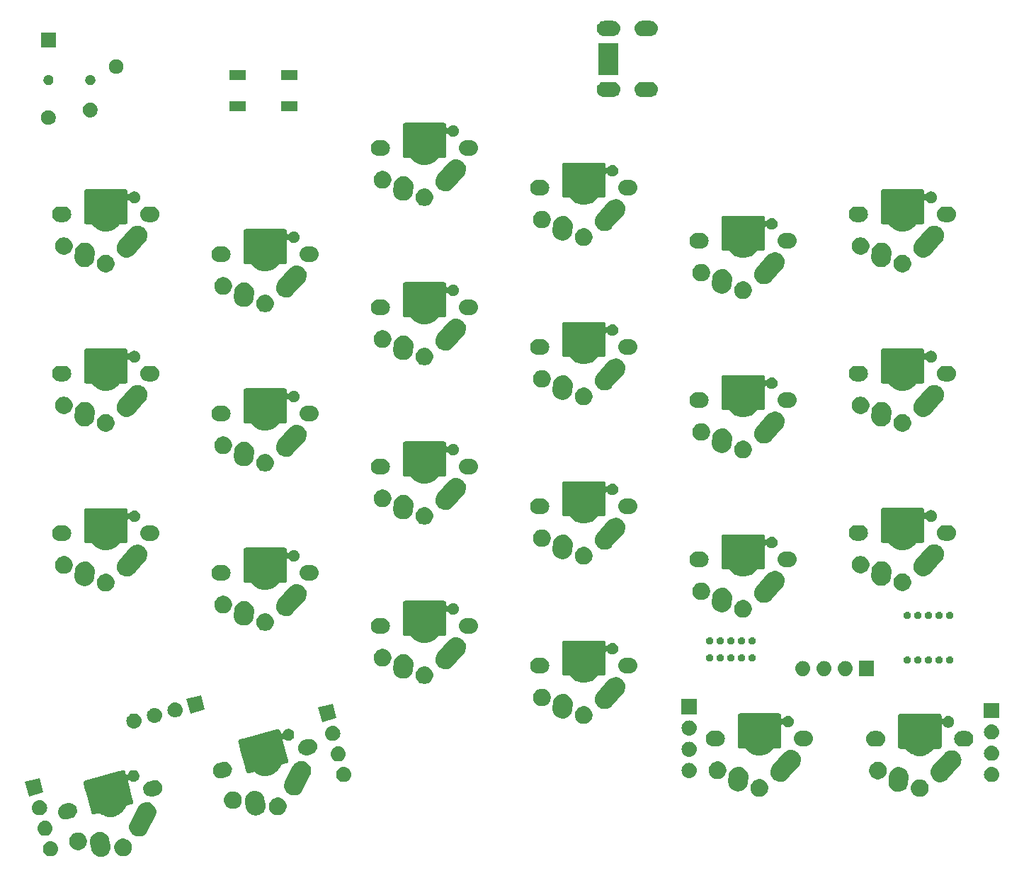
<source format=gts>
G04 #@! TF.GenerationSoftware,KiCad,Pcbnew,(5.1.4)-1*
G04 #@! TF.CreationDate,2021-11-10T20:36:41-05:00*
G04 #@! TF.ProjectId,a44key-pcb,6134346b-6579-42d7-9063-622e6b696361,rev?*
G04 #@! TF.SameCoordinates,Original*
G04 #@! TF.FileFunction,Soldermask,Top*
G04 #@! TF.FilePolarity,Negative*
%FSLAX46Y46*%
G04 Gerber Fmt 4.6, Leading zero omitted, Abs format (unit mm)*
G04 Created by KiCad (PCBNEW (5.1.4)-1) date 2021-11-10 20:36:41*
%MOMM*%
%LPD*%
G04 APERTURE LIST*
%ADD10C,0.100000*%
G04 APERTURE END LIST*
D10*
G36*
X94459123Y-144071673D02*
G01*
X94680624Y-144139498D01*
X94884635Y-144249232D01*
X95063319Y-144396659D01*
X95209808Y-144576113D01*
X95318473Y-144780696D01*
X95368432Y-144946953D01*
X95502604Y-145630835D01*
X95519167Y-145803644D01*
X95495858Y-146034120D01*
X95428033Y-146255621D01*
X95318299Y-146459632D01*
X95170872Y-146638316D01*
X94991418Y-146784805D01*
X94786835Y-146893470D01*
X94564983Y-146960134D01*
X94334388Y-146982236D01*
X94103913Y-146958927D01*
X93882412Y-146891102D01*
X93678401Y-146781368D01*
X93499717Y-146633941D01*
X93353228Y-146454487D01*
X93244563Y-146249904D01*
X93194604Y-146083646D01*
X93060432Y-145399764D01*
X93043869Y-145226956D01*
X93067178Y-144996480D01*
X93135003Y-144774979D01*
X93244737Y-144570968D01*
X93392164Y-144392284D01*
X93571618Y-144245795D01*
X93776201Y-144137130D01*
X93998053Y-144070466D01*
X94228647Y-144048364D01*
X94459123Y-144071673D01*
X94459123Y-144071673D01*
G37*
G36*
X88442643Y-145149873D02*
G01*
X88508828Y-145156392D01*
X88678667Y-145207912D01*
X88835192Y-145291577D01*
X88870930Y-145320907D01*
X88972387Y-145404169D01*
X89055649Y-145505626D01*
X89084979Y-145541364D01*
X89168644Y-145697889D01*
X89220164Y-145867728D01*
X89237560Y-146044355D01*
X89220164Y-146220982D01*
X89168644Y-146390821D01*
X89084979Y-146547346D01*
X89055649Y-146583084D01*
X88972387Y-146684541D01*
X88870930Y-146767803D01*
X88835192Y-146797133D01*
X88678667Y-146880798D01*
X88508828Y-146932318D01*
X88442643Y-146938837D01*
X88376461Y-146945355D01*
X88287941Y-146945355D01*
X88221759Y-146938837D01*
X88155574Y-146932318D01*
X87985735Y-146880798D01*
X87829210Y-146797133D01*
X87793472Y-146767803D01*
X87692015Y-146684541D01*
X87608753Y-146583084D01*
X87579423Y-146547346D01*
X87495758Y-146390821D01*
X87444238Y-146220982D01*
X87426842Y-146044355D01*
X87444238Y-145867728D01*
X87495758Y-145697889D01*
X87579423Y-145541364D01*
X87608753Y-145505626D01*
X87692015Y-145404169D01*
X87793472Y-145320907D01*
X87829210Y-145291577D01*
X87985735Y-145207912D01*
X88155574Y-145156392D01*
X88221759Y-145149873D01*
X88287941Y-145143355D01*
X88376461Y-145143355D01*
X88442643Y-145149873D01*
X88442643Y-145149873D01*
G37*
G36*
X97298804Y-144865393D02*
G01*
X97490073Y-144944619D01*
X97490075Y-144944620D01*
X97662213Y-145059639D01*
X97808605Y-145206031D01*
X97834756Y-145245168D01*
X97923625Y-145378171D01*
X98002851Y-145569440D01*
X98043240Y-145772488D01*
X98043240Y-145979520D01*
X98002851Y-146182568D01*
X97923625Y-146373837D01*
X97923624Y-146373839D01*
X97808605Y-146545977D01*
X97662213Y-146692369D01*
X97490075Y-146807388D01*
X97490074Y-146807389D01*
X97490073Y-146807389D01*
X97298804Y-146886615D01*
X97095756Y-146927004D01*
X96888724Y-146927004D01*
X96685676Y-146886615D01*
X96494407Y-146807389D01*
X96494406Y-146807389D01*
X96494405Y-146807388D01*
X96322267Y-146692369D01*
X96175875Y-146545977D01*
X96060856Y-146373839D01*
X96060855Y-146373837D01*
X95981629Y-146182568D01*
X95941240Y-145979520D01*
X95941240Y-145772488D01*
X95981629Y-145569440D01*
X96060855Y-145378171D01*
X96149725Y-145245168D01*
X96175875Y-145206031D01*
X96322267Y-145059639D01*
X96494405Y-144944620D01*
X96494407Y-144944619D01*
X96685676Y-144865393D01*
X96888724Y-144825004D01*
X97095756Y-144825004D01*
X97298804Y-144865393D01*
X97298804Y-144865393D01*
G37*
G36*
X91925655Y-144131043D02*
G01*
X92116924Y-144210269D01*
X92116926Y-144210270D01*
X92289064Y-144325289D01*
X92435456Y-144471681D01*
X92505235Y-144576112D01*
X92550476Y-144643821D01*
X92629702Y-144835090D01*
X92670091Y-145038138D01*
X92670091Y-145245170D01*
X92629702Y-145448218D01*
X92579490Y-145569440D01*
X92550475Y-145639489D01*
X92435456Y-145811627D01*
X92289064Y-145958019D01*
X92116926Y-146073038D01*
X92116925Y-146073039D01*
X92116924Y-146073039D01*
X91925655Y-146152265D01*
X91722607Y-146192654D01*
X91515575Y-146192654D01*
X91312527Y-146152265D01*
X91121258Y-146073039D01*
X91121257Y-146073039D01*
X91121256Y-146073038D01*
X90949118Y-145958019D01*
X90802726Y-145811627D01*
X90687707Y-145639489D01*
X90658692Y-145569440D01*
X90608480Y-145448218D01*
X90568091Y-145245170D01*
X90568091Y-145038138D01*
X90608480Y-144835090D01*
X90687706Y-144643821D01*
X90732948Y-144576112D01*
X90802726Y-144471681D01*
X90949118Y-144325289D01*
X91121256Y-144210270D01*
X91121258Y-144210269D01*
X91312527Y-144131043D01*
X91515575Y-144090654D01*
X91722607Y-144090654D01*
X91925655Y-144131043D01*
X91925655Y-144131043D01*
G37*
G36*
X100118018Y-140512633D02*
G01*
X100333882Y-140596687D01*
X100529201Y-140721238D01*
X100696468Y-140881502D01*
X100829255Y-141071318D01*
X100922459Y-141283392D01*
X100972499Y-141509574D01*
X100977451Y-141741173D01*
X100937166Y-141969060D01*
X100937125Y-141969292D01*
X100910335Y-142038092D01*
X100874136Y-142131058D01*
X99934385Y-143983407D01*
X99841045Y-144129780D01*
X99680782Y-144297047D01*
X99490965Y-144429834D01*
X99278892Y-144523038D01*
X99052709Y-144573078D01*
X98838670Y-144577655D01*
X98821115Y-144578030D01*
X98821111Y-144578030D01*
X98592996Y-144537705D01*
X98377132Y-144453652D01*
X98181813Y-144329100D01*
X98014546Y-144168837D01*
X97881759Y-143979020D01*
X97788555Y-143766947D01*
X97738515Y-143540764D01*
X97733563Y-143309166D01*
X97773888Y-143081051D01*
X97773889Y-143081050D01*
X97773889Y-143081047D01*
X97796437Y-143023142D01*
X97836878Y-142919281D01*
X98776629Y-141066931D01*
X98869969Y-140920559D01*
X99030231Y-140753292D01*
X99220048Y-140620504D01*
X99432121Y-140527300D01*
X99658304Y-140477260D01*
X99872344Y-140472683D01*
X99889899Y-140472308D01*
X99889903Y-140472308D01*
X100118018Y-140512633D01*
X100118018Y-140512633D01*
G37*
G36*
X87785244Y-142696422D02*
G01*
X87851428Y-142702940D01*
X88021267Y-142754460D01*
X88177792Y-142838125D01*
X88213530Y-142867455D01*
X88314987Y-142950717D01*
X88398249Y-143052174D01*
X88427579Y-143087912D01*
X88511244Y-143244437D01*
X88562764Y-143414276D01*
X88580160Y-143590903D01*
X88562764Y-143767530D01*
X88511244Y-143937369D01*
X88427579Y-144093894D01*
X88398249Y-144129632D01*
X88314987Y-144231089D01*
X88213530Y-144314351D01*
X88177792Y-144343681D01*
X88021267Y-144427346D01*
X87851428Y-144478866D01*
X87785244Y-144485384D01*
X87719061Y-144491903D01*
X87630541Y-144491903D01*
X87564358Y-144485384D01*
X87498174Y-144478866D01*
X87328335Y-144427346D01*
X87171810Y-144343681D01*
X87136072Y-144314351D01*
X87034615Y-144231089D01*
X86951353Y-144129632D01*
X86922023Y-144093894D01*
X86838358Y-143937369D01*
X86786838Y-143767530D01*
X86769442Y-143590903D01*
X86786838Y-143414276D01*
X86838358Y-143244437D01*
X86922023Y-143087912D01*
X86951353Y-143052174D01*
X87034615Y-142950717D01*
X87136072Y-142867455D01*
X87171810Y-142838125D01*
X87328335Y-142754460D01*
X87498174Y-142702940D01*
X87564358Y-142696422D01*
X87630541Y-142689903D01*
X87719061Y-142689903D01*
X87785244Y-142696422D01*
X87785244Y-142696422D01*
G37*
G36*
X90690489Y-140564592D02*
G01*
X90696660Y-140564794D01*
X90755874Y-140578601D01*
X90874303Y-140606214D01*
X91040448Y-140681494D01*
X91186093Y-140785861D01*
X91188716Y-140787741D01*
X91216280Y-140817171D01*
X91313409Y-140920875D01*
X91409731Y-141075772D01*
X91473984Y-141246488D01*
X91503696Y-141426455D01*
X91497728Y-141608763D01*
X91486208Y-141658167D01*
X91456308Y-141786405D01*
X91381028Y-141952553D01*
X91274780Y-142100821D01*
X91274779Y-142100822D01*
X91141649Y-142225512D01*
X90986749Y-142321835D01*
X90858818Y-142369985D01*
X90858812Y-142369987D01*
X90858811Y-142369987D01*
X90360420Y-142503530D01*
X90360419Y-142503530D01*
X90360412Y-142503532D01*
X90225547Y-142525799D01*
X90043239Y-142519830D01*
X89865599Y-142478411D01*
X89782524Y-142440770D01*
X89699450Y-142403130D01*
X89551182Y-142296883D01*
X89484335Y-142225511D01*
X89426491Y-142163752D01*
X89330169Y-142008855D01*
X89283684Y-141885346D01*
X89265916Y-141838137D01*
X89265915Y-141838133D01*
X89236202Y-141658169D01*
X89242171Y-141475860D01*
X89283590Y-141298220D01*
X89350296Y-141150997D01*
X89358871Y-141132071D01*
X89465118Y-140983803D01*
X89489649Y-140960827D01*
X89598249Y-140859112D01*
X89753149Y-140762789D01*
X89881080Y-140714639D01*
X90332772Y-140593608D01*
X90379478Y-140581093D01*
X90379479Y-140581093D01*
X90379486Y-140581091D01*
X90514350Y-140558825D01*
X90690489Y-140564592D01*
X90690489Y-140564592D01*
G37*
G36*
X98455920Y-136652728D02*
G01*
X98583496Y-136705572D01*
X98698306Y-136782285D01*
X98795952Y-136879931D01*
X98872665Y-136994741D01*
X98925509Y-137122317D01*
X98952447Y-137257746D01*
X98952447Y-137395834D01*
X98925509Y-137531263D01*
X98872665Y-137658839D01*
X98795952Y-137773649D01*
X98698306Y-137871295D01*
X98583496Y-137948008D01*
X98455920Y-138000852D01*
X98320491Y-138027790D01*
X98182403Y-138027790D01*
X98046974Y-138000852D01*
X97919398Y-137948008D01*
X97804588Y-137871295D01*
X97794423Y-137861130D01*
X97775481Y-137845585D01*
X97753870Y-137834034D01*
X97730421Y-137826921D01*
X97706035Y-137824519D01*
X97681649Y-137826921D01*
X97658200Y-137834034D01*
X97636589Y-137845585D01*
X97617647Y-137861130D01*
X97602102Y-137880072D01*
X97590551Y-137901683D01*
X97583438Y-137925132D01*
X97581036Y-137949518D01*
X97585295Y-137981869D01*
X98157160Y-140116098D01*
X98218298Y-140344268D01*
X98222050Y-140355945D01*
X98225117Y-140364094D01*
X98226536Y-140372690D01*
X98226542Y-140372712D01*
X98234777Y-140422595D01*
X98234777Y-140422597D01*
X98232987Y-140477260D01*
X98232837Y-140481858D01*
X98219373Y-140539601D01*
X98194903Y-140593608D01*
X98160367Y-140641803D01*
X98117092Y-140682334D01*
X98066741Y-140713644D01*
X98066737Y-140713646D01*
X98019414Y-140731457D01*
X98019400Y-140731462D01*
X98011250Y-140734529D01*
X98002658Y-140735948D01*
X97990668Y-140738537D01*
X97644714Y-140831235D01*
X97633035Y-140834988D01*
X97624880Y-140838057D01*
X97616282Y-140839477D01*
X97604293Y-140842066D01*
X97437558Y-140886742D01*
X97414625Y-140895374D01*
X97393816Y-140908313D01*
X97375931Y-140925064D01*
X97361658Y-140944982D01*
X97354426Y-140959647D01*
X97277375Y-141145665D01*
X97053585Y-141480590D01*
X96768756Y-141765419D01*
X96433831Y-141989209D01*
X96318733Y-142036884D01*
X96061682Y-142143358D01*
X95666614Y-142221942D01*
X95263802Y-142221942D01*
X94868734Y-142143358D01*
X94611683Y-142036884D01*
X94496585Y-141989209D01*
X94207782Y-141796237D01*
X94186177Y-141784689D01*
X94162728Y-141777576D01*
X94138342Y-141775174D01*
X94105991Y-141779433D01*
X93977597Y-141813836D01*
X93965936Y-141817583D01*
X93949749Y-141823675D01*
X93932685Y-141826492D01*
X93920714Y-141829078D01*
X93587825Y-141918275D01*
X93576149Y-141922027D01*
X93567991Y-141925097D01*
X93537176Y-141930185D01*
X93509494Y-141934755D01*
X93509491Y-141934755D01*
X93450231Y-141932815D01*
X93392488Y-141919351D01*
X93338481Y-141894882D01*
X93290286Y-141860345D01*
X93255941Y-141823675D01*
X93249754Y-141817069D01*
X93218444Y-141766718D01*
X93200638Y-141719410D01*
X93200627Y-141719375D01*
X93197561Y-141711228D01*
X93196143Y-141702641D01*
X93193555Y-141690656D01*
X92853779Y-140422595D01*
X92511924Y-139146771D01*
X92508171Y-139135093D01*
X92496414Y-139103854D01*
X92490976Y-139070921D01*
X92488387Y-139058932D01*
X92377659Y-138645688D01*
X92272632Y-138253723D01*
X92268885Y-138242060D01*
X92265812Y-138233895D01*
X92258621Y-138190335D01*
X92256154Y-138175393D01*
X92258094Y-138116139D01*
X92258094Y-138116137D01*
X92267925Y-138073974D01*
X92271558Y-138058393D01*
X92296028Y-138004386D01*
X92299869Y-137999026D01*
X92330563Y-137956192D01*
X92373840Y-137915659D01*
X92424191Y-137884349D01*
X92471517Y-137866537D01*
X92471531Y-137866532D01*
X92479681Y-137863465D01*
X92488273Y-137862046D01*
X92500263Y-137859457D01*
X92849632Y-137765844D01*
X92861313Y-137762090D01*
X92861438Y-137762043D01*
X92861577Y-137762020D01*
X92873563Y-137759431D01*
X96516751Y-136783241D01*
X96528429Y-136779489D01*
X96531543Y-136778317D01*
X96536570Y-136776425D01*
X96545157Y-136775007D01*
X96557141Y-136772419D01*
X96571341Y-136768614D01*
X96903120Y-136679714D01*
X96914797Y-136675962D01*
X96922942Y-136672896D01*
X96931526Y-136671479D01*
X96931554Y-136671473D01*
X96981435Y-136663238D01*
X97035062Y-136664994D01*
X97040698Y-136665178D01*
X97098441Y-136678642D01*
X97125987Y-136691123D01*
X97152448Y-136703112D01*
X97176546Y-136720381D01*
X97200643Y-136737648D01*
X97200645Y-136737650D01*
X97241173Y-136780921D01*
X97241174Y-136780923D01*
X97241175Y-136780924D01*
X97270835Y-136828621D01*
X97272487Y-136831279D01*
X97290292Y-136878585D01*
X97290303Y-136878619D01*
X97293369Y-136886765D01*
X97294733Y-136895027D01*
X97294786Y-136895351D01*
X97297376Y-136907340D01*
X97316537Y-136978851D01*
X97347032Y-137092660D01*
X97355664Y-137115594D01*
X97368604Y-137136403D01*
X97385355Y-137154287D01*
X97405273Y-137168560D01*
X97427593Y-137178673D01*
X97451456Y-137184238D01*
X97475947Y-137185039D01*
X97500124Y-137181048D01*
X97523058Y-137172416D01*
X97543867Y-137159476D01*
X97561751Y-137142725D01*
X97576024Y-137122807D01*
X97583256Y-137108143D01*
X97630229Y-136994741D01*
X97706942Y-136879931D01*
X97804588Y-136782285D01*
X97919398Y-136705572D01*
X98046974Y-136652728D01*
X98182403Y-136625790D01*
X98320491Y-136625790D01*
X98455920Y-136652728D01*
X98455920Y-136652728D01*
G37*
G36*
X112976415Y-139149631D02*
G01*
X113197916Y-139217456D01*
X113401927Y-139327190D01*
X113580611Y-139474617D01*
X113727100Y-139654071D01*
X113835765Y-139858654D01*
X113885724Y-140024911D01*
X114019896Y-140708793D01*
X114036459Y-140881602D01*
X114013150Y-141112078D01*
X113945325Y-141333579D01*
X113835591Y-141537590D01*
X113688164Y-141716274D01*
X113508710Y-141862763D01*
X113304127Y-141971428D01*
X113082275Y-142038092D01*
X112851680Y-142060194D01*
X112621205Y-142036885D01*
X112399704Y-141969060D01*
X112195693Y-141859326D01*
X112017009Y-141711899D01*
X111870520Y-141532445D01*
X111761855Y-141327862D01*
X111711896Y-141161604D01*
X111577724Y-140477722D01*
X111561161Y-140304914D01*
X111584470Y-140074438D01*
X111652295Y-139852937D01*
X111762029Y-139648926D01*
X111909456Y-139470242D01*
X112088910Y-139323753D01*
X112293493Y-139215088D01*
X112515345Y-139148424D01*
X112745939Y-139126322D01*
X112976415Y-139149631D01*
X112976415Y-139149631D01*
G37*
G36*
X87127843Y-140242971D02*
G01*
X87194027Y-140249489D01*
X87363866Y-140301009D01*
X87520391Y-140384674D01*
X87556129Y-140414004D01*
X87657586Y-140497266D01*
X87722324Y-140576151D01*
X87770178Y-140634461D01*
X87770179Y-140634463D01*
X87852109Y-140787741D01*
X87853843Y-140790986D01*
X87905363Y-140960825D01*
X87922759Y-141137452D01*
X87905363Y-141314079D01*
X87854510Y-141481719D01*
X87853842Y-141483920D01*
X87825153Y-141537593D01*
X87770178Y-141640443D01*
X87749781Y-141665297D01*
X87657586Y-141777638D01*
X87558051Y-141859323D01*
X87520391Y-141890230D01*
X87520389Y-141890231D01*
X87368482Y-141971428D01*
X87363866Y-141973895D01*
X87194027Y-142025415D01*
X87127843Y-142031933D01*
X87061660Y-142038452D01*
X86973140Y-142038452D01*
X86906957Y-142031933D01*
X86840773Y-142025415D01*
X86670934Y-141973895D01*
X86666319Y-141971428D01*
X86514411Y-141890231D01*
X86514409Y-141890230D01*
X86476749Y-141859323D01*
X86377214Y-141777638D01*
X86285019Y-141665297D01*
X86264622Y-141640443D01*
X86209647Y-141537593D01*
X86180958Y-141483920D01*
X86180290Y-141481719D01*
X86129437Y-141314079D01*
X86112041Y-141137452D01*
X86129437Y-140960825D01*
X86180957Y-140790986D01*
X86182692Y-140787741D01*
X86264621Y-140634463D01*
X86264622Y-140634461D01*
X86312476Y-140576151D01*
X86377214Y-140497266D01*
X86478671Y-140414004D01*
X86514409Y-140384674D01*
X86670934Y-140301009D01*
X86840773Y-140249489D01*
X86906957Y-140242971D01*
X86973140Y-140236452D01*
X87061660Y-140236452D01*
X87127843Y-140242971D01*
X87127843Y-140242971D01*
G37*
G36*
X115816096Y-139943351D02*
G01*
X116007365Y-140022577D01*
X116007367Y-140022578D01*
X116179505Y-140137597D01*
X116325897Y-140283989D01*
X116418513Y-140422598D01*
X116440917Y-140456129D01*
X116520143Y-140647398D01*
X116560532Y-140850446D01*
X116560532Y-141057478D01*
X116520143Y-141260526D01*
X116440917Y-141451795D01*
X116440916Y-141451797D01*
X116325897Y-141623935D01*
X116179505Y-141770327D01*
X116007367Y-141885346D01*
X116007366Y-141885347D01*
X116007365Y-141885347D01*
X115816096Y-141964573D01*
X115613048Y-142004962D01*
X115406016Y-142004962D01*
X115202968Y-141964573D01*
X115011699Y-141885347D01*
X115011698Y-141885347D01*
X115011697Y-141885346D01*
X114839559Y-141770327D01*
X114693167Y-141623935D01*
X114578148Y-141451797D01*
X114578147Y-141451795D01*
X114498921Y-141260526D01*
X114458532Y-141057478D01*
X114458532Y-140850446D01*
X114498921Y-140647398D01*
X114578147Y-140456129D01*
X114600552Y-140422598D01*
X114693167Y-140283989D01*
X114839559Y-140137597D01*
X115011697Y-140022578D01*
X115011699Y-140022577D01*
X115202968Y-139943351D01*
X115406016Y-139902962D01*
X115613048Y-139902962D01*
X115816096Y-139943351D01*
X115816096Y-139943351D01*
G37*
G36*
X110442947Y-139209001D02*
G01*
X110610286Y-139278315D01*
X110634218Y-139288228D01*
X110806356Y-139403247D01*
X110952748Y-139549639D01*
X111065837Y-139718888D01*
X111067768Y-139721779D01*
X111146994Y-139913048D01*
X111187383Y-140116096D01*
X111187383Y-140323128D01*
X111146994Y-140526176D01*
X111068931Y-140714637D01*
X111067767Y-140717447D01*
X110952748Y-140889585D01*
X110806356Y-141035977D01*
X110634218Y-141150996D01*
X110634217Y-141150997D01*
X110634216Y-141150997D01*
X110442947Y-141230223D01*
X110239899Y-141270612D01*
X110032867Y-141270612D01*
X109829819Y-141230223D01*
X109638550Y-141150997D01*
X109638549Y-141150997D01*
X109638548Y-141150996D01*
X109466410Y-141035977D01*
X109320018Y-140889585D01*
X109204999Y-140717447D01*
X109203835Y-140714637D01*
X109125772Y-140526176D01*
X109085383Y-140323128D01*
X109085383Y-140116096D01*
X109125772Y-139913048D01*
X109204998Y-139721779D01*
X109206930Y-139718888D01*
X109320018Y-139549639D01*
X109466410Y-139403247D01*
X109638548Y-139288228D01*
X109662480Y-139278315D01*
X109829819Y-139209001D01*
X110032867Y-139168612D01*
X110239899Y-139168612D01*
X110442947Y-139209001D01*
X110442947Y-139209001D01*
G37*
G36*
X192550414Y-137776892D02*
G01*
X192740787Y-137855747D01*
X192741685Y-137856119D01*
X192913823Y-137971138D01*
X193060215Y-138117530D01*
X193175046Y-138289386D01*
X193175235Y-138289670D01*
X193254461Y-138480939D01*
X193294850Y-138683987D01*
X193294850Y-138891019D01*
X193254461Y-139094067D01*
X193191099Y-139247037D01*
X193175234Y-139285338D01*
X193060215Y-139457476D01*
X192913823Y-139603868D01*
X192741685Y-139718887D01*
X192741684Y-139718888D01*
X192741683Y-139718888D01*
X192550414Y-139798114D01*
X192347366Y-139838503D01*
X192140334Y-139838503D01*
X191937286Y-139798114D01*
X191746017Y-139718888D01*
X191746016Y-139718888D01*
X191746015Y-139718887D01*
X191573877Y-139603868D01*
X191427485Y-139457476D01*
X191312466Y-139285338D01*
X191296601Y-139247037D01*
X191233239Y-139094067D01*
X191192850Y-138891019D01*
X191192850Y-138683987D01*
X191233239Y-138480939D01*
X191312465Y-138289670D01*
X191312655Y-138289386D01*
X191427485Y-138117530D01*
X191573877Y-137971138D01*
X191746015Y-137856119D01*
X191746913Y-137855747D01*
X191937286Y-137776892D01*
X192140334Y-137736503D01*
X192347366Y-137736503D01*
X192550414Y-137776892D01*
X192550414Y-137776892D01*
G37*
G36*
X173390165Y-137738591D02*
G01*
X173581434Y-137817817D01*
X173581436Y-137817818D01*
X173753574Y-137932837D01*
X173899966Y-138079229D01*
X174008760Y-138242050D01*
X174014986Y-138251369D01*
X174094212Y-138442638D01*
X174134601Y-138645686D01*
X174134601Y-138852718D01*
X174094212Y-139055766D01*
X174028219Y-139215088D01*
X174014985Y-139247037D01*
X173899966Y-139419175D01*
X173753574Y-139565567D01*
X173581436Y-139680586D01*
X173581435Y-139680587D01*
X173581434Y-139680587D01*
X173390165Y-139759813D01*
X173187117Y-139800202D01*
X172980085Y-139800202D01*
X172777037Y-139759813D01*
X172585768Y-139680587D01*
X172585767Y-139680587D01*
X172585766Y-139680586D01*
X172413628Y-139565567D01*
X172267236Y-139419175D01*
X172152217Y-139247037D01*
X172138983Y-139215088D01*
X172072990Y-139055766D01*
X172032601Y-138852718D01*
X172032601Y-138645686D01*
X172072990Y-138442638D01*
X172152216Y-138251369D01*
X172158443Y-138242050D01*
X172267236Y-138079229D01*
X172413628Y-137932837D01*
X172585766Y-137817818D01*
X172585768Y-137817817D01*
X172777037Y-137738591D01*
X172980085Y-137698202D01*
X173187117Y-137698202D01*
X173390165Y-137738591D01*
X173390165Y-137738591D01*
G37*
G36*
X100880458Y-137834034D02*
G01*
X100887178Y-137834254D01*
X100935774Y-137845585D01*
X101064821Y-137875674D01*
X101230966Y-137950954D01*
X101344414Y-138032249D01*
X101379234Y-138057201D01*
X101399865Y-138079229D01*
X101503927Y-138190335D01*
X101600249Y-138345232D01*
X101664502Y-138515948D01*
X101694214Y-138695915D01*
X101688246Y-138878223D01*
X101685262Y-138891019D01*
X101646826Y-139055865D01*
X101571546Y-139222013D01*
X101465298Y-139370281D01*
X101465297Y-139370282D01*
X101332167Y-139494972D01*
X101177267Y-139591295D01*
X101049336Y-139639445D01*
X101049330Y-139639447D01*
X101049329Y-139639447D01*
X100550938Y-139772990D01*
X100550937Y-139772990D01*
X100550930Y-139772992D01*
X100416065Y-139795259D01*
X100233757Y-139789290D01*
X100056117Y-139747871D01*
X99973042Y-139710230D01*
X99889968Y-139672590D01*
X99741700Y-139566343D01*
X99686860Y-139507791D01*
X99617009Y-139433212D01*
X99520687Y-139278315D01*
X99463482Y-139126322D01*
X99456434Y-139107597D01*
X99454200Y-139094067D01*
X99426720Y-138927629D01*
X99432689Y-138745320D01*
X99474108Y-138567680D01*
X99513410Y-138480939D01*
X99549389Y-138401531D01*
X99655636Y-138253263D01*
X99701051Y-138210727D01*
X99788767Y-138128572D01*
X99943667Y-138032249D01*
X100071598Y-137984099D01*
X100374393Y-137902965D01*
X100569996Y-137850553D01*
X100569997Y-137850553D01*
X100570004Y-137850551D01*
X100704868Y-137828285D01*
X100880458Y-137834034D01*
X100880458Y-137834034D01*
G37*
G36*
X87463495Y-139321103D02*
G01*
X85722897Y-139787495D01*
X85256505Y-138046897D01*
X86997103Y-137580505D01*
X87463495Y-139321103D01*
X87463495Y-139321103D01*
G37*
G36*
X118635310Y-135590591D02*
G01*
X118851174Y-135674645D01*
X119046493Y-135799196D01*
X119213760Y-135959460D01*
X119346547Y-136149276D01*
X119439751Y-136361350D01*
X119489791Y-136587532D01*
X119494743Y-136819131D01*
X119454418Y-137047246D01*
X119454417Y-137047250D01*
X119425187Y-137122316D01*
X119391428Y-137209016D01*
X118451677Y-139061365D01*
X118358337Y-139207738D01*
X118198074Y-139375005D01*
X118008257Y-139507792D01*
X117796184Y-139600996D01*
X117570001Y-139651036D01*
X117355962Y-139655613D01*
X117338407Y-139655988D01*
X117338403Y-139655988D01*
X117110288Y-139615663D01*
X116894424Y-139531610D01*
X116699105Y-139407058D01*
X116531838Y-139246795D01*
X116399051Y-139056978D01*
X116305847Y-138844905D01*
X116255807Y-138618722D01*
X116250855Y-138387124D01*
X116291180Y-138159009D01*
X116291181Y-138159008D01*
X116291181Y-138159005D01*
X116324878Y-138072467D01*
X116354170Y-137997239D01*
X117293921Y-136144889D01*
X117387261Y-135998517D01*
X117547523Y-135831250D01*
X117737340Y-135698462D01*
X117949413Y-135605258D01*
X118175596Y-135555218D01*
X118389636Y-135550641D01*
X118407191Y-135550266D01*
X118407195Y-135550266D01*
X118635310Y-135590591D01*
X118635310Y-135590591D01*
G37*
G36*
X190047450Y-136306867D02*
G01*
X190047452Y-136306868D01*
X190047454Y-136306868D01*
X190141736Y-136342636D01*
X190264040Y-136389034D01*
X190460439Y-136511876D01*
X190629098Y-136670673D01*
X190763536Y-136859323D01*
X190858588Y-137070576D01*
X190858589Y-137070580D01*
X190910601Y-137296312D01*
X190913333Y-137387053D01*
X190915827Y-137469835D01*
X190868426Y-138165140D01*
X190839699Y-138336348D01*
X190757532Y-138552938D01*
X190634690Y-138749337D01*
X190475893Y-138917996D01*
X190287244Y-139052434D01*
X190075991Y-139147486D01*
X190066681Y-139149631D01*
X189850254Y-139199499D01*
X189727292Y-139203202D01*
X189618708Y-139206472D01*
X189390250Y-139168139D01*
X189173660Y-139085972D01*
X188977261Y-138963130D01*
X188808602Y-138804333D01*
X188674164Y-138615684D01*
X188579112Y-138404431D01*
X188554600Y-138298047D01*
X188527099Y-138178694D01*
X188523593Y-138062260D01*
X188521873Y-138005172D01*
X188569274Y-137309866D01*
X188598001Y-137138658D01*
X188680167Y-136922068D01*
X188803010Y-136725669D01*
X188961807Y-136557010D01*
X189150456Y-136422572D01*
X189361709Y-136327520D01*
X189587446Y-136275507D01*
X189710408Y-136271804D01*
X189818992Y-136268534D01*
X190047450Y-136306867D01*
X190047450Y-136306867D01*
G37*
G36*
X170887201Y-136268566D02*
G01*
X170887203Y-136268567D01*
X170887205Y-136268567D01*
X170988164Y-136306868D01*
X171103791Y-136350733D01*
X171300190Y-136473575D01*
X171468849Y-136632372D01*
X171603287Y-136821022D01*
X171698339Y-137032275D01*
X171698340Y-137032279D01*
X171750352Y-137258011D01*
X171752549Y-137330980D01*
X171755578Y-137431534D01*
X171708177Y-138126839D01*
X171679450Y-138298047D01*
X171597283Y-138514637D01*
X171474441Y-138711036D01*
X171315644Y-138879695D01*
X171126995Y-139014133D01*
X170915742Y-139109185D01*
X170890911Y-139114906D01*
X170690005Y-139161198D01*
X170567043Y-139164901D01*
X170458459Y-139168171D01*
X170230001Y-139129838D01*
X170013411Y-139047671D01*
X169817012Y-138924829D01*
X169648353Y-138766032D01*
X169513915Y-138577383D01*
X169418863Y-138366130D01*
X169401245Y-138289668D01*
X169366850Y-138140393D01*
X169363651Y-138034166D01*
X169361624Y-137966871D01*
X169409025Y-137271565D01*
X169437752Y-137100357D01*
X169519918Y-136883767D01*
X169642761Y-136687368D01*
X169801558Y-136518709D01*
X169990207Y-136384271D01*
X170201460Y-136289219D01*
X170427197Y-136237206D01*
X170550159Y-136233503D01*
X170658743Y-136230233D01*
X170887201Y-136268566D01*
X170887201Y-136268566D01*
G37*
G36*
X196216367Y-134262744D02*
G01*
X196441356Y-134317903D01*
X196569222Y-134377596D01*
X196651265Y-134415897D01*
X196695826Y-134448601D01*
X196838016Y-134552954D01*
X196994442Y-134723814D01*
X197114531Y-134921908D01*
X197193666Y-135139624D01*
X197193666Y-135139625D01*
X197228805Y-135368591D01*
X197228805Y-135368595D01*
X197218600Y-135600021D01*
X197163441Y-135825011D01*
X197116448Y-135925673D01*
X197065449Y-136034917D01*
X197024977Y-136090062D01*
X196962736Y-136174871D01*
X196962730Y-136174878D01*
X196962729Y-136174879D01*
X195609950Y-137682576D01*
X195575584Y-137720877D01*
X195447540Y-137838104D01*
X195249446Y-137958193D01*
X195031730Y-138037327D01*
X194999209Y-138042318D01*
X194802763Y-138072467D01*
X194802759Y-138072467D01*
X194571334Y-138062262D01*
X194346344Y-138007103D01*
X194136439Y-137909111D01*
X193949685Y-137772052D01*
X193793258Y-137601192D01*
X193673169Y-137403098D01*
X193594035Y-137185382D01*
X193576416Y-137070576D01*
X193558895Y-136956415D01*
X193558895Y-136956411D01*
X193569100Y-136724986D01*
X193624259Y-136499996D01*
X193722251Y-136290091D01*
X193824964Y-136150136D01*
X193824969Y-136150130D01*
X193824973Y-136150125D01*
X195212106Y-134604139D01*
X195212112Y-134604134D01*
X195212116Y-134604129D01*
X195340159Y-134486902D01*
X195538253Y-134366813D01*
X195755969Y-134287678D01*
X195832293Y-134275965D01*
X195984936Y-134252539D01*
X195984940Y-134252539D01*
X196216367Y-134262744D01*
X196216367Y-134262744D01*
G37*
G36*
X200944049Y-136260996D02*
G01*
X201010234Y-136267515D01*
X201180073Y-136319035D01*
X201336598Y-136402700D01*
X201360812Y-136422572D01*
X201473793Y-136515292D01*
X201554540Y-136613684D01*
X201586385Y-136652487D01*
X201608458Y-136693783D01*
X201650491Y-136772419D01*
X201670050Y-136809012D01*
X201721570Y-136978851D01*
X201738966Y-137155478D01*
X201721570Y-137332105D01*
X201670050Y-137501944D01*
X201586385Y-137658469D01*
X201566609Y-137682566D01*
X201473793Y-137795664D01*
X201381635Y-137871295D01*
X201336598Y-137908256D01*
X201180073Y-137991921D01*
X201010234Y-138043441D01*
X200944050Y-138049959D01*
X200877867Y-138056478D01*
X200789347Y-138056478D01*
X200723164Y-138049959D01*
X200656980Y-138043441D01*
X200487141Y-137991921D01*
X200330616Y-137908256D01*
X200285579Y-137871295D01*
X200193421Y-137795664D01*
X200100605Y-137682566D01*
X200080829Y-137658469D01*
X199997164Y-137501944D01*
X199945644Y-137332105D01*
X199928248Y-137155478D01*
X199945644Y-136978851D01*
X199997164Y-136809012D01*
X200016724Y-136772419D01*
X200058756Y-136693783D01*
X200080829Y-136652487D01*
X200112674Y-136613684D01*
X200193421Y-136515292D01*
X200306402Y-136422572D01*
X200330616Y-136402700D01*
X200487141Y-136319035D01*
X200656980Y-136267515D01*
X200723165Y-136260996D01*
X200789347Y-136254478D01*
X200877867Y-136254478D01*
X200944049Y-136260996D01*
X200944049Y-136260996D01*
G37*
G36*
X123494643Y-136259873D02*
G01*
X123560828Y-136266392D01*
X123730667Y-136317912D01*
X123887192Y-136401577D01*
X123888560Y-136402700D01*
X124024387Y-136514169D01*
X124106056Y-136613684D01*
X124136979Y-136651364D01*
X124220644Y-136807889D01*
X124272164Y-136977728D01*
X124289560Y-137154355D01*
X124272164Y-137330982D01*
X124220644Y-137500821D01*
X124136979Y-137657346D01*
X124134955Y-137659812D01*
X124024387Y-137794541D01*
X123925525Y-137875674D01*
X123887192Y-137907133D01*
X123730667Y-137990798D01*
X123560828Y-138042318D01*
X123494643Y-138048837D01*
X123428461Y-138055355D01*
X123339941Y-138055355D01*
X123273759Y-138048837D01*
X123207574Y-138042318D01*
X123037735Y-137990798D01*
X122881210Y-137907133D01*
X122842877Y-137875674D01*
X122744015Y-137794541D01*
X122633447Y-137659812D01*
X122631423Y-137657346D01*
X122547758Y-137500821D01*
X122496238Y-137330982D01*
X122478842Y-137154355D01*
X122496238Y-136977728D01*
X122547758Y-136807889D01*
X122631423Y-136651364D01*
X122662346Y-136613684D01*
X122744015Y-136514169D01*
X122879842Y-136402700D01*
X122881210Y-136401577D01*
X123037735Y-136317912D01*
X123207574Y-136266392D01*
X123273759Y-136259873D01*
X123339941Y-136253355D01*
X123428461Y-136253355D01*
X123494643Y-136259873D01*
X123494643Y-136259873D01*
G37*
G36*
X177056118Y-134224443D02*
G01*
X177281107Y-134279602D01*
X177445341Y-134356273D01*
X177491016Y-134377596D01*
X177572747Y-134437579D01*
X177677767Y-134514653D01*
X177834193Y-134685513D01*
X177954282Y-134883607D01*
X178033417Y-135101323D01*
X178033417Y-135101324D01*
X178068556Y-135330290D01*
X178068556Y-135330294D01*
X178058351Y-135561720D01*
X178003192Y-135786710D01*
X177946012Y-135909193D01*
X177905200Y-135996616D01*
X177864728Y-136051761D01*
X177802487Y-136136570D01*
X177802481Y-136136577D01*
X177802480Y-136136578D01*
X176705975Y-137358653D01*
X176415335Y-137682576D01*
X176287291Y-137799803D01*
X176089197Y-137919892D01*
X175871481Y-137999026D01*
X175836555Y-138004386D01*
X175642514Y-138034166D01*
X175642510Y-138034166D01*
X175411085Y-138023961D01*
X175186095Y-137968802D01*
X174976190Y-137870810D01*
X174789436Y-137733751D01*
X174633009Y-137562891D01*
X174512920Y-137364797D01*
X174433786Y-137147081D01*
X174425434Y-137092660D01*
X174398646Y-136918114D01*
X174399134Y-136907038D01*
X174408851Y-136686685D01*
X174464010Y-136461695D01*
X174562002Y-136251790D01*
X174664715Y-136111835D01*
X174664720Y-136111829D01*
X174664724Y-136111824D01*
X176051857Y-134565838D01*
X176051863Y-134565833D01*
X176051867Y-134565828D01*
X176179910Y-134448601D01*
X176378004Y-134328512D01*
X176595720Y-134249377D01*
X176672044Y-134237664D01*
X176824687Y-134214238D01*
X176824691Y-134214238D01*
X177056118Y-134224443D01*
X177056118Y-134224443D01*
G37*
G36*
X187550414Y-135676891D02*
G01*
X187741683Y-135756117D01*
X187741685Y-135756118D01*
X187913823Y-135871137D01*
X188060215Y-136017529D01*
X188165348Y-136174871D01*
X188175235Y-136189669D01*
X188254461Y-136380938D01*
X188294850Y-136583986D01*
X188294850Y-136791018D01*
X188254461Y-136994066D01*
X188175235Y-137185335D01*
X188175234Y-137185337D01*
X188060215Y-137357475D01*
X187913823Y-137503867D01*
X187741685Y-137618886D01*
X187741684Y-137618887D01*
X187741683Y-137618887D01*
X187550414Y-137698113D01*
X187347366Y-137738502D01*
X187140334Y-137738502D01*
X186937286Y-137698113D01*
X186746017Y-137618887D01*
X186746016Y-137618887D01*
X186746015Y-137618886D01*
X186573877Y-137503867D01*
X186427485Y-137357475D01*
X186312466Y-137185337D01*
X186312465Y-137185335D01*
X186233239Y-136994066D01*
X186192850Y-136791018D01*
X186192850Y-136583986D01*
X186233239Y-136380938D01*
X186312465Y-136189669D01*
X186322353Y-136174871D01*
X186427485Y-136017529D01*
X186573877Y-135871137D01*
X186746015Y-135756118D01*
X186746017Y-135756117D01*
X186937286Y-135676891D01*
X187140334Y-135636502D01*
X187347366Y-135636502D01*
X187550414Y-135676891D01*
X187550414Y-135676891D01*
G37*
G36*
X168390165Y-135638590D02*
G01*
X168577163Y-135716047D01*
X168581436Y-135717817D01*
X168753574Y-135832836D01*
X168899966Y-135979228D01*
X169014156Y-136150125D01*
X169014986Y-136151368D01*
X169094212Y-136342637D01*
X169134601Y-136545685D01*
X169134601Y-136752717D01*
X169094212Y-136955765D01*
X169025224Y-137122317D01*
X169014985Y-137147036D01*
X168899966Y-137319174D01*
X168753574Y-137465566D01*
X168581436Y-137580585D01*
X168581435Y-137580586D01*
X168581434Y-137580586D01*
X168390165Y-137659812D01*
X168187117Y-137700201D01*
X167980085Y-137700201D01*
X167777037Y-137659812D01*
X167585768Y-137580586D01*
X167585767Y-137580586D01*
X167585766Y-137580585D01*
X167413628Y-137465566D01*
X167267236Y-137319174D01*
X167152217Y-137147036D01*
X167141978Y-137122317D01*
X167072990Y-136955765D01*
X167032601Y-136752717D01*
X167032601Y-136545685D01*
X167072990Y-136342637D01*
X167152216Y-136151368D01*
X167153047Y-136150125D01*
X167267236Y-135979228D01*
X167413628Y-135832836D01*
X167585766Y-135717817D01*
X167590039Y-135716047D01*
X167777037Y-135638590D01*
X167980085Y-135598201D01*
X168187117Y-135598201D01*
X168390165Y-135638590D01*
X168390165Y-135638590D01*
G37*
G36*
X109207781Y-135642550D02*
G01*
X109213952Y-135642752D01*
X109273166Y-135656559D01*
X109391595Y-135684172D01*
X109557740Y-135759452D01*
X109703385Y-135863819D01*
X109706008Y-135865699D01*
X109733572Y-135895129D01*
X109830701Y-135998833D01*
X109927023Y-136153730D01*
X109991276Y-136324446D01*
X110020988Y-136504413D01*
X110015020Y-136686721D01*
X110003500Y-136736125D01*
X109973600Y-136864363D01*
X109898320Y-137030511D01*
X109795909Y-137173424D01*
X109792071Y-137178780D01*
X109658941Y-137303470D01*
X109504041Y-137399793D01*
X109376110Y-137447943D01*
X109376104Y-137447945D01*
X109376103Y-137447945D01*
X108877712Y-137581488D01*
X108877711Y-137581488D01*
X108877704Y-137581490D01*
X108742839Y-137603757D01*
X108560531Y-137597788D01*
X108382891Y-137556369D01*
X108267017Y-137503867D01*
X108216742Y-137481088D01*
X108068474Y-137374841D01*
X108052209Y-137357475D01*
X107943783Y-137241710D01*
X107847461Y-137086813D01*
X107803077Y-136968886D01*
X107783208Y-136916095D01*
X107783207Y-136916091D01*
X107753494Y-136736127D01*
X107759463Y-136553818D01*
X107800882Y-136376178D01*
X107849640Y-136268567D01*
X107876163Y-136210029D01*
X107982410Y-136061761D01*
X108045125Y-136003022D01*
X108115541Y-135937070D01*
X108270441Y-135840747D01*
X108398372Y-135792597D01*
X108670202Y-135719760D01*
X108896770Y-135659051D01*
X108896771Y-135659051D01*
X108896778Y-135659049D01*
X109031642Y-135636783D01*
X109207781Y-135642550D01*
X109207781Y-135642550D01*
G37*
G36*
X164776799Y-135775093D02*
G01*
X164851700Y-135782470D01*
X165021539Y-135833990D01*
X165178064Y-135917655D01*
X165201721Y-135937070D01*
X165315259Y-136030247D01*
X165398521Y-136131704D01*
X165427851Y-136167442D01*
X165511516Y-136323967D01*
X165563036Y-136493806D01*
X165580432Y-136670433D01*
X165563036Y-136847060D01*
X165511516Y-137016899D01*
X165427851Y-137173424D01*
X165418074Y-137185337D01*
X165315259Y-137310619D01*
X165237004Y-137374840D01*
X165178064Y-137423211D01*
X165178062Y-137423212D01*
X165027169Y-137503867D01*
X165021539Y-137506876D01*
X164851700Y-137558396D01*
X164785516Y-137564914D01*
X164719333Y-137571433D01*
X164630813Y-137571433D01*
X164564630Y-137564914D01*
X164498446Y-137558396D01*
X164328607Y-137506876D01*
X164322978Y-137503867D01*
X164172084Y-137423212D01*
X164172082Y-137423211D01*
X164113142Y-137374840D01*
X164034887Y-137310619D01*
X163932072Y-137185337D01*
X163922295Y-137173424D01*
X163838630Y-137016899D01*
X163787110Y-136847060D01*
X163769714Y-136670433D01*
X163787110Y-136493806D01*
X163838630Y-136323967D01*
X163922295Y-136167442D01*
X163951625Y-136131704D01*
X164034887Y-136030247D01*
X164148425Y-135937070D01*
X164172082Y-135917655D01*
X164328607Y-135833990D01*
X164498446Y-135782470D01*
X164573347Y-135775093D01*
X164630813Y-135769433D01*
X164719333Y-135769433D01*
X164776799Y-135775093D01*
X164776799Y-135775093D01*
G37*
G36*
X116973212Y-131730686D02*
G01*
X117100788Y-131783530D01*
X117215598Y-131860243D01*
X117313244Y-131957889D01*
X117389957Y-132072699D01*
X117442801Y-132200275D01*
X117469739Y-132335704D01*
X117469739Y-132473792D01*
X117442801Y-132609221D01*
X117389957Y-132736797D01*
X117313244Y-132851607D01*
X117215598Y-132949253D01*
X117100788Y-133025966D01*
X116973212Y-133078810D01*
X116837783Y-133105748D01*
X116699695Y-133105748D01*
X116564266Y-133078810D01*
X116436690Y-133025966D01*
X116321880Y-132949253D01*
X116311715Y-132939088D01*
X116292773Y-132923543D01*
X116271162Y-132911992D01*
X116247713Y-132904879D01*
X116223327Y-132902477D01*
X116198941Y-132904879D01*
X116175492Y-132911992D01*
X116153881Y-132923543D01*
X116134939Y-132939088D01*
X116119394Y-132958030D01*
X116107843Y-132979641D01*
X116100730Y-133003090D01*
X116098328Y-133027476D01*
X116102587Y-133059827D01*
X116583286Y-134853819D01*
X116735590Y-135422226D01*
X116739342Y-135433903D01*
X116742409Y-135442052D01*
X116743828Y-135450648D01*
X116743834Y-135450670D01*
X116750328Y-135490004D01*
X116750327Y-135490004D01*
X116752069Y-135500555D01*
X116750279Y-135555218D01*
X116750129Y-135559816D01*
X116736665Y-135617559D01*
X116712195Y-135671566D01*
X116677659Y-135719761D01*
X116634384Y-135760292D01*
X116584033Y-135791602D01*
X116584029Y-135791604D01*
X116536706Y-135809415D01*
X116536692Y-135809420D01*
X116528542Y-135812487D01*
X116519950Y-135813906D01*
X116507960Y-135816495D01*
X116162006Y-135909193D01*
X116150327Y-135912946D01*
X116142172Y-135916015D01*
X116133574Y-135917435D01*
X116121585Y-135920024D01*
X115954850Y-135964700D01*
X115931917Y-135973332D01*
X115911108Y-135986271D01*
X115893223Y-136003022D01*
X115878950Y-136022940D01*
X115871718Y-136037605D01*
X115794667Y-136223623D01*
X115570877Y-136558548D01*
X115286048Y-136843377D01*
X114951123Y-137067167D01*
X114796974Y-137131017D01*
X114578974Y-137221316D01*
X114183906Y-137299900D01*
X113781094Y-137299900D01*
X113386026Y-137221316D01*
X113168026Y-137131017D01*
X113013877Y-137067167D01*
X112725074Y-136874195D01*
X112703469Y-136862647D01*
X112680020Y-136855534D01*
X112655634Y-136853132D01*
X112623283Y-136857391D01*
X112494889Y-136891794D01*
X112483228Y-136895541D01*
X112467041Y-136901633D01*
X112449977Y-136904450D01*
X112438006Y-136907036D01*
X112105117Y-136996233D01*
X112093441Y-136999985D01*
X112085283Y-137003055D01*
X112054468Y-137008143D01*
X112026786Y-137012713D01*
X112026783Y-137012713D01*
X111967523Y-137010773D01*
X111909780Y-136997309D01*
X111855773Y-136972840D01*
X111807578Y-136938303D01*
X111773233Y-136901633D01*
X111767046Y-136895027D01*
X111735736Y-136844676D01*
X111717930Y-136797368D01*
X111717919Y-136797333D01*
X111714853Y-136789186D01*
X111713435Y-136780599D01*
X111710847Y-136768614D01*
X111578720Y-136275508D01*
X111029216Y-134224729D01*
X111025463Y-134213051D01*
X111013706Y-134181812D01*
X111008268Y-134148879D01*
X111005679Y-134136890D01*
X110892575Y-133714777D01*
X110789924Y-133331681D01*
X110786177Y-133320018D01*
X110783104Y-133311853D01*
X110773447Y-133253353D01*
X110773446Y-133253348D01*
X110775386Y-133194097D01*
X110775386Y-133194094D01*
X110788850Y-133136351D01*
X110813320Y-133082344D01*
X110822860Y-133069031D01*
X110847855Y-133034150D01*
X110891132Y-132993617D01*
X110941483Y-132962307D01*
X110988809Y-132944495D01*
X110988823Y-132944490D01*
X110996973Y-132941423D01*
X111005565Y-132940004D01*
X111017555Y-132937415D01*
X111366924Y-132843802D01*
X111378605Y-132840048D01*
X111378730Y-132840001D01*
X111378869Y-132839978D01*
X111390855Y-132837389D01*
X115034043Y-131861199D01*
X115045721Y-131857447D01*
X115048835Y-131856275D01*
X115053862Y-131854383D01*
X115062449Y-131852965D01*
X115074433Y-131850377D01*
X115093746Y-131845202D01*
X115420412Y-131757672D01*
X115432089Y-131753920D01*
X115440234Y-131750854D01*
X115448818Y-131749437D01*
X115448846Y-131749431D01*
X115498727Y-131741196D01*
X115552354Y-131742952D01*
X115557990Y-131743136D01*
X115615733Y-131756600D01*
X115645270Y-131769983D01*
X115669740Y-131781070D01*
X115700414Y-131803051D01*
X115717935Y-131815606D01*
X115717937Y-131815608D01*
X115758465Y-131858879D01*
X115758466Y-131858881D01*
X115758467Y-131858882D01*
X115788127Y-131906579D01*
X115789779Y-131909237D01*
X115807584Y-131956543D01*
X115807595Y-131956577D01*
X115810661Y-131964723D01*
X115812078Y-131973309D01*
X115814668Y-131985298D01*
X115826070Y-132027851D01*
X115864324Y-132170618D01*
X115872956Y-132193552D01*
X115885896Y-132214361D01*
X115902647Y-132232245D01*
X115922565Y-132246518D01*
X115944885Y-132256631D01*
X115968748Y-132262196D01*
X115993239Y-132262997D01*
X116017416Y-132259006D01*
X116040350Y-132250374D01*
X116061159Y-132237434D01*
X116079043Y-132220683D01*
X116093316Y-132200765D01*
X116100548Y-132186101D01*
X116147521Y-132072699D01*
X116224234Y-131957889D01*
X116321880Y-131860243D01*
X116436690Y-131783530D01*
X116564266Y-131730686D01*
X116699695Y-131703748D01*
X116837783Y-131703748D01*
X116973212Y-131730686D01*
X116973212Y-131730686D01*
G37*
G36*
X122837244Y-133806422D02*
G01*
X122903428Y-133812940D01*
X123073267Y-133864460D01*
X123229792Y-133948125D01*
X123262895Y-133975292D01*
X123366987Y-134060717D01*
X123442513Y-134152747D01*
X123479579Y-134197912D01*
X123563244Y-134354437D01*
X123614764Y-134524276D01*
X123632160Y-134700903D01*
X123614764Y-134877530D01*
X123563244Y-135047369D01*
X123479579Y-135203894D01*
X123467567Y-135218530D01*
X123366987Y-135341089D01*
X123268120Y-135422226D01*
X123229792Y-135453681D01*
X123073267Y-135537346D01*
X122903428Y-135588866D01*
X122837243Y-135595385D01*
X122771061Y-135601903D01*
X122682541Y-135601903D01*
X122616359Y-135595385D01*
X122550174Y-135588866D01*
X122380335Y-135537346D01*
X122223810Y-135453681D01*
X122185482Y-135422226D01*
X122086615Y-135341089D01*
X121986035Y-135218530D01*
X121974023Y-135203894D01*
X121890358Y-135047369D01*
X121838838Y-134877530D01*
X121821442Y-134700903D01*
X121838838Y-134524276D01*
X121890358Y-134354437D01*
X121974023Y-134197912D01*
X122011089Y-134152747D01*
X122086615Y-134060717D01*
X122190707Y-133975292D01*
X122223810Y-133948125D01*
X122380335Y-133864460D01*
X122550174Y-133812940D01*
X122616358Y-133806422D01*
X122682541Y-133799903D01*
X122771061Y-133799903D01*
X122837244Y-133806422D01*
X122837244Y-133806422D01*
G37*
G36*
X200944049Y-133720996D02*
G01*
X201010234Y-133727515D01*
X201180073Y-133779035D01*
X201336598Y-133862700D01*
X201343592Y-133868440D01*
X201473793Y-133975292D01*
X201533050Y-134047498D01*
X201586385Y-134112487D01*
X201670050Y-134269012D01*
X201721570Y-134438851D01*
X201738966Y-134615478D01*
X201721570Y-134792105D01*
X201670050Y-134961944D01*
X201586385Y-135118469D01*
X201557055Y-135154207D01*
X201473793Y-135255664D01*
X201382855Y-135330294D01*
X201336598Y-135368256D01*
X201258335Y-135410089D01*
X201182414Y-135450670D01*
X201180073Y-135451921D01*
X201010234Y-135503441D01*
X200944049Y-135509960D01*
X200877867Y-135516478D01*
X200789347Y-135516478D01*
X200723165Y-135509960D01*
X200656980Y-135503441D01*
X200487141Y-135451921D01*
X200484801Y-135450670D01*
X200408879Y-135410089D01*
X200330616Y-135368256D01*
X200284359Y-135330294D01*
X200193421Y-135255664D01*
X200110159Y-135154207D01*
X200080829Y-135118469D01*
X199997164Y-134961944D01*
X199945644Y-134792105D01*
X199928248Y-134615478D01*
X199945644Y-134438851D01*
X199997164Y-134269012D01*
X200080829Y-134112487D01*
X200134164Y-134047498D01*
X200193421Y-133975292D01*
X200323622Y-133868440D01*
X200330616Y-133862700D01*
X200487141Y-133779035D01*
X200656980Y-133727515D01*
X200723165Y-133720996D01*
X200789347Y-133714478D01*
X200877867Y-133714478D01*
X200944049Y-133720996D01*
X200944049Y-133720996D01*
G37*
G36*
X164785515Y-133235951D02*
G01*
X164851700Y-133242470D01*
X165021539Y-133293990D01*
X165021541Y-133293991D01*
X165054958Y-133311853D01*
X165178064Y-133377655D01*
X165210714Y-133404450D01*
X165315259Y-133490247D01*
X165382711Y-133572439D01*
X165427851Y-133627442D01*
X165437577Y-133645638D01*
X165510734Y-133782503D01*
X165511516Y-133783967D01*
X165563036Y-133953806D01*
X165580432Y-134130433D01*
X165563036Y-134307060D01*
X165511516Y-134476899D01*
X165427851Y-134633424D01*
X165418925Y-134644300D01*
X165315259Y-134770619D01*
X165247984Y-134825829D01*
X165178064Y-134883211D01*
X165021539Y-134966876D01*
X164851700Y-135018396D01*
X164785515Y-135024915D01*
X164719333Y-135031433D01*
X164630813Y-135031433D01*
X164564631Y-135024915D01*
X164498446Y-135018396D01*
X164328607Y-134966876D01*
X164172082Y-134883211D01*
X164102162Y-134825829D01*
X164034887Y-134770619D01*
X163931221Y-134644300D01*
X163922295Y-134633424D01*
X163838630Y-134476899D01*
X163787110Y-134307060D01*
X163769714Y-134130433D01*
X163787110Y-133953806D01*
X163838630Y-133783967D01*
X163839413Y-133782503D01*
X163912569Y-133645638D01*
X163922295Y-133627442D01*
X163967435Y-133572439D01*
X164034887Y-133490247D01*
X164139432Y-133404450D01*
X164172082Y-133377655D01*
X164295188Y-133311853D01*
X164328605Y-133293991D01*
X164328607Y-133293990D01*
X164498446Y-133242470D01*
X164564631Y-133235951D01*
X164630813Y-133229433D01*
X164719333Y-133229433D01*
X164785515Y-133235951D01*
X164785515Y-133235951D01*
G37*
G36*
X194567524Y-129880901D02*
G01*
X194617854Y-129885858D01*
X194646226Y-129894465D01*
X194674595Y-129903070D01*
X194674597Y-129903071D01*
X194726881Y-129931017D01*
X194726882Y-129931018D01*
X194726886Y-129931020D01*
X194772719Y-129968634D01*
X194810333Y-130014467D01*
X194838283Y-130066758D01*
X194844131Y-130086036D01*
X194855495Y-130123499D01*
X194861306Y-130182503D01*
X194860452Y-130191177D01*
X194859850Y-130203429D01*
X194859850Y-130398410D01*
X194862252Y-130422796D01*
X194869365Y-130446245D01*
X194880916Y-130467856D01*
X194896461Y-130486798D01*
X194915403Y-130502343D01*
X194937014Y-130513894D01*
X194960463Y-130521007D01*
X194984849Y-130523409D01*
X195009235Y-130521007D01*
X195032684Y-130513894D01*
X195054295Y-130502343D01*
X195073237Y-130486798D01*
X195088782Y-130467855D01*
X195128345Y-130408644D01*
X195225991Y-130310998D01*
X195340801Y-130234285D01*
X195468377Y-130181441D01*
X195603806Y-130154503D01*
X195741894Y-130154503D01*
X195877323Y-130181441D01*
X196004899Y-130234285D01*
X196119709Y-130310998D01*
X196217355Y-130408644D01*
X196294068Y-130523454D01*
X196346912Y-130651030D01*
X196373850Y-130786459D01*
X196373850Y-130924547D01*
X196346912Y-131059976D01*
X196294068Y-131187552D01*
X196217355Y-131302362D01*
X196119709Y-131400008D01*
X196004899Y-131476721D01*
X195877323Y-131529565D01*
X195741894Y-131556503D01*
X195603806Y-131556503D01*
X195468377Y-131529565D01*
X195340801Y-131476721D01*
X195225991Y-131400008D01*
X195128345Y-131302362D01*
X195088782Y-131243151D01*
X195073237Y-131224209D01*
X195054295Y-131208664D01*
X195032685Y-131197112D01*
X195009236Y-131189999D01*
X194984850Y-131187597D01*
X194960464Y-131189999D01*
X194937015Y-131197112D01*
X194915404Y-131208663D01*
X194896462Y-131224208D01*
X194880917Y-131243150D01*
X194869365Y-131264760D01*
X194862252Y-131288209D01*
X194859850Y-131312596D01*
X194859850Y-133761577D01*
X194860452Y-133773829D01*
X194861306Y-133782503D01*
X194855495Y-133841507D01*
X194838282Y-133898250D01*
X194811624Y-133948125D01*
X194810333Y-133950539D01*
X194772719Y-133996372D01*
X194726886Y-134033986D01*
X194726882Y-134033988D01*
X194726881Y-134033989D01*
X194688101Y-134054717D01*
X194674595Y-134061936D01*
X194646225Y-134070542D01*
X194617854Y-134079148D01*
X194567525Y-134084105D01*
X194567523Y-134084105D01*
X194558850Y-134084959D01*
X194550176Y-134084105D01*
X194537924Y-134083503D01*
X194179775Y-134083503D01*
X194167523Y-134084105D01*
X194158850Y-134084959D01*
X194150176Y-134084105D01*
X194137924Y-134083503D01*
X193970901Y-134083503D01*
X193946515Y-134085905D01*
X193923066Y-134093018D01*
X193901455Y-134104569D01*
X193882513Y-134120114D01*
X193866970Y-134139055D01*
X193832227Y-134191051D01*
X193547398Y-134475880D01*
X193212473Y-134699670D01*
X193089644Y-134750547D01*
X192840324Y-134853819D01*
X192445256Y-134932403D01*
X192042444Y-134932403D01*
X191647376Y-134853819D01*
X191398056Y-134750547D01*
X191275227Y-134699670D01*
X190940302Y-134475880D01*
X190655473Y-134191051D01*
X190620730Y-134139055D01*
X190605187Y-134120115D01*
X190586245Y-134104569D01*
X190564635Y-134093018D01*
X190541186Y-134085905D01*
X190516799Y-134083503D01*
X190383304Y-134083503D01*
X190371052Y-134084105D01*
X190353850Y-134085799D01*
X190336648Y-134084105D01*
X190324396Y-134083503D01*
X189979775Y-134083503D01*
X189967523Y-134084105D01*
X189958850Y-134084959D01*
X189899846Y-134079148D01*
X189871475Y-134070542D01*
X189843105Y-134061936D01*
X189829599Y-134054717D01*
X189790819Y-134033989D01*
X189790818Y-134033988D01*
X189790814Y-134033986D01*
X189744981Y-133996372D01*
X189727682Y-133975293D01*
X189713548Y-133958071D01*
X189707366Y-133950538D01*
X189679418Y-133898250D01*
X189662205Y-133841507D01*
X189656394Y-133782503D01*
X189657248Y-133773829D01*
X189657850Y-133761577D01*
X189657850Y-132473790D01*
X189657851Y-131127991D01*
X189657249Y-131115743D01*
X189653975Y-131082503D01*
X189657249Y-131049262D01*
X189657851Y-131037009D01*
X189657851Y-130203439D01*
X189657249Y-130191187D01*
X189656394Y-130182503D01*
X189662205Y-130123499D01*
X189673569Y-130086036D01*
X189679417Y-130066758D01*
X189707367Y-130014467D01*
X189744981Y-129968634D01*
X189790814Y-129931020D01*
X189790818Y-129931018D01*
X189790819Y-129931017D01*
X189843103Y-129903071D01*
X189843105Y-129903070D01*
X189871475Y-129894464D01*
X189899846Y-129885858D01*
X189950175Y-129880901D01*
X189950177Y-129880901D01*
X189958850Y-129880047D01*
X189967524Y-129880901D01*
X189979776Y-129881503D01*
X190341453Y-129881503D01*
X190353705Y-129880901D01*
X190353850Y-129880887D01*
X190353995Y-129880901D01*
X190366247Y-129881503D01*
X194137925Y-129881503D01*
X194150177Y-129880901D01*
X194158850Y-129880047D01*
X194167524Y-129880901D01*
X194179776Y-129881503D01*
X194537925Y-129881503D01*
X194550177Y-129880901D01*
X194558850Y-129880047D01*
X194567524Y-129880901D01*
X194567524Y-129880901D01*
G37*
G36*
X175407275Y-129842600D02*
G01*
X175457605Y-129847557D01*
X175485977Y-129856164D01*
X175514346Y-129864769D01*
X175514348Y-129864770D01*
X175566632Y-129892716D01*
X175566633Y-129892717D01*
X175566637Y-129892719D01*
X175612470Y-129930333D01*
X175650084Y-129976166D01*
X175678034Y-130028457D01*
X175686640Y-130056827D01*
X175695246Y-130085198D01*
X175701057Y-130144202D01*
X175700203Y-130152876D01*
X175699601Y-130165128D01*
X175699601Y-130360109D01*
X175702003Y-130384495D01*
X175709116Y-130407944D01*
X175720667Y-130429555D01*
X175736212Y-130448497D01*
X175755154Y-130464042D01*
X175776765Y-130475593D01*
X175800214Y-130482706D01*
X175824600Y-130485108D01*
X175848986Y-130482706D01*
X175872435Y-130475593D01*
X175894046Y-130464042D01*
X175912988Y-130448497D01*
X175928533Y-130429554D01*
X175968096Y-130370343D01*
X176065742Y-130272697D01*
X176180552Y-130195984D01*
X176308128Y-130143140D01*
X176443557Y-130116202D01*
X176581645Y-130116202D01*
X176717074Y-130143140D01*
X176844650Y-130195984D01*
X176959460Y-130272697D01*
X177057106Y-130370343D01*
X177133819Y-130485153D01*
X177186663Y-130612729D01*
X177213601Y-130748158D01*
X177213601Y-130886246D01*
X177186663Y-131021675D01*
X177133819Y-131149251D01*
X177057106Y-131264061D01*
X176959460Y-131361707D01*
X176844650Y-131438420D01*
X176717074Y-131491264D01*
X176581645Y-131518202D01*
X176443557Y-131518202D01*
X176308128Y-131491264D01*
X176180552Y-131438420D01*
X176065742Y-131361707D01*
X175968096Y-131264061D01*
X175928533Y-131204850D01*
X175912988Y-131185908D01*
X175894046Y-131170363D01*
X175872436Y-131158811D01*
X175848987Y-131151698D01*
X175824601Y-131149296D01*
X175800215Y-131151698D01*
X175776766Y-131158811D01*
X175755155Y-131170362D01*
X175736213Y-131185907D01*
X175720668Y-131204849D01*
X175709116Y-131226459D01*
X175702003Y-131249908D01*
X175699601Y-131274295D01*
X175699601Y-133723276D01*
X175700203Y-133735528D01*
X175701057Y-133744202D01*
X175700203Y-133752875D01*
X175700203Y-133752876D01*
X175697036Y-133785032D01*
X175695246Y-133803206D01*
X175694619Y-133805272D01*
X175683628Y-133841507D01*
X175678033Y-133859949D01*
X175657114Y-133899087D01*
X175650084Y-133912238D01*
X175612470Y-133958071D01*
X175566637Y-133995685D01*
X175566633Y-133995687D01*
X175566632Y-133995688D01*
X175548112Y-134005587D01*
X175514346Y-134023635D01*
X175485977Y-134032240D01*
X175457605Y-134040847D01*
X175407276Y-134045804D01*
X175407274Y-134045804D01*
X175398601Y-134046658D01*
X175389927Y-134045804D01*
X175377675Y-134045202D01*
X175019526Y-134045202D01*
X175007274Y-134045804D01*
X174998601Y-134046658D01*
X174989927Y-134045804D01*
X174977675Y-134045202D01*
X174810652Y-134045202D01*
X174786266Y-134047604D01*
X174762817Y-134054717D01*
X174741206Y-134066268D01*
X174722264Y-134081813D01*
X174706721Y-134100754D01*
X174671978Y-134152750D01*
X174387149Y-134437579D01*
X174052224Y-134661369D01*
X173956780Y-134700903D01*
X173680075Y-134815518D01*
X173285007Y-134894102D01*
X172882195Y-134894102D01*
X172487127Y-134815518D01*
X172210422Y-134700903D01*
X172114978Y-134661369D01*
X171780053Y-134437579D01*
X171495224Y-134152750D01*
X171460481Y-134100754D01*
X171444938Y-134081814D01*
X171425996Y-134066268D01*
X171404386Y-134054717D01*
X171380937Y-134047604D01*
X171356550Y-134045202D01*
X171223055Y-134045202D01*
X171210803Y-134045804D01*
X171193601Y-134047498D01*
X171176399Y-134045804D01*
X171164147Y-134045202D01*
X170819526Y-134045202D01*
X170807274Y-134045804D01*
X170798601Y-134046658D01*
X170739597Y-134040847D01*
X170711226Y-134032241D01*
X170682856Y-134023635D01*
X170649090Y-134005587D01*
X170630570Y-133995688D01*
X170630569Y-133995687D01*
X170630565Y-133995685D01*
X170584732Y-133958071D01*
X170583181Y-133956181D01*
X170547118Y-133912238D01*
X170521580Y-133864460D01*
X170519169Y-133859949D01*
X170513575Y-133841507D01*
X170502583Y-133805272D01*
X170501956Y-133803206D01*
X170496145Y-133744202D01*
X170496999Y-133735528D01*
X170497601Y-133723276D01*
X170497601Y-132421944D01*
X170497602Y-131089690D01*
X170497000Y-131077442D01*
X170496793Y-131075336D01*
X170493726Y-131044202D01*
X170497000Y-131010958D01*
X170497602Y-130998708D01*
X170497602Y-130165138D01*
X170497000Y-130152886D01*
X170496145Y-130144202D01*
X170501956Y-130085198D01*
X170510562Y-130056827D01*
X170519168Y-130028457D01*
X170547118Y-129976166D01*
X170584732Y-129930333D01*
X170630565Y-129892719D01*
X170630569Y-129892717D01*
X170630570Y-129892716D01*
X170682854Y-129864770D01*
X170682856Y-129864769D01*
X170711225Y-129856164D01*
X170739597Y-129847557D01*
X170789926Y-129842600D01*
X170789928Y-129842600D01*
X170798601Y-129841746D01*
X170807275Y-129842600D01*
X170819527Y-129843202D01*
X171181204Y-129843202D01*
X171193456Y-129842600D01*
X171193601Y-129842586D01*
X171193746Y-129842600D01*
X171205998Y-129843202D01*
X174977676Y-129843202D01*
X174989928Y-129842600D01*
X174998601Y-129841746D01*
X175007275Y-129842600D01*
X175019527Y-129843202D01*
X175377676Y-129843202D01*
X175389928Y-129842600D01*
X175398601Y-129841746D01*
X175407275Y-129842600D01*
X175407275Y-129842600D01*
G37*
G36*
X119395581Y-132911921D02*
G01*
X119404470Y-132912212D01*
X119453066Y-132923543D01*
X119582113Y-132953632D01*
X119748258Y-133028912D01*
X119861706Y-133110207D01*
X119896526Y-133135159D01*
X119938090Y-133179536D01*
X120021219Y-133268293D01*
X120117541Y-133423190D01*
X120181794Y-133593906D01*
X120211506Y-133773873D01*
X120211506Y-133773875D01*
X120211176Y-133783965D01*
X120205538Y-133956181D01*
X120187200Y-134034826D01*
X120164118Y-134133823D01*
X120088838Y-134299971D01*
X119990229Y-134437579D01*
X119982589Y-134448240D01*
X119849459Y-134572930D01*
X119694559Y-134669253D01*
X119566628Y-134717403D01*
X119566622Y-134717405D01*
X119566621Y-134717405D01*
X119068230Y-134850948D01*
X119068229Y-134850948D01*
X119068222Y-134850950D01*
X118933357Y-134873217D01*
X118751049Y-134867248D01*
X118573409Y-134825829D01*
X118490334Y-134788188D01*
X118407260Y-134750548D01*
X118258992Y-134644301D01*
X118221367Y-134604129D01*
X118134301Y-134511170D01*
X118037979Y-134356273D01*
X117975795Y-134191051D01*
X117973726Y-134185555D01*
X117973108Y-134181812D01*
X117944012Y-134005587D01*
X117949981Y-133823278D01*
X117991400Y-133645638D01*
X118041358Y-133535379D01*
X118066681Y-133479489D01*
X118172928Y-133331221D01*
X118218343Y-133288685D01*
X118306059Y-133206530D01*
X118460959Y-133110207D01*
X118588890Y-133062057D01*
X118891685Y-132980923D01*
X119087288Y-132928511D01*
X119087289Y-132928511D01*
X119087296Y-132928509D01*
X119222160Y-132906243D01*
X119395581Y-132911921D01*
X119395581Y-132911921D01*
G37*
G36*
X197912879Y-131974901D02*
G01*
X198087429Y-132027851D01*
X198248297Y-132113836D01*
X198389299Y-132229554D01*
X198505017Y-132370556D01*
X198591002Y-132531424D01*
X198643952Y-132705974D01*
X198661830Y-132887503D01*
X198643952Y-133069032D01*
X198591002Y-133243582D01*
X198505017Y-133404450D01*
X198389299Y-133545452D01*
X198248297Y-133661170D01*
X198087429Y-133747155D01*
X197912879Y-133800105D01*
X197776840Y-133813503D01*
X197260860Y-133813503D01*
X197124821Y-133800105D01*
X196950271Y-133747155D01*
X196789403Y-133661170D01*
X196648401Y-133545452D01*
X196532683Y-133404450D01*
X196446698Y-133243582D01*
X196393748Y-133069032D01*
X196375870Y-132887503D01*
X196393748Y-132705974D01*
X196446698Y-132531424D01*
X196532683Y-132370556D01*
X196648401Y-132229554D01*
X196789403Y-132113836D01*
X196950271Y-132027851D01*
X197124821Y-131974901D01*
X197260860Y-131961503D01*
X197776840Y-131961503D01*
X197912879Y-131974901D01*
X197912879Y-131974901D01*
G37*
G36*
X187362879Y-131974901D02*
G01*
X187537429Y-132027851D01*
X187698297Y-132113836D01*
X187839299Y-132229554D01*
X187955017Y-132370556D01*
X188041002Y-132531424D01*
X188093952Y-132705974D01*
X188111830Y-132887503D01*
X188093952Y-133069032D01*
X188041002Y-133243582D01*
X187955017Y-133404450D01*
X187839299Y-133545452D01*
X187698297Y-133661170D01*
X187537429Y-133747155D01*
X187362879Y-133800105D01*
X187226840Y-133813503D01*
X186710860Y-133813503D01*
X186574821Y-133800105D01*
X186400271Y-133747155D01*
X186239403Y-133661170D01*
X186098401Y-133545452D01*
X185982683Y-133404450D01*
X185896698Y-133243582D01*
X185843748Y-133069032D01*
X185825870Y-132887503D01*
X185843748Y-132705974D01*
X185896698Y-132531424D01*
X185982683Y-132370556D01*
X186098401Y-132229554D01*
X186239403Y-132113836D01*
X186400271Y-132027851D01*
X186574821Y-131974901D01*
X186710860Y-131961503D01*
X187226840Y-131961503D01*
X187362879Y-131974901D01*
X187362879Y-131974901D01*
G37*
G36*
X168202630Y-131936600D02*
G01*
X168377180Y-131989550D01*
X168538048Y-132075535D01*
X168679050Y-132191253D01*
X168794768Y-132332255D01*
X168880753Y-132493123D01*
X168933703Y-132667673D01*
X168951581Y-132849202D01*
X168933703Y-133030731D01*
X168880753Y-133205281D01*
X168794768Y-133366149D01*
X168679050Y-133507151D01*
X168538048Y-133622869D01*
X168377180Y-133708854D01*
X168202630Y-133761804D01*
X168066591Y-133775202D01*
X167550611Y-133775202D01*
X167414572Y-133761804D01*
X167240022Y-133708854D01*
X167079154Y-133622869D01*
X166938152Y-133507151D01*
X166822434Y-133366149D01*
X166736449Y-133205281D01*
X166683499Y-133030731D01*
X166665621Y-132849202D01*
X166683499Y-132667673D01*
X166736449Y-132493123D01*
X166822434Y-132332255D01*
X166938152Y-132191253D01*
X167079154Y-132075535D01*
X167240022Y-131989550D01*
X167414572Y-131936600D01*
X167550611Y-131923202D01*
X168066591Y-131923202D01*
X168202630Y-131936600D01*
X168202630Y-131936600D01*
G37*
G36*
X178752630Y-131936600D02*
G01*
X178927180Y-131989550D01*
X179088048Y-132075535D01*
X179229050Y-132191253D01*
X179344768Y-132332255D01*
X179430753Y-132493123D01*
X179483703Y-132667673D01*
X179501581Y-132849202D01*
X179483703Y-133030731D01*
X179430753Y-133205281D01*
X179344768Y-133366149D01*
X179229050Y-133507151D01*
X179088048Y-133622869D01*
X178927180Y-133708854D01*
X178752630Y-133761804D01*
X178616591Y-133775202D01*
X178100611Y-133775202D01*
X177964572Y-133761804D01*
X177790022Y-133708854D01*
X177629154Y-133622869D01*
X177488152Y-133507151D01*
X177372434Y-133366149D01*
X177286449Y-133205281D01*
X177233499Y-133030731D01*
X177215621Y-132849202D01*
X177233499Y-132667673D01*
X177286449Y-132493123D01*
X177372434Y-132332255D01*
X177488152Y-132191253D01*
X177629154Y-132075535D01*
X177790022Y-131989550D01*
X177964572Y-131936600D01*
X178100611Y-131923202D01*
X178616591Y-131923202D01*
X178752630Y-131936600D01*
X178752630Y-131936600D01*
G37*
G36*
X122172162Y-131352214D02*
G01*
X122246027Y-131359489D01*
X122415866Y-131411009D01*
X122572391Y-131494674D01*
X122601060Y-131518202D01*
X122709586Y-131607266D01*
X122792848Y-131708723D01*
X122822178Y-131744461D01*
X122905843Y-131900986D01*
X122957363Y-132070825D01*
X122974759Y-132247452D01*
X122957363Y-132424079D01*
X122905843Y-132593918D01*
X122822178Y-132750443D01*
X122792848Y-132786181D01*
X122709586Y-132887638D01*
X122618600Y-132962307D01*
X122572391Y-133000230D01*
X122572389Y-133000231D01*
X122456726Y-133062055D01*
X122415866Y-133083895D01*
X122246027Y-133135415D01*
X122185351Y-133141391D01*
X122113660Y-133148452D01*
X122025140Y-133148452D01*
X121953449Y-133141391D01*
X121892773Y-133135415D01*
X121722934Y-133083895D01*
X121682075Y-133062055D01*
X121566411Y-133000231D01*
X121566409Y-133000230D01*
X121520200Y-132962307D01*
X121429214Y-132887638D01*
X121345952Y-132786181D01*
X121316622Y-132750443D01*
X121232957Y-132593918D01*
X121181437Y-132424079D01*
X121164041Y-132247452D01*
X121181437Y-132070825D01*
X121232957Y-131900986D01*
X121316622Y-131744461D01*
X121345952Y-131708723D01*
X121429214Y-131607266D01*
X121537740Y-131518202D01*
X121566409Y-131494674D01*
X121722934Y-131411009D01*
X121892773Y-131359489D01*
X121966638Y-131352214D01*
X122025140Y-131346452D01*
X122113660Y-131346452D01*
X122172162Y-131352214D01*
X122172162Y-131352214D01*
G37*
G36*
X200944050Y-131180997D02*
G01*
X201010234Y-131187515D01*
X201180073Y-131239035D01*
X201180075Y-131239036D01*
X201189296Y-131243965D01*
X201336598Y-131322700D01*
X201365540Y-131346452D01*
X201473793Y-131435292D01*
X201529341Y-131502979D01*
X201586385Y-131572487D01*
X201670050Y-131729012D01*
X201721570Y-131898851D01*
X201738966Y-132075478D01*
X201721570Y-132252105D01*
X201670050Y-132421944D01*
X201586385Y-132578469D01*
X201561147Y-132609221D01*
X201473793Y-132715664D01*
X201372336Y-132798926D01*
X201336598Y-132828256D01*
X201180073Y-132911921D01*
X201010234Y-132963441D01*
X200944049Y-132969960D01*
X200877867Y-132976478D01*
X200789347Y-132976478D01*
X200723165Y-132969960D01*
X200656980Y-132963441D01*
X200487141Y-132911921D01*
X200330616Y-132828256D01*
X200294878Y-132798926D01*
X200193421Y-132715664D01*
X200106067Y-132609221D01*
X200080829Y-132578469D01*
X199997164Y-132421944D01*
X199945644Y-132252105D01*
X199928248Y-132075478D01*
X199945644Y-131898851D01*
X199997164Y-131729012D01*
X200080829Y-131572487D01*
X200137873Y-131502979D01*
X200193421Y-131435292D01*
X200301674Y-131346452D01*
X200330616Y-131322700D01*
X200477918Y-131243965D01*
X200487139Y-131239036D01*
X200487141Y-131239035D01*
X200656980Y-131187515D01*
X200723164Y-131180997D01*
X200789347Y-131174478D01*
X200877867Y-131174478D01*
X200944050Y-131180997D01*
X200944050Y-131180997D01*
G37*
G36*
X164785516Y-130695952D02*
G01*
X164851700Y-130702470D01*
X165021539Y-130753990D01*
X165178064Y-130837655D01*
X165203908Y-130858865D01*
X165315259Y-130950247D01*
X165386483Y-131037035D01*
X165427851Y-131087442D01*
X165427852Y-131087444D01*
X165492646Y-131208663D01*
X165511516Y-131243967D01*
X165563036Y-131413806D01*
X165580432Y-131590433D01*
X165563036Y-131767060D01*
X165511516Y-131936899D01*
X165427851Y-132093424D01*
X165417012Y-132106631D01*
X165315259Y-132230619D01*
X165241649Y-132291028D01*
X165178064Y-132343211D01*
X165021539Y-132426876D01*
X164851700Y-132478396D01*
X164785516Y-132484914D01*
X164719333Y-132491433D01*
X164630813Y-132491433D01*
X164564630Y-132484914D01*
X164498446Y-132478396D01*
X164328607Y-132426876D01*
X164172082Y-132343211D01*
X164108497Y-132291028D01*
X164034887Y-132230619D01*
X163933134Y-132106631D01*
X163922295Y-132093424D01*
X163838630Y-131936899D01*
X163787110Y-131767060D01*
X163769714Y-131590433D01*
X163787110Y-131413806D01*
X163838630Y-131243967D01*
X163857501Y-131208663D01*
X163922294Y-131087444D01*
X163922295Y-131087442D01*
X163963663Y-131037035D01*
X164034887Y-130950247D01*
X164146238Y-130858865D01*
X164172082Y-130837655D01*
X164328607Y-130753990D01*
X164498446Y-130702470D01*
X164564630Y-130695952D01*
X164630813Y-130689433D01*
X164719333Y-130689433D01*
X164785516Y-130695952D01*
X164785516Y-130695952D01*
G37*
G36*
X98414088Y-129855720D02*
G01*
X98480272Y-129862238D01*
X98650111Y-129913758D01*
X98806636Y-129997423D01*
X98842374Y-130026753D01*
X98943831Y-130110015D01*
X99010438Y-130191177D01*
X99056423Y-130247210D01*
X99056424Y-130247212D01*
X99122240Y-130370343D01*
X99140088Y-130403735D01*
X99191608Y-130573574D01*
X99209004Y-130750201D01*
X99191608Y-130926828D01*
X99140088Y-131096667D01*
X99056423Y-131253192D01*
X99046929Y-131264760D01*
X98943831Y-131390387D01*
X98842374Y-131473649D01*
X98806636Y-131502979D01*
X98650111Y-131586644D01*
X98480272Y-131638164D01*
X98414087Y-131644683D01*
X98347905Y-131651201D01*
X98259385Y-131651201D01*
X98193203Y-131644683D01*
X98127018Y-131638164D01*
X97957179Y-131586644D01*
X97800654Y-131502979D01*
X97764916Y-131473649D01*
X97663459Y-131390387D01*
X97560361Y-131264760D01*
X97550867Y-131253192D01*
X97467202Y-131096667D01*
X97415682Y-130926828D01*
X97398286Y-130750201D01*
X97415682Y-130573574D01*
X97467202Y-130403735D01*
X97485051Y-130370343D01*
X97550866Y-130247212D01*
X97550867Y-130247210D01*
X97596852Y-130191177D01*
X97663459Y-130110015D01*
X97764916Y-130026753D01*
X97800654Y-129997423D01*
X97957179Y-129913758D01*
X98127018Y-129862238D01*
X98193202Y-129855720D01*
X98259385Y-129849201D01*
X98347905Y-129849201D01*
X98414088Y-129855720D01*
X98414088Y-129855720D01*
G37*
G36*
X152389064Y-129031889D02*
G01*
X152536843Y-129093101D01*
X152580335Y-129111116D01*
X152752473Y-129226135D01*
X152898865Y-129372527D01*
X152939734Y-129433691D01*
X153013885Y-129544667D01*
X153093111Y-129735936D01*
X153133500Y-129938984D01*
X153133500Y-130146016D01*
X153093111Y-130349064D01*
X153036760Y-130485108D01*
X153013884Y-130540335D01*
X152898865Y-130712473D01*
X152752473Y-130858865D01*
X152580335Y-130973884D01*
X152580334Y-130973885D01*
X152580333Y-130973885D01*
X152389064Y-131053111D01*
X152186016Y-131093500D01*
X151978984Y-131093500D01*
X151775936Y-131053111D01*
X151584667Y-130973885D01*
X151584666Y-130973885D01*
X151584665Y-130973884D01*
X151412527Y-130858865D01*
X151266135Y-130712473D01*
X151151116Y-130540335D01*
X151128240Y-130485108D01*
X151071889Y-130349064D01*
X151031500Y-130146016D01*
X151031500Y-129938984D01*
X151071889Y-129735936D01*
X151151115Y-129544667D01*
X151225267Y-129433691D01*
X151266135Y-129372527D01*
X151412527Y-129226135D01*
X151584665Y-129111116D01*
X151628157Y-129093101D01*
X151775936Y-129031889D01*
X151978984Y-128991500D01*
X152186016Y-128991500D01*
X152389064Y-129031889D01*
X152389064Y-129031889D01*
G37*
G36*
X100867539Y-129198319D02*
G01*
X100933724Y-129204838D01*
X101103563Y-129256358D01*
X101103565Y-129256359D01*
X101170850Y-129292324D01*
X101260088Y-129340023D01*
X101295826Y-129369353D01*
X101397283Y-129452615D01*
X101472825Y-129544665D01*
X101509875Y-129589810D01*
X101593540Y-129746335D01*
X101645060Y-129916174D01*
X101662456Y-130092801D01*
X101645060Y-130269428D01*
X101593540Y-130439267D01*
X101509875Y-130595792D01*
X101508853Y-130597037D01*
X101397283Y-130732987D01*
X101310384Y-130804302D01*
X101260088Y-130845579D01*
X101260086Y-130845580D01*
X101112351Y-130924547D01*
X101103563Y-130929244D01*
X100933724Y-130980764D01*
X100867540Y-130987282D01*
X100801357Y-130993801D01*
X100712837Y-130993801D01*
X100646654Y-130987282D01*
X100580470Y-130980764D01*
X100410631Y-130929244D01*
X100401844Y-130924547D01*
X100254108Y-130845580D01*
X100254106Y-130845579D01*
X100203810Y-130804302D01*
X100116911Y-130732987D01*
X100005341Y-130597037D01*
X100004319Y-130595792D01*
X99920654Y-130439267D01*
X99869134Y-130269428D01*
X99851738Y-130092801D01*
X99869134Y-129916174D01*
X99920654Y-129746335D01*
X100004319Y-129589810D01*
X100041369Y-129544665D01*
X100116911Y-129452615D01*
X100218368Y-129369353D01*
X100254106Y-129340023D01*
X100343344Y-129292324D01*
X100410629Y-129256359D01*
X100410631Y-129256358D01*
X100580470Y-129204838D01*
X100646655Y-129198319D01*
X100712837Y-129191801D01*
X100801357Y-129191801D01*
X100867539Y-129198319D01*
X100867539Y-129198319D01*
G37*
G36*
X122515495Y-130431103D02*
G01*
X120774897Y-130897495D01*
X120308505Y-129156897D01*
X122049103Y-128690505D01*
X122515495Y-130431103D01*
X122515495Y-130431103D01*
G37*
G36*
X149886100Y-127561864D02*
G01*
X149886102Y-127561865D01*
X149886104Y-127561865D01*
X150011072Y-127609274D01*
X150102690Y-127644031D01*
X150299089Y-127766873D01*
X150467748Y-127925670D01*
X150602186Y-128114320D01*
X150697238Y-128325573D01*
X150697239Y-128325577D01*
X150749251Y-128551309D01*
X150751755Y-128634478D01*
X150754477Y-128724832D01*
X150707076Y-129420137D01*
X150678349Y-129591345D01*
X150596182Y-129807935D01*
X150473340Y-130004334D01*
X150314543Y-130172993D01*
X150125894Y-130307431D01*
X149914641Y-130402483D01*
X149909207Y-130403735D01*
X149688904Y-130454496D01*
X149565942Y-130458199D01*
X149457358Y-130461469D01*
X149228900Y-130423136D01*
X149012310Y-130340969D01*
X148815911Y-130218127D01*
X148647252Y-130059330D01*
X148512814Y-129870681D01*
X148417762Y-129659428D01*
X148391320Y-129544667D01*
X148365749Y-129433691D01*
X148361492Y-129292324D01*
X148360523Y-129260169D01*
X148407924Y-128564863D01*
X148436651Y-128393655D01*
X148518817Y-128177065D01*
X148641660Y-127980666D01*
X148800457Y-127812007D01*
X148989106Y-127677569D01*
X149200359Y-127582517D01*
X149426096Y-127530504D01*
X149549058Y-127526801D01*
X149657642Y-127523531D01*
X149886100Y-127561864D01*
X149886100Y-127561864D01*
G37*
G36*
X201734607Y-130436478D02*
G01*
X199932607Y-130436478D01*
X199932607Y-128634478D01*
X201734607Y-128634478D01*
X201734607Y-130436478D01*
X201734607Y-130436478D01*
G37*
G36*
X103320991Y-128540919D02*
G01*
X103387175Y-128547437D01*
X103557014Y-128598957D01*
X103713539Y-128682622D01*
X103723144Y-128690505D01*
X103850734Y-128795214D01*
X103933996Y-128896671D01*
X103963326Y-128932409D01*
X104046991Y-129088934D01*
X104098511Y-129258773D01*
X104115907Y-129435400D01*
X104098511Y-129612027D01*
X104046991Y-129781866D01*
X103963326Y-129938391D01*
X103938506Y-129968634D01*
X103850734Y-130075586D01*
X103756554Y-130152876D01*
X103713539Y-130188178D01*
X103698935Y-130195984D01*
X103613765Y-130241509D01*
X103557014Y-130271843D01*
X103387175Y-130323363D01*
X103320991Y-130329881D01*
X103254808Y-130336400D01*
X103166288Y-130336400D01*
X103100105Y-130329881D01*
X103033921Y-130323363D01*
X102864082Y-130271843D01*
X102807332Y-130241509D01*
X102722161Y-130195984D01*
X102707557Y-130188178D01*
X102664542Y-130152876D01*
X102570362Y-130075586D01*
X102482590Y-129968634D01*
X102457770Y-129938391D01*
X102374105Y-129781866D01*
X102322585Y-129612027D01*
X102305189Y-129435400D01*
X102322585Y-129258773D01*
X102374105Y-129088934D01*
X102457770Y-128932409D01*
X102487100Y-128896671D01*
X102570362Y-128795214D01*
X102697952Y-128690505D01*
X102707557Y-128682622D01*
X102864082Y-128598957D01*
X103033921Y-128547437D01*
X103100105Y-128540919D01*
X103166288Y-128534400D01*
X103254808Y-128534400D01*
X103320991Y-128540919D01*
X103320991Y-128540919D01*
G37*
G36*
X165576073Y-129951433D02*
G01*
X163774073Y-129951433D01*
X163774073Y-128149433D01*
X165576073Y-128149433D01*
X165576073Y-129951433D01*
X165576073Y-129951433D01*
G37*
G36*
X106767495Y-129415103D02*
G01*
X105026897Y-129881495D01*
X104560505Y-128140897D01*
X106301103Y-127674505D01*
X106767495Y-129415103D01*
X106767495Y-129415103D01*
G37*
G36*
X156055017Y-125517741D02*
G01*
X156280006Y-125572900D01*
X156423704Y-125639984D01*
X156489915Y-125670894D01*
X156571646Y-125730877D01*
X156676666Y-125807951D01*
X156833092Y-125978811D01*
X156953181Y-126176905D01*
X157032316Y-126394621D01*
X157032316Y-126394622D01*
X157067455Y-126623588D01*
X157067455Y-126623592D01*
X157057250Y-126855018D01*
X157002091Y-127080008D01*
X156936763Y-127219945D01*
X156904099Y-127289914D01*
X156863627Y-127345059D01*
X156801386Y-127429868D01*
X156801380Y-127429875D01*
X156801379Y-127429876D01*
X156100150Y-128211408D01*
X155414234Y-128975874D01*
X155286190Y-129093101D01*
X155088096Y-129213190D01*
X154870380Y-129292324D01*
X154824586Y-129299352D01*
X154641413Y-129327464D01*
X154641409Y-129327464D01*
X154409984Y-129317259D01*
X154184994Y-129262100D01*
X153975089Y-129164108D01*
X153788335Y-129027049D01*
X153631908Y-128856189D01*
X153511819Y-128658095D01*
X153432685Y-128440379D01*
X153403324Y-128249064D01*
X153397545Y-128211412D01*
X153397545Y-128211408D01*
X153407750Y-127979983D01*
X153462909Y-127754993D01*
X153560901Y-127545088D01*
X153663614Y-127405133D01*
X153663619Y-127405127D01*
X153663623Y-127405122D01*
X155050756Y-125859136D01*
X155050762Y-125859131D01*
X155050766Y-125859126D01*
X155178809Y-125741899D01*
X155376903Y-125621810D01*
X155594619Y-125542675D01*
X155670943Y-125530962D01*
X155823586Y-125507536D01*
X155823590Y-125507536D01*
X156055017Y-125517741D01*
X156055017Y-125517741D01*
G37*
G36*
X147389064Y-126931888D02*
G01*
X147580333Y-127011114D01*
X147580335Y-127011115D01*
X147752473Y-127126134D01*
X147898865Y-127272526D01*
X148003998Y-127429868D01*
X148013885Y-127444666D01*
X148093111Y-127635935D01*
X148133500Y-127838983D01*
X148133500Y-128046015D01*
X148093111Y-128249063D01*
X148061418Y-128325577D01*
X148013884Y-128440334D01*
X147898865Y-128612472D01*
X147752473Y-128758864D01*
X147580335Y-128873883D01*
X147580334Y-128873884D01*
X147580333Y-128873884D01*
X147389064Y-128953110D01*
X147186016Y-128993499D01*
X146978984Y-128993499D01*
X146775936Y-128953110D01*
X146584667Y-128873884D01*
X146584666Y-128873884D01*
X146584665Y-128873883D01*
X146412527Y-128758864D01*
X146266135Y-128612472D01*
X146151116Y-128440334D01*
X146103582Y-128325577D01*
X146071889Y-128249063D01*
X146031500Y-128046015D01*
X146031500Y-127838983D01*
X146071889Y-127635935D01*
X146151115Y-127444666D01*
X146161003Y-127429868D01*
X146266135Y-127272526D01*
X146412527Y-127126134D01*
X146584665Y-127011115D01*
X146584667Y-127011114D01*
X146775936Y-126931888D01*
X146978984Y-126891499D01*
X147186016Y-126891499D01*
X147389064Y-126931888D01*
X147389064Y-126931888D01*
G37*
G36*
X133339064Y-124269389D02*
G01*
X133486843Y-124330601D01*
X133530335Y-124348616D01*
X133702473Y-124463635D01*
X133848865Y-124610027D01*
X133933372Y-124736500D01*
X133963885Y-124782167D01*
X134043111Y-124973436D01*
X134083500Y-125176484D01*
X134083500Y-125383516D01*
X134043111Y-125586564D01*
X133978769Y-125741899D01*
X133963884Y-125777835D01*
X133848865Y-125949973D01*
X133702473Y-126096365D01*
X133530335Y-126211384D01*
X133530334Y-126211385D01*
X133530333Y-126211385D01*
X133339064Y-126290611D01*
X133136016Y-126331000D01*
X132928984Y-126331000D01*
X132725936Y-126290611D01*
X132534667Y-126211385D01*
X132534666Y-126211385D01*
X132534665Y-126211384D01*
X132362527Y-126096365D01*
X132216135Y-125949973D01*
X132101116Y-125777835D01*
X132086231Y-125741899D01*
X132021889Y-125586564D01*
X131981500Y-125383516D01*
X131981500Y-125176484D01*
X132021889Y-124973436D01*
X132101115Y-124782167D01*
X132131629Y-124736500D01*
X132216135Y-124610027D01*
X132362527Y-124463635D01*
X132534665Y-124348616D01*
X132578157Y-124330601D01*
X132725936Y-124269389D01*
X132928984Y-124229000D01*
X133136016Y-124229000D01*
X133339064Y-124269389D01*
X133339064Y-124269389D01*
G37*
G36*
X154406174Y-121135898D02*
G01*
X154456504Y-121140855D01*
X154484876Y-121149462D01*
X154513245Y-121158067D01*
X154513247Y-121158068D01*
X154565531Y-121186014D01*
X154565532Y-121186015D01*
X154565536Y-121186017D01*
X154611369Y-121223631D01*
X154648983Y-121269464D01*
X154676933Y-121321755D01*
X154684383Y-121346315D01*
X154694145Y-121378496D01*
X154699956Y-121437500D01*
X154699102Y-121446174D01*
X154698500Y-121458426D01*
X154698500Y-121653407D01*
X154700902Y-121677793D01*
X154708015Y-121701242D01*
X154719566Y-121722853D01*
X154735111Y-121741795D01*
X154754053Y-121757340D01*
X154775664Y-121768891D01*
X154799113Y-121776004D01*
X154823499Y-121778406D01*
X154847885Y-121776004D01*
X154871334Y-121768891D01*
X154892945Y-121757340D01*
X154911887Y-121741795D01*
X154927432Y-121722852D01*
X154966995Y-121663641D01*
X155064641Y-121565995D01*
X155179451Y-121489282D01*
X155307027Y-121436438D01*
X155442456Y-121409500D01*
X155580544Y-121409500D01*
X155715973Y-121436438D01*
X155843549Y-121489282D01*
X155958359Y-121565995D01*
X156056005Y-121663641D01*
X156132718Y-121778451D01*
X156185562Y-121906027D01*
X156212500Y-122041456D01*
X156212500Y-122179544D01*
X156185562Y-122314973D01*
X156132718Y-122442549D01*
X156056005Y-122557359D01*
X155958359Y-122655005D01*
X155843549Y-122731718D01*
X155715973Y-122784562D01*
X155580544Y-122811500D01*
X155442456Y-122811500D01*
X155307027Y-122784562D01*
X155179451Y-122731718D01*
X155064641Y-122655005D01*
X154966995Y-122557359D01*
X154927432Y-122498148D01*
X154911887Y-122479206D01*
X154892945Y-122463661D01*
X154871335Y-122452109D01*
X154847886Y-122444996D01*
X154823500Y-122442594D01*
X154799114Y-122444996D01*
X154775665Y-122452109D01*
X154754054Y-122463660D01*
X154735112Y-122479205D01*
X154719567Y-122498147D01*
X154708015Y-122519757D01*
X154700902Y-122543206D01*
X154698500Y-122567593D01*
X154698500Y-125016574D01*
X154699102Y-125028826D01*
X154699956Y-125037500D01*
X154694145Y-125096504D01*
X154676932Y-125153247D01*
X154664511Y-125176486D01*
X154648983Y-125205536D01*
X154611369Y-125251369D01*
X154565536Y-125288983D01*
X154565532Y-125288985D01*
X154565531Y-125288986D01*
X154517503Y-125314657D01*
X154513245Y-125316933D01*
X154484875Y-125325539D01*
X154456504Y-125334145D01*
X154406175Y-125339102D01*
X154406173Y-125339102D01*
X154397500Y-125339956D01*
X154388826Y-125339102D01*
X154376574Y-125338500D01*
X154018425Y-125338500D01*
X154006173Y-125339102D01*
X153997500Y-125339956D01*
X153988826Y-125339102D01*
X153976574Y-125338500D01*
X153809551Y-125338500D01*
X153785165Y-125340902D01*
X153761716Y-125348015D01*
X153740105Y-125359566D01*
X153721163Y-125375111D01*
X153705620Y-125394052D01*
X153670877Y-125446048D01*
X153386048Y-125730877D01*
X153051123Y-125954667D01*
X152896974Y-126018517D01*
X152678974Y-126108816D01*
X152283906Y-126187400D01*
X151881094Y-126187400D01*
X151486026Y-126108816D01*
X151268026Y-126018517D01*
X151113877Y-125954667D01*
X150778952Y-125730877D01*
X150494123Y-125446048D01*
X150459380Y-125394052D01*
X150443837Y-125375112D01*
X150424895Y-125359566D01*
X150403285Y-125348015D01*
X150379836Y-125340902D01*
X150355449Y-125338500D01*
X150221954Y-125338500D01*
X150209702Y-125339102D01*
X150192500Y-125340796D01*
X150175298Y-125339102D01*
X150163046Y-125338500D01*
X149818425Y-125338500D01*
X149806173Y-125339102D01*
X149797500Y-125339956D01*
X149738496Y-125334145D01*
X149710124Y-125325538D01*
X149681755Y-125316933D01*
X149677497Y-125314657D01*
X149629469Y-125288986D01*
X149629468Y-125288985D01*
X149629464Y-125288983D01*
X149583631Y-125251369D01*
X149566909Y-125230993D01*
X149546017Y-125205536D01*
X149518067Y-125153245D01*
X149509461Y-125124875D01*
X149500855Y-125096504D01*
X149495044Y-125037500D01*
X149495898Y-125028826D01*
X149496500Y-125016574D01*
X149496500Y-123725436D01*
X149496501Y-122382988D01*
X149495899Y-122370740D01*
X149492625Y-122337500D01*
X149495899Y-122304259D01*
X149496501Y-122292006D01*
X149496501Y-121458436D01*
X149495899Y-121446184D01*
X149495044Y-121437500D01*
X149500855Y-121378496D01*
X149510617Y-121346315D01*
X149518067Y-121321755D01*
X149546017Y-121269464D01*
X149583631Y-121223631D01*
X149629464Y-121186017D01*
X149629468Y-121186015D01*
X149629469Y-121186014D01*
X149681753Y-121158068D01*
X149681755Y-121158067D01*
X149710125Y-121149461D01*
X149738496Y-121140855D01*
X149788825Y-121135898D01*
X149788827Y-121135898D01*
X149797500Y-121135044D01*
X149806174Y-121135898D01*
X149818426Y-121136500D01*
X150180103Y-121136500D01*
X150192355Y-121135898D01*
X150192500Y-121135884D01*
X150192645Y-121135898D01*
X150204897Y-121136500D01*
X153976575Y-121136500D01*
X153988827Y-121135898D01*
X153997500Y-121135044D01*
X154006174Y-121135898D01*
X154018426Y-121136500D01*
X154376575Y-121136500D01*
X154388827Y-121135898D01*
X154397500Y-121135044D01*
X154406174Y-121135898D01*
X154406174Y-121135898D01*
G37*
G36*
X130836100Y-122799364D02*
G01*
X130836102Y-122799365D01*
X130836104Y-122799365D01*
X130940453Y-122838952D01*
X131052690Y-122881531D01*
X131249089Y-123004373D01*
X131417748Y-123163170D01*
X131552186Y-123351820D01*
X131647238Y-123563073D01*
X131647239Y-123563077D01*
X131699251Y-123788809D01*
X131701744Y-123871611D01*
X131704477Y-123962332D01*
X131657076Y-124657637D01*
X131628349Y-124828845D01*
X131546182Y-125045435D01*
X131423340Y-125241834D01*
X131264543Y-125410493D01*
X131075894Y-125544931D01*
X130864641Y-125639983D01*
X130839810Y-125645704D01*
X130638904Y-125691996D01*
X130515942Y-125695699D01*
X130407358Y-125698969D01*
X130178900Y-125660636D01*
X129962310Y-125578469D01*
X129765911Y-125455627D01*
X129597252Y-125296830D01*
X129462814Y-125108181D01*
X129367762Y-124896928D01*
X129351116Y-124824683D01*
X129315749Y-124671191D01*
X129311492Y-124529824D01*
X129310523Y-124497669D01*
X129357924Y-123802363D01*
X129386651Y-123631155D01*
X129468817Y-123414565D01*
X129591660Y-123218166D01*
X129750457Y-123049507D01*
X129939106Y-122915069D01*
X130150359Y-122820017D01*
X130376096Y-122768004D01*
X130499058Y-122764301D01*
X130607642Y-122761031D01*
X130836100Y-122799364D01*
X130836100Y-122799364D01*
G37*
G36*
X180915610Y-123583734D02*
G01*
X180981794Y-123590252D01*
X181151633Y-123641772D01*
X181308158Y-123725437D01*
X181310647Y-123727480D01*
X181445353Y-123838029D01*
X181492595Y-123895595D01*
X181557945Y-123975224D01*
X181641610Y-124131749D01*
X181693130Y-124301588D01*
X181710526Y-124478215D01*
X181693130Y-124654842D01*
X181641610Y-124824681D01*
X181557945Y-124981206D01*
X181540755Y-125002152D01*
X181445353Y-125118401D01*
X181374575Y-125176486D01*
X181308158Y-125230993D01*
X181151633Y-125314658D01*
X180981794Y-125366178D01*
X180915610Y-125372696D01*
X180849427Y-125379215D01*
X180760907Y-125379215D01*
X180694724Y-125372696D01*
X180628540Y-125366178D01*
X180458701Y-125314658D01*
X180302176Y-125230993D01*
X180235759Y-125176486D01*
X180164981Y-125118401D01*
X180069579Y-125002152D01*
X180052389Y-124981206D01*
X179968724Y-124824681D01*
X179917204Y-124654842D01*
X179899808Y-124478215D01*
X179917204Y-124301588D01*
X179968724Y-124131749D01*
X180052389Y-123975224D01*
X180117739Y-123895595D01*
X180164981Y-123838029D01*
X180299687Y-123727480D01*
X180302176Y-123725437D01*
X180458701Y-123641772D01*
X180628540Y-123590252D01*
X180694724Y-123583734D01*
X180760907Y-123577215D01*
X180849427Y-123577215D01*
X180915610Y-123583734D01*
X180915610Y-123583734D01*
G37*
G36*
X186786167Y-125379215D02*
G01*
X184984167Y-125379215D01*
X184984167Y-123577215D01*
X186786167Y-123577215D01*
X186786167Y-125379215D01*
X186786167Y-125379215D01*
G37*
G36*
X183455610Y-123583734D02*
G01*
X183521794Y-123590252D01*
X183691633Y-123641772D01*
X183848158Y-123725437D01*
X183850647Y-123727480D01*
X183985353Y-123838029D01*
X184032595Y-123895595D01*
X184097945Y-123975224D01*
X184181610Y-124131749D01*
X184233130Y-124301588D01*
X184250526Y-124478215D01*
X184233130Y-124654842D01*
X184181610Y-124824681D01*
X184097945Y-124981206D01*
X184080755Y-125002152D01*
X183985353Y-125118401D01*
X183914575Y-125176486D01*
X183848158Y-125230993D01*
X183691633Y-125314658D01*
X183521794Y-125366178D01*
X183455610Y-125372696D01*
X183389427Y-125379215D01*
X183300907Y-125379215D01*
X183234724Y-125372696D01*
X183168540Y-125366178D01*
X182998701Y-125314658D01*
X182842176Y-125230993D01*
X182775759Y-125176486D01*
X182704981Y-125118401D01*
X182609579Y-125002152D01*
X182592389Y-124981206D01*
X182508724Y-124824681D01*
X182457204Y-124654842D01*
X182439808Y-124478215D01*
X182457204Y-124301588D01*
X182508724Y-124131749D01*
X182592389Y-123975224D01*
X182657739Y-123895595D01*
X182704981Y-123838029D01*
X182839687Y-123727480D01*
X182842176Y-123725437D01*
X182998701Y-123641772D01*
X183168540Y-123590252D01*
X183234724Y-123583734D01*
X183300907Y-123577215D01*
X183389427Y-123577215D01*
X183455610Y-123583734D01*
X183455610Y-123583734D01*
G37*
G36*
X178375610Y-123583734D02*
G01*
X178441794Y-123590252D01*
X178611633Y-123641772D01*
X178768158Y-123725437D01*
X178770647Y-123727480D01*
X178905353Y-123838029D01*
X178952595Y-123895595D01*
X179017945Y-123975224D01*
X179101610Y-124131749D01*
X179153130Y-124301588D01*
X179170526Y-124478215D01*
X179153130Y-124654842D01*
X179101610Y-124824681D01*
X179017945Y-124981206D01*
X179000755Y-125002152D01*
X178905353Y-125118401D01*
X178834575Y-125176486D01*
X178768158Y-125230993D01*
X178611633Y-125314658D01*
X178441794Y-125366178D01*
X178375610Y-125372696D01*
X178309427Y-125379215D01*
X178220907Y-125379215D01*
X178154724Y-125372696D01*
X178088540Y-125366178D01*
X177918701Y-125314658D01*
X177762176Y-125230993D01*
X177695759Y-125176486D01*
X177624981Y-125118401D01*
X177529579Y-125002152D01*
X177512389Y-124981206D01*
X177428724Y-124824681D01*
X177377204Y-124654842D01*
X177359808Y-124478215D01*
X177377204Y-124301588D01*
X177428724Y-124131749D01*
X177512389Y-123975224D01*
X177577739Y-123895595D01*
X177624981Y-123838029D01*
X177759687Y-123727480D01*
X177762176Y-123725437D01*
X177918701Y-123641772D01*
X178088540Y-123590252D01*
X178154724Y-123583734D01*
X178220907Y-123577215D01*
X178309427Y-123577215D01*
X178375610Y-123583734D01*
X178375610Y-123583734D01*
G37*
G36*
X147201529Y-123229898D02*
G01*
X147376079Y-123282848D01*
X147536947Y-123368833D01*
X147677949Y-123484551D01*
X147793667Y-123625553D01*
X147879652Y-123786421D01*
X147932602Y-123960971D01*
X147950480Y-124142500D01*
X147932602Y-124324029D01*
X147879652Y-124498579D01*
X147793667Y-124659447D01*
X147677949Y-124800449D01*
X147536947Y-124916167D01*
X147376079Y-125002152D01*
X147201529Y-125055102D01*
X147065490Y-125068500D01*
X146549510Y-125068500D01*
X146413471Y-125055102D01*
X146238921Y-125002152D01*
X146078053Y-124916167D01*
X145937051Y-124800449D01*
X145821333Y-124659447D01*
X145735348Y-124498579D01*
X145682398Y-124324029D01*
X145664520Y-124142500D01*
X145682398Y-123960971D01*
X145735348Y-123786421D01*
X145821333Y-123625553D01*
X145937051Y-123484551D01*
X146078053Y-123368833D01*
X146238921Y-123282848D01*
X146413471Y-123229898D01*
X146549510Y-123216500D01*
X147065490Y-123216500D01*
X147201529Y-123229898D01*
X147201529Y-123229898D01*
G37*
G36*
X157751529Y-123229898D02*
G01*
X157926079Y-123282848D01*
X158086947Y-123368833D01*
X158227949Y-123484551D01*
X158343667Y-123625553D01*
X158429652Y-123786421D01*
X158482602Y-123960971D01*
X158500480Y-124142500D01*
X158482602Y-124324029D01*
X158429652Y-124498579D01*
X158343667Y-124659447D01*
X158227949Y-124800449D01*
X158086947Y-124916167D01*
X157926079Y-125002152D01*
X157751529Y-125055102D01*
X157615490Y-125068500D01*
X157099510Y-125068500D01*
X156963471Y-125055102D01*
X156788921Y-125002152D01*
X156628053Y-124916167D01*
X156487051Y-124800449D01*
X156371333Y-124659447D01*
X156285348Y-124498579D01*
X156232398Y-124324029D01*
X156214520Y-124142500D01*
X156232398Y-123960971D01*
X156285348Y-123786421D01*
X156371333Y-123625553D01*
X156487051Y-123484551D01*
X156628053Y-123368833D01*
X156788921Y-123282848D01*
X156963471Y-123229898D01*
X157099510Y-123216500D01*
X157615490Y-123216500D01*
X157751529Y-123229898D01*
X157751529Y-123229898D01*
G37*
G36*
X137005017Y-120755241D02*
G01*
X137230006Y-120810400D01*
X137334774Y-120859310D01*
X137439915Y-120908394D01*
X137521646Y-120968377D01*
X137626666Y-121045451D01*
X137783092Y-121216311D01*
X137903181Y-121414405D01*
X137982316Y-121632121D01*
X137982316Y-121632122D01*
X138017455Y-121861088D01*
X138017455Y-121861092D01*
X138007250Y-122092518D01*
X137952091Y-122317508D01*
X137889254Y-122452109D01*
X137854099Y-122527414D01*
X137824611Y-122567593D01*
X137751386Y-122667368D01*
X137751380Y-122667375D01*
X137751379Y-122667376D01*
X136898782Y-123617611D01*
X136364234Y-124213374D01*
X136236190Y-124330601D01*
X136038096Y-124450690D01*
X135820380Y-124529824D01*
X135774586Y-124536852D01*
X135591413Y-124564964D01*
X135591409Y-124564964D01*
X135359984Y-124554759D01*
X135134994Y-124499600D01*
X134925089Y-124401608D01*
X134738335Y-124264549D01*
X134581908Y-124093689D01*
X134461819Y-123895595D01*
X134382685Y-123677879D01*
X134360822Y-123535421D01*
X134347545Y-123448912D01*
X134347545Y-123448908D01*
X134357750Y-123217483D01*
X134412909Y-122992493D01*
X134510901Y-122782588D01*
X134613614Y-122642633D01*
X134613619Y-122642627D01*
X134613623Y-122642622D01*
X136000756Y-121096636D01*
X136000762Y-121096631D01*
X136000766Y-121096626D01*
X136128809Y-120979399D01*
X136326903Y-120859310D01*
X136544619Y-120780175D01*
X136620943Y-120768462D01*
X136773586Y-120745036D01*
X136773590Y-120745036D01*
X137005017Y-120755241D01*
X137005017Y-120755241D01*
G37*
G36*
X128339064Y-122169388D02*
G01*
X128530333Y-122248614D01*
X128530335Y-122248615D01*
X128702473Y-122363634D01*
X128848865Y-122510026D01*
X128953998Y-122667368D01*
X128963885Y-122682166D01*
X129043111Y-122873435D01*
X129083500Y-123076483D01*
X129083500Y-123283515D01*
X129043111Y-123486563D01*
X128978821Y-123641773D01*
X128963884Y-123677834D01*
X128848865Y-123849972D01*
X128702473Y-123996364D01*
X128530335Y-124111383D01*
X128530334Y-124111384D01*
X128530333Y-124111384D01*
X128339064Y-124190610D01*
X128136016Y-124230999D01*
X127928984Y-124230999D01*
X127725936Y-124190610D01*
X127534667Y-124111384D01*
X127534666Y-124111384D01*
X127534665Y-124111383D01*
X127362527Y-123996364D01*
X127216135Y-123849972D01*
X127101116Y-123677834D01*
X127086179Y-123641773D01*
X127021889Y-123486563D01*
X126981500Y-123283515D01*
X126981500Y-123076483D01*
X127021889Y-122873435D01*
X127101115Y-122682166D01*
X127111003Y-122667368D01*
X127216135Y-122510026D01*
X127362527Y-122363634D01*
X127534665Y-122248615D01*
X127534667Y-122248614D01*
X127725936Y-122169388D01*
X127928984Y-122128999D01*
X128136016Y-122128999D01*
X128339064Y-122169388D01*
X128339064Y-122169388D01*
G37*
G36*
X194693714Y-123016389D02*
G01*
X194773668Y-123049507D01*
X194774645Y-123049912D01*
X194847480Y-123098579D01*
X194909421Y-123160520D01*
X194958088Y-123233355D01*
X194958089Y-123233357D01*
X194991611Y-123314286D01*
X195008700Y-123400199D01*
X195008700Y-123487801D01*
X194991611Y-123573714D01*
X194970139Y-123625553D01*
X194958088Y-123654645D01*
X194909421Y-123727480D01*
X194847480Y-123789421D01*
X194774645Y-123838088D01*
X194774644Y-123838089D01*
X194774643Y-123838089D01*
X194693714Y-123871611D01*
X194607801Y-123888700D01*
X194520199Y-123888700D01*
X194434286Y-123871611D01*
X194353357Y-123838089D01*
X194353356Y-123838089D01*
X194353355Y-123838088D01*
X194280520Y-123789421D01*
X194218579Y-123727480D01*
X194169912Y-123654645D01*
X194157862Y-123625553D01*
X194136389Y-123573714D01*
X194119300Y-123487801D01*
X194119300Y-123400199D01*
X194136389Y-123314286D01*
X194169911Y-123233357D01*
X194169912Y-123233355D01*
X194218579Y-123160520D01*
X194280520Y-123098579D01*
X194353355Y-123049912D01*
X194354333Y-123049507D01*
X194434286Y-123016389D01*
X194520199Y-122999300D01*
X194607801Y-122999300D01*
X194693714Y-123016389D01*
X194693714Y-123016389D01*
G37*
G36*
X190883714Y-123016389D02*
G01*
X190963668Y-123049507D01*
X190964645Y-123049912D01*
X191037480Y-123098579D01*
X191099421Y-123160520D01*
X191148088Y-123233355D01*
X191148089Y-123233357D01*
X191181611Y-123314286D01*
X191198700Y-123400199D01*
X191198700Y-123487801D01*
X191181611Y-123573714D01*
X191160139Y-123625553D01*
X191148088Y-123654645D01*
X191099421Y-123727480D01*
X191037480Y-123789421D01*
X190964645Y-123838088D01*
X190964644Y-123838089D01*
X190964643Y-123838089D01*
X190883714Y-123871611D01*
X190797801Y-123888700D01*
X190710199Y-123888700D01*
X190624286Y-123871611D01*
X190543357Y-123838089D01*
X190543356Y-123838089D01*
X190543355Y-123838088D01*
X190470520Y-123789421D01*
X190408579Y-123727480D01*
X190359912Y-123654645D01*
X190347862Y-123625553D01*
X190326389Y-123573714D01*
X190309300Y-123487801D01*
X190309300Y-123400199D01*
X190326389Y-123314286D01*
X190359911Y-123233357D01*
X190359912Y-123233355D01*
X190408579Y-123160520D01*
X190470520Y-123098579D01*
X190543355Y-123049912D01*
X190544333Y-123049507D01*
X190624286Y-123016389D01*
X190710199Y-122999300D01*
X190797801Y-122999300D01*
X190883714Y-123016389D01*
X190883714Y-123016389D01*
G37*
G36*
X192153714Y-123016389D02*
G01*
X192233668Y-123049507D01*
X192234645Y-123049912D01*
X192307480Y-123098579D01*
X192369421Y-123160520D01*
X192418088Y-123233355D01*
X192418089Y-123233357D01*
X192451611Y-123314286D01*
X192468700Y-123400199D01*
X192468700Y-123487801D01*
X192451611Y-123573714D01*
X192430139Y-123625553D01*
X192418088Y-123654645D01*
X192369421Y-123727480D01*
X192307480Y-123789421D01*
X192234645Y-123838088D01*
X192234644Y-123838089D01*
X192234643Y-123838089D01*
X192153714Y-123871611D01*
X192067801Y-123888700D01*
X191980199Y-123888700D01*
X191894286Y-123871611D01*
X191813357Y-123838089D01*
X191813356Y-123838089D01*
X191813355Y-123838088D01*
X191740520Y-123789421D01*
X191678579Y-123727480D01*
X191629912Y-123654645D01*
X191617862Y-123625553D01*
X191596389Y-123573714D01*
X191579300Y-123487801D01*
X191579300Y-123400199D01*
X191596389Y-123314286D01*
X191629911Y-123233357D01*
X191629912Y-123233355D01*
X191678579Y-123160520D01*
X191740520Y-123098579D01*
X191813355Y-123049912D01*
X191814333Y-123049507D01*
X191894286Y-123016389D01*
X191980199Y-122999300D01*
X192067801Y-122999300D01*
X192153714Y-123016389D01*
X192153714Y-123016389D01*
G37*
G36*
X193423714Y-123016389D02*
G01*
X193503668Y-123049507D01*
X193504645Y-123049912D01*
X193577480Y-123098579D01*
X193639421Y-123160520D01*
X193688088Y-123233355D01*
X193688089Y-123233357D01*
X193721611Y-123314286D01*
X193738700Y-123400199D01*
X193738700Y-123487801D01*
X193721611Y-123573714D01*
X193700139Y-123625553D01*
X193688088Y-123654645D01*
X193639421Y-123727480D01*
X193577480Y-123789421D01*
X193504645Y-123838088D01*
X193504644Y-123838089D01*
X193504643Y-123838089D01*
X193423714Y-123871611D01*
X193337801Y-123888700D01*
X193250199Y-123888700D01*
X193164286Y-123871611D01*
X193083357Y-123838089D01*
X193083356Y-123838089D01*
X193083355Y-123838088D01*
X193010520Y-123789421D01*
X192948579Y-123727480D01*
X192899912Y-123654645D01*
X192887862Y-123625553D01*
X192866389Y-123573714D01*
X192849300Y-123487801D01*
X192849300Y-123400199D01*
X192866389Y-123314286D01*
X192899911Y-123233357D01*
X192899912Y-123233355D01*
X192948579Y-123160520D01*
X193010520Y-123098579D01*
X193083355Y-123049912D01*
X193084333Y-123049507D01*
X193164286Y-123016389D01*
X193250199Y-122999300D01*
X193337801Y-122999300D01*
X193423714Y-123016389D01*
X193423714Y-123016389D01*
G37*
G36*
X195963714Y-123016389D02*
G01*
X196043668Y-123049507D01*
X196044645Y-123049912D01*
X196117480Y-123098579D01*
X196179421Y-123160520D01*
X196228088Y-123233355D01*
X196228089Y-123233357D01*
X196261611Y-123314286D01*
X196278700Y-123400199D01*
X196278700Y-123487801D01*
X196261611Y-123573714D01*
X196240139Y-123625553D01*
X196228088Y-123654645D01*
X196179421Y-123727480D01*
X196117480Y-123789421D01*
X196044645Y-123838088D01*
X196044644Y-123838089D01*
X196044643Y-123838089D01*
X195963714Y-123871611D01*
X195877801Y-123888700D01*
X195790199Y-123888700D01*
X195704286Y-123871611D01*
X195623357Y-123838089D01*
X195623356Y-123838089D01*
X195623355Y-123838088D01*
X195550520Y-123789421D01*
X195488579Y-123727480D01*
X195439912Y-123654645D01*
X195427862Y-123625553D01*
X195406389Y-123573714D01*
X195389300Y-123487801D01*
X195389300Y-123400199D01*
X195406389Y-123314286D01*
X195439911Y-123233357D01*
X195439912Y-123233355D01*
X195488579Y-123160520D01*
X195550520Y-123098579D01*
X195623355Y-123049912D01*
X195624333Y-123049507D01*
X195704286Y-123016389D01*
X195790199Y-122999300D01*
X195877801Y-122999300D01*
X195963714Y-123016389D01*
X195963714Y-123016389D01*
G37*
G36*
X169801714Y-122762389D02*
G01*
X169855242Y-122784561D01*
X169882645Y-122795912D01*
X169955480Y-122844579D01*
X170017421Y-122906520D01*
X170023133Y-122915069D01*
X170066089Y-122979357D01*
X170099611Y-123060286D01*
X170115169Y-123138500D01*
X170116700Y-123146201D01*
X170116700Y-123233799D01*
X170099611Y-123319714D01*
X170066088Y-123400645D01*
X170017421Y-123473480D01*
X169955480Y-123535421D01*
X169882645Y-123584088D01*
X169882644Y-123584089D01*
X169882643Y-123584089D01*
X169801714Y-123617611D01*
X169715801Y-123634700D01*
X169628199Y-123634700D01*
X169542286Y-123617611D01*
X169461357Y-123584089D01*
X169461356Y-123584089D01*
X169461355Y-123584088D01*
X169388520Y-123535421D01*
X169326579Y-123473480D01*
X169277912Y-123400645D01*
X169244389Y-123319714D01*
X169227300Y-123233799D01*
X169227300Y-123146201D01*
X169228832Y-123138500D01*
X169244389Y-123060286D01*
X169277911Y-122979357D01*
X169320867Y-122915069D01*
X169326579Y-122906520D01*
X169388520Y-122844579D01*
X169461355Y-122795912D01*
X169488759Y-122784561D01*
X169542286Y-122762389D01*
X169628199Y-122745300D01*
X169715801Y-122745300D01*
X169801714Y-122762389D01*
X169801714Y-122762389D01*
G37*
G36*
X171071714Y-122762389D02*
G01*
X171125242Y-122784561D01*
X171152645Y-122795912D01*
X171225480Y-122844579D01*
X171287421Y-122906520D01*
X171293133Y-122915069D01*
X171336089Y-122979357D01*
X171369611Y-123060286D01*
X171385169Y-123138500D01*
X171386700Y-123146201D01*
X171386700Y-123233799D01*
X171369611Y-123319714D01*
X171336088Y-123400645D01*
X171287421Y-123473480D01*
X171225480Y-123535421D01*
X171152645Y-123584088D01*
X171152644Y-123584089D01*
X171152643Y-123584089D01*
X171071714Y-123617611D01*
X170985801Y-123634700D01*
X170898199Y-123634700D01*
X170812286Y-123617611D01*
X170731357Y-123584089D01*
X170731356Y-123584089D01*
X170731355Y-123584088D01*
X170658520Y-123535421D01*
X170596579Y-123473480D01*
X170547912Y-123400645D01*
X170514389Y-123319714D01*
X170497300Y-123233799D01*
X170497300Y-123146201D01*
X170498832Y-123138500D01*
X170514389Y-123060286D01*
X170547911Y-122979357D01*
X170590867Y-122915069D01*
X170596579Y-122906520D01*
X170658520Y-122844579D01*
X170731355Y-122795912D01*
X170758759Y-122784561D01*
X170812286Y-122762389D01*
X170898199Y-122745300D01*
X170985801Y-122745300D01*
X171071714Y-122762389D01*
X171071714Y-122762389D01*
G37*
G36*
X168531714Y-122762389D02*
G01*
X168585242Y-122784561D01*
X168612645Y-122795912D01*
X168685480Y-122844579D01*
X168747421Y-122906520D01*
X168753133Y-122915069D01*
X168796089Y-122979357D01*
X168829611Y-123060286D01*
X168845169Y-123138500D01*
X168846700Y-123146201D01*
X168846700Y-123233799D01*
X168829611Y-123319714D01*
X168796088Y-123400645D01*
X168747421Y-123473480D01*
X168685480Y-123535421D01*
X168612645Y-123584088D01*
X168612644Y-123584089D01*
X168612643Y-123584089D01*
X168531714Y-123617611D01*
X168445801Y-123634700D01*
X168358199Y-123634700D01*
X168272286Y-123617611D01*
X168191357Y-123584089D01*
X168191356Y-123584089D01*
X168191355Y-123584088D01*
X168118520Y-123535421D01*
X168056579Y-123473480D01*
X168007912Y-123400645D01*
X167974389Y-123319714D01*
X167957300Y-123233799D01*
X167957300Y-123146201D01*
X167958832Y-123138500D01*
X167974389Y-123060286D01*
X168007911Y-122979357D01*
X168050867Y-122915069D01*
X168056579Y-122906520D01*
X168118520Y-122844579D01*
X168191355Y-122795912D01*
X168218759Y-122784561D01*
X168272286Y-122762389D01*
X168358199Y-122745300D01*
X168445801Y-122745300D01*
X168531714Y-122762389D01*
X168531714Y-122762389D01*
G37*
G36*
X172341714Y-122762389D02*
G01*
X172395242Y-122784561D01*
X172422645Y-122795912D01*
X172495480Y-122844579D01*
X172557421Y-122906520D01*
X172563133Y-122915069D01*
X172606089Y-122979357D01*
X172639611Y-123060286D01*
X172655169Y-123138500D01*
X172656700Y-123146201D01*
X172656700Y-123233799D01*
X172639611Y-123319714D01*
X172606088Y-123400645D01*
X172557421Y-123473480D01*
X172495480Y-123535421D01*
X172422645Y-123584088D01*
X172422644Y-123584089D01*
X172422643Y-123584089D01*
X172341714Y-123617611D01*
X172255801Y-123634700D01*
X172168199Y-123634700D01*
X172082286Y-123617611D01*
X172001357Y-123584089D01*
X172001356Y-123584089D01*
X172001355Y-123584088D01*
X171928520Y-123535421D01*
X171866579Y-123473480D01*
X171817912Y-123400645D01*
X171784389Y-123319714D01*
X171767300Y-123233799D01*
X171767300Y-123146201D01*
X171768832Y-123138500D01*
X171784389Y-123060286D01*
X171817911Y-122979357D01*
X171860867Y-122915069D01*
X171866579Y-122906520D01*
X171928520Y-122844579D01*
X172001355Y-122795912D01*
X172028759Y-122784561D01*
X172082286Y-122762389D01*
X172168199Y-122745300D01*
X172255801Y-122745300D01*
X172341714Y-122762389D01*
X172341714Y-122762389D01*
G37*
G36*
X167261714Y-122762389D02*
G01*
X167315242Y-122784561D01*
X167342645Y-122795912D01*
X167415480Y-122844579D01*
X167477421Y-122906520D01*
X167483133Y-122915069D01*
X167526089Y-122979357D01*
X167559611Y-123060286D01*
X167575169Y-123138500D01*
X167576700Y-123146201D01*
X167576700Y-123233799D01*
X167559611Y-123319714D01*
X167526088Y-123400645D01*
X167477421Y-123473480D01*
X167415480Y-123535421D01*
X167342645Y-123584088D01*
X167342644Y-123584089D01*
X167342643Y-123584089D01*
X167261714Y-123617611D01*
X167175801Y-123634700D01*
X167088199Y-123634700D01*
X167002286Y-123617611D01*
X166921357Y-123584089D01*
X166921356Y-123584089D01*
X166921355Y-123584088D01*
X166848520Y-123535421D01*
X166786579Y-123473480D01*
X166737912Y-123400645D01*
X166704389Y-123319714D01*
X166687300Y-123233799D01*
X166687300Y-123146201D01*
X166688832Y-123138500D01*
X166704389Y-123060286D01*
X166737911Y-122979357D01*
X166780867Y-122915069D01*
X166786579Y-122906520D01*
X166848520Y-122844579D01*
X166921355Y-122795912D01*
X166948759Y-122784561D01*
X167002286Y-122762389D01*
X167088199Y-122745300D01*
X167175801Y-122745300D01*
X167261714Y-122762389D01*
X167261714Y-122762389D01*
G37*
G36*
X168531714Y-120730389D02*
G01*
X168591717Y-120755243D01*
X168612645Y-120763912D01*
X168685480Y-120812579D01*
X168747421Y-120874520D01*
X168770055Y-120908394D01*
X168796089Y-120947357D01*
X168829611Y-121028286D01*
X168846700Y-121114199D01*
X168846700Y-121201801D01*
X168829611Y-121287714D01*
X168805338Y-121346315D01*
X168796088Y-121368645D01*
X168747421Y-121441480D01*
X168685480Y-121503421D01*
X168612645Y-121552088D01*
X168612644Y-121552089D01*
X168612643Y-121552089D01*
X168531714Y-121585611D01*
X168445801Y-121602700D01*
X168358199Y-121602700D01*
X168272286Y-121585611D01*
X168191357Y-121552089D01*
X168191356Y-121552089D01*
X168191355Y-121552088D01*
X168118520Y-121503421D01*
X168056579Y-121441480D01*
X168007912Y-121368645D01*
X167998663Y-121346315D01*
X167974389Y-121287714D01*
X167957300Y-121201801D01*
X167957300Y-121114199D01*
X167974389Y-121028286D01*
X168007911Y-120947357D01*
X168033945Y-120908394D01*
X168056579Y-120874520D01*
X168118520Y-120812579D01*
X168191355Y-120763912D01*
X168212284Y-120755243D01*
X168272286Y-120730389D01*
X168358199Y-120713300D01*
X168445801Y-120713300D01*
X168531714Y-120730389D01*
X168531714Y-120730389D01*
G37*
G36*
X169801714Y-120730389D02*
G01*
X169861717Y-120755243D01*
X169882645Y-120763912D01*
X169955480Y-120812579D01*
X170017421Y-120874520D01*
X170040055Y-120908394D01*
X170066089Y-120947357D01*
X170099611Y-121028286D01*
X170116700Y-121114199D01*
X170116700Y-121201801D01*
X170099611Y-121287714D01*
X170075338Y-121346315D01*
X170066088Y-121368645D01*
X170017421Y-121441480D01*
X169955480Y-121503421D01*
X169882645Y-121552088D01*
X169882644Y-121552089D01*
X169882643Y-121552089D01*
X169801714Y-121585611D01*
X169715801Y-121602700D01*
X169628199Y-121602700D01*
X169542286Y-121585611D01*
X169461357Y-121552089D01*
X169461356Y-121552089D01*
X169461355Y-121552088D01*
X169388520Y-121503421D01*
X169326579Y-121441480D01*
X169277912Y-121368645D01*
X169268663Y-121346315D01*
X169244389Y-121287714D01*
X169227300Y-121201801D01*
X169227300Y-121114199D01*
X169244389Y-121028286D01*
X169277911Y-120947357D01*
X169303945Y-120908394D01*
X169326579Y-120874520D01*
X169388520Y-120812579D01*
X169461355Y-120763912D01*
X169482284Y-120755243D01*
X169542286Y-120730389D01*
X169628199Y-120713300D01*
X169715801Y-120713300D01*
X169801714Y-120730389D01*
X169801714Y-120730389D01*
G37*
G36*
X171071714Y-120730389D02*
G01*
X171131717Y-120755243D01*
X171152645Y-120763912D01*
X171225480Y-120812579D01*
X171287421Y-120874520D01*
X171310055Y-120908394D01*
X171336089Y-120947357D01*
X171369611Y-121028286D01*
X171386700Y-121114199D01*
X171386700Y-121201801D01*
X171369611Y-121287714D01*
X171345338Y-121346315D01*
X171336088Y-121368645D01*
X171287421Y-121441480D01*
X171225480Y-121503421D01*
X171152645Y-121552088D01*
X171152644Y-121552089D01*
X171152643Y-121552089D01*
X171071714Y-121585611D01*
X170985801Y-121602700D01*
X170898199Y-121602700D01*
X170812286Y-121585611D01*
X170731357Y-121552089D01*
X170731356Y-121552089D01*
X170731355Y-121552088D01*
X170658520Y-121503421D01*
X170596579Y-121441480D01*
X170547912Y-121368645D01*
X170538663Y-121346315D01*
X170514389Y-121287714D01*
X170497300Y-121201801D01*
X170497300Y-121114199D01*
X170514389Y-121028286D01*
X170547911Y-120947357D01*
X170573945Y-120908394D01*
X170596579Y-120874520D01*
X170658520Y-120812579D01*
X170731355Y-120763912D01*
X170752284Y-120755243D01*
X170812286Y-120730389D01*
X170898199Y-120713300D01*
X170985801Y-120713300D01*
X171071714Y-120730389D01*
X171071714Y-120730389D01*
G37*
G36*
X167261714Y-120730389D02*
G01*
X167321717Y-120755243D01*
X167342645Y-120763912D01*
X167415480Y-120812579D01*
X167477421Y-120874520D01*
X167500055Y-120908394D01*
X167526089Y-120947357D01*
X167559611Y-121028286D01*
X167576700Y-121114199D01*
X167576700Y-121201801D01*
X167559611Y-121287714D01*
X167535338Y-121346315D01*
X167526088Y-121368645D01*
X167477421Y-121441480D01*
X167415480Y-121503421D01*
X167342645Y-121552088D01*
X167342644Y-121552089D01*
X167342643Y-121552089D01*
X167261714Y-121585611D01*
X167175801Y-121602700D01*
X167088199Y-121602700D01*
X167002286Y-121585611D01*
X166921357Y-121552089D01*
X166921356Y-121552089D01*
X166921355Y-121552088D01*
X166848520Y-121503421D01*
X166786579Y-121441480D01*
X166737912Y-121368645D01*
X166728663Y-121346315D01*
X166704389Y-121287714D01*
X166687300Y-121201801D01*
X166687300Y-121114199D01*
X166704389Y-121028286D01*
X166737911Y-120947357D01*
X166763945Y-120908394D01*
X166786579Y-120874520D01*
X166848520Y-120812579D01*
X166921355Y-120763912D01*
X166942284Y-120755243D01*
X167002286Y-120730389D01*
X167088199Y-120713300D01*
X167175801Y-120713300D01*
X167261714Y-120730389D01*
X167261714Y-120730389D01*
G37*
G36*
X172341714Y-120730389D02*
G01*
X172401717Y-120755243D01*
X172422645Y-120763912D01*
X172495480Y-120812579D01*
X172557421Y-120874520D01*
X172580055Y-120908394D01*
X172606089Y-120947357D01*
X172639611Y-121028286D01*
X172656700Y-121114199D01*
X172656700Y-121201801D01*
X172639611Y-121287714D01*
X172615338Y-121346315D01*
X172606088Y-121368645D01*
X172557421Y-121441480D01*
X172495480Y-121503421D01*
X172422645Y-121552088D01*
X172422644Y-121552089D01*
X172422643Y-121552089D01*
X172341714Y-121585611D01*
X172255801Y-121602700D01*
X172168199Y-121602700D01*
X172082286Y-121585611D01*
X172001357Y-121552089D01*
X172001356Y-121552089D01*
X172001355Y-121552088D01*
X171928520Y-121503421D01*
X171866579Y-121441480D01*
X171817912Y-121368645D01*
X171808663Y-121346315D01*
X171784389Y-121287714D01*
X171767300Y-121201801D01*
X171767300Y-121114199D01*
X171784389Y-121028286D01*
X171817911Y-120947357D01*
X171843945Y-120908394D01*
X171866579Y-120874520D01*
X171928520Y-120812579D01*
X172001355Y-120763912D01*
X172022284Y-120755243D01*
X172082286Y-120730389D01*
X172168199Y-120713300D01*
X172255801Y-120713300D01*
X172341714Y-120730389D01*
X172341714Y-120730389D01*
G37*
G36*
X135356174Y-116373398D02*
G01*
X135406504Y-116378355D01*
X135434876Y-116386962D01*
X135463245Y-116395567D01*
X135463247Y-116395568D01*
X135515531Y-116423514D01*
X135515532Y-116423515D01*
X135515536Y-116423517D01*
X135561369Y-116461131D01*
X135598983Y-116506964D01*
X135598985Y-116506968D01*
X135598986Y-116506969D01*
X135607787Y-116523435D01*
X135626933Y-116559255D01*
X135635539Y-116587625D01*
X135644145Y-116615996D01*
X135649956Y-116675000D01*
X135649102Y-116683674D01*
X135648500Y-116695926D01*
X135648500Y-116890907D01*
X135650902Y-116915293D01*
X135658015Y-116938742D01*
X135669566Y-116960353D01*
X135685111Y-116979295D01*
X135704053Y-116994840D01*
X135725664Y-117006391D01*
X135749113Y-117013504D01*
X135773499Y-117015906D01*
X135797885Y-117013504D01*
X135821334Y-117006391D01*
X135842945Y-116994840D01*
X135861887Y-116979295D01*
X135877432Y-116960352D01*
X135916995Y-116901141D01*
X136014641Y-116803495D01*
X136129451Y-116726782D01*
X136257027Y-116673938D01*
X136392456Y-116647000D01*
X136530544Y-116647000D01*
X136665973Y-116673938D01*
X136793549Y-116726782D01*
X136908359Y-116803495D01*
X137006005Y-116901141D01*
X137082718Y-117015951D01*
X137135562Y-117143527D01*
X137162500Y-117278956D01*
X137162500Y-117417044D01*
X137135562Y-117552473D01*
X137082718Y-117680049D01*
X137006005Y-117794859D01*
X136908359Y-117892505D01*
X136793549Y-117969218D01*
X136665973Y-118022062D01*
X136530544Y-118049000D01*
X136392456Y-118049000D01*
X136257027Y-118022062D01*
X136129451Y-117969218D01*
X136014641Y-117892505D01*
X135916995Y-117794859D01*
X135877432Y-117735648D01*
X135861887Y-117716706D01*
X135842945Y-117701161D01*
X135821335Y-117689609D01*
X135797886Y-117682496D01*
X135773500Y-117680094D01*
X135749114Y-117682496D01*
X135725665Y-117689609D01*
X135704054Y-117701160D01*
X135685112Y-117716705D01*
X135669567Y-117735647D01*
X135658015Y-117757257D01*
X135650902Y-117780706D01*
X135648500Y-117805093D01*
X135648500Y-120254074D01*
X135649102Y-120266326D01*
X135649956Y-120275000D01*
X135644145Y-120334004D01*
X135639710Y-120348623D01*
X135626933Y-120390745D01*
X135598983Y-120443036D01*
X135561369Y-120488869D01*
X135515536Y-120526483D01*
X135515532Y-120526485D01*
X135515531Y-120526486D01*
X135463247Y-120554432D01*
X135463245Y-120554433D01*
X135434875Y-120563039D01*
X135406504Y-120571645D01*
X135356175Y-120576602D01*
X135356173Y-120576602D01*
X135347500Y-120577456D01*
X135338826Y-120576602D01*
X135326574Y-120576000D01*
X134968425Y-120576000D01*
X134956173Y-120576602D01*
X134947500Y-120577456D01*
X134938826Y-120576602D01*
X134926574Y-120576000D01*
X134759551Y-120576000D01*
X134735165Y-120578402D01*
X134711716Y-120585515D01*
X134690105Y-120597066D01*
X134671163Y-120612611D01*
X134655620Y-120631552D01*
X134620877Y-120683548D01*
X134336048Y-120968377D01*
X134001123Y-121192167D01*
X133846974Y-121256017D01*
X133628974Y-121346316D01*
X133233906Y-121424900D01*
X132831094Y-121424900D01*
X132436026Y-121346316D01*
X132218026Y-121256017D01*
X132063877Y-121192167D01*
X131728952Y-120968377D01*
X131444123Y-120683548D01*
X131409380Y-120631552D01*
X131393837Y-120612612D01*
X131374895Y-120597066D01*
X131353285Y-120585515D01*
X131329836Y-120578402D01*
X131305449Y-120576000D01*
X131171954Y-120576000D01*
X131159702Y-120576602D01*
X131142500Y-120578296D01*
X131125298Y-120576602D01*
X131113046Y-120576000D01*
X130768425Y-120576000D01*
X130756173Y-120576602D01*
X130747500Y-120577456D01*
X130688496Y-120571645D01*
X130660125Y-120563039D01*
X130631755Y-120554433D01*
X130631753Y-120554432D01*
X130579469Y-120526486D01*
X130579468Y-120526485D01*
X130579464Y-120526483D01*
X130533631Y-120488869D01*
X130533629Y-120488866D01*
X130496706Y-120443876D01*
X130496016Y-120443035D01*
X130468068Y-120390747D01*
X130450855Y-120334004D01*
X130445044Y-120275000D01*
X130445898Y-120266326D01*
X130446500Y-120254074D01*
X130446500Y-118946830D01*
X130446501Y-117620488D01*
X130445899Y-117608240D01*
X130442625Y-117575000D01*
X130445899Y-117541759D01*
X130446501Y-117529506D01*
X130446501Y-116695936D01*
X130445899Y-116683684D01*
X130445044Y-116675000D01*
X130450855Y-116615996D01*
X130459461Y-116587625D01*
X130468067Y-116559255D01*
X130487213Y-116523435D01*
X130496014Y-116506969D01*
X130496015Y-116506968D01*
X130496017Y-116506964D01*
X130533631Y-116461131D01*
X130579464Y-116423517D01*
X130579468Y-116423515D01*
X130579469Y-116423514D01*
X130631753Y-116395568D01*
X130631755Y-116395567D01*
X130660124Y-116386962D01*
X130688496Y-116378355D01*
X130738825Y-116373398D01*
X130738827Y-116373398D01*
X130747500Y-116372544D01*
X130756174Y-116373398D01*
X130768426Y-116374000D01*
X131130103Y-116374000D01*
X131142355Y-116373398D01*
X131142500Y-116373384D01*
X131142645Y-116373398D01*
X131154897Y-116374000D01*
X134926575Y-116374000D01*
X134938827Y-116373398D01*
X134947500Y-116372544D01*
X134956174Y-116373398D01*
X134968426Y-116374000D01*
X135326575Y-116374000D01*
X135338827Y-116373398D01*
X135347500Y-116372544D01*
X135356174Y-116373398D01*
X135356174Y-116373398D01*
G37*
G36*
X128151529Y-118467398D02*
G01*
X128326079Y-118520348D01*
X128486947Y-118606333D01*
X128627949Y-118722051D01*
X128743667Y-118863053D01*
X128829652Y-119023921D01*
X128882602Y-119198471D01*
X128900480Y-119380000D01*
X128882602Y-119561529D01*
X128829652Y-119736079D01*
X128743667Y-119896947D01*
X128627949Y-120037949D01*
X128486947Y-120153667D01*
X128326079Y-120239652D01*
X128151529Y-120292602D01*
X128015490Y-120306000D01*
X127499510Y-120306000D01*
X127363471Y-120292602D01*
X127188921Y-120239652D01*
X127028053Y-120153667D01*
X126887051Y-120037949D01*
X126771333Y-119896947D01*
X126685348Y-119736079D01*
X126632398Y-119561529D01*
X126614520Y-119380000D01*
X126632398Y-119198471D01*
X126685348Y-119023921D01*
X126771333Y-118863053D01*
X126887051Y-118722051D01*
X127028053Y-118606333D01*
X127188921Y-118520348D01*
X127363471Y-118467398D01*
X127499510Y-118454000D01*
X128015490Y-118454000D01*
X128151529Y-118467398D01*
X128151529Y-118467398D01*
G37*
G36*
X138701529Y-118467398D02*
G01*
X138876079Y-118520348D01*
X139036947Y-118606333D01*
X139177949Y-118722051D01*
X139293667Y-118863053D01*
X139379652Y-119023921D01*
X139432602Y-119198471D01*
X139450480Y-119380000D01*
X139432602Y-119561529D01*
X139379652Y-119736079D01*
X139293667Y-119896947D01*
X139177949Y-120037949D01*
X139036947Y-120153667D01*
X138876079Y-120239652D01*
X138701529Y-120292602D01*
X138565490Y-120306000D01*
X138049510Y-120306000D01*
X137913471Y-120292602D01*
X137738921Y-120239652D01*
X137578053Y-120153667D01*
X137437051Y-120037949D01*
X137321333Y-119896947D01*
X137235348Y-119736079D01*
X137182398Y-119561529D01*
X137164520Y-119380000D01*
X137182398Y-119198471D01*
X137235348Y-119023921D01*
X137321333Y-118863053D01*
X137437051Y-118722051D01*
X137578053Y-118606333D01*
X137738921Y-118520348D01*
X137913471Y-118467398D01*
X138049510Y-118454000D01*
X138565490Y-118454000D01*
X138701529Y-118467398D01*
X138701529Y-118467398D01*
G37*
G36*
X114289064Y-117919389D02*
G01*
X114436843Y-117980601D01*
X114480335Y-117998616D01*
X114652473Y-118113635D01*
X114798865Y-118260027D01*
X114876356Y-118376000D01*
X114913885Y-118432167D01*
X114993111Y-118623436D01*
X115033500Y-118826484D01*
X115033500Y-119033516D01*
X114993111Y-119236564D01*
X114946552Y-119348968D01*
X114913884Y-119427835D01*
X114798865Y-119599973D01*
X114652473Y-119746365D01*
X114480335Y-119861384D01*
X114480334Y-119861385D01*
X114480333Y-119861385D01*
X114289064Y-119940611D01*
X114086016Y-119981000D01*
X113878984Y-119981000D01*
X113675936Y-119940611D01*
X113484667Y-119861385D01*
X113484666Y-119861385D01*
X113484665Y-119861384D01*
X113312527Y-119746365D01*
X113166135Y-119599973D01*
X113051116Y-119427835D01*
X113018448Y-119348968D01*
X112971889Y-119236564D01*
X112931500Y-119033516D01*
X112931500Y-118826484D01*
X112971889Y-118623436D01*
X113051115Y-118432167D01*
X113088645Y-118376000D01*
X113166135Y-118260027D01*
X113312527Y-118113635D01*
X113484665Y-117998616D01*
X113528157Y-117980601D01*
X113675936Y-117919389D01*
X113878984Y-117879000D01*
X114086016Y-117879000D01*
X114289064Y-117919389D01*
X114289064Y-117919389D01*
G37*
G36*
X111786100Y-116449364D02*
G01*
X111786102Y-116449365D01*
X111786104Y-116449365D01*
X111911072Y-116496774D01*
X112002690Y-116531531D01*
X112199089Y-116654373D01*
X112367748Y-116813170D01*
X112502186Y-117001820D01*
X112597238Y-117213073D01*
X112597239Y-117213077D01*
X112649251Y-117438809D01*
X112651639Y-117518126D01*
X112654477Y-117612332D01*
X112607076Y-118307637D01*
X112578349Y-118478845D01*
X112496182Y-118695435D01*
X112373340Y-118891834D01*
X112214543Y-119060493D01*
X112025894Y-119194931D01*
X111814641Y-119289983D01*
X111789810Y-119295704D01*
X111588904Y-119341996D01*
X111465942Y-119345699D01*
X111357358Y-119348969D01*
X111128900Y-119310636D01*
X110912310Y-119228469D01*
X110715911Y-119105627D01*
X110547252Y-118946830D01*
X110412814Y-118758181D01*
X110317762Y-118546928D01*
X110311638Y-118520348D01*
X110265749Y-118321191D01*
X110261492Y-118179824D01*
X110260523Y-118147669D01*
X110307924Y-117452363D01*
X110336651Y-117281155D01*
X110418817Y-117064565D01*
X110541660Y-116868166D01*
X110700457Y-116699507D01*
X110889106Y-116565069D01*
X111100359Y-116470017D01*
X111326096Y-116418004D01*
X111449058Y-116414301D01*
X111557642Y-116411031D01*
X111786100Y-116449364D01*
X111786100Y-116449364D01*
G37*
G36*
X190883714Y-117682389D02*
G01*
X190901145Y-117689609D01*
X190964645Y-117715912D01*
X191037480Y-117764579D01*
X191099421Y-117826520D01*
X191124039Y-117863364D01*
X191148089Y-117899357D01*
X191181611Y-117980286D01*
X191198700Y-118066199D01*
X191198700Y-118153801D01*
X191181611Y-118239714D01*
X191153478Y-118307634D01*
X191148088Y-118320645D01*
X191099421Y-118393480D01*
X191037480Y-118455421D01*
X190964645Y-118504088D01*
X190964644Y-118504089D01*
X190964643Y-118504089D01*
X190883714Y-118537611D01*
X190797801Y-118554700D01*
X190710199Y-118554700D01*
X190624286Y-118537611D01*
X190543357Y-118504089D01*
X190543356Y-118504089D01*
X190543355Y-118504088D01*
X190470520Y-118455421D01*
X190408579Y-118393480D01*
X190359912Y-118320645D01*
X190354523Y-118307634D01*
X190326389Y-118239714D01*
X190309300Y-118153801D01*
X190309300Y-118066199D01*
X190326389Y-117980286D01*
X190359911Y-117899357D01*
X190383961Y-117863364D01*
X190408579Y-117826520D01*
X190470520Y-117764579D01*
X190543355Y-117715912D01*
X190606856Y-117689609D01*
X190624286Y-117682389D01*
X190710199Y-117665300D01*
X190797801Y-117665300D01*
X190883714Y-117682389D01*
X190883714Y-117682389D01*
G37*
G36*
X192153714Y-117682389D02*
G01*
X192171145Y-117689609D01*
X192234645Y-117715912D01*
X192307480Y-117764579D01*
X192369421Y-117826520D01*
X192394039Y-117863364D01*
X192418089Y-117899357D01*
X192451611Y-117980286D01*
X192468700Y-118066199D01*
X192468700Y-118153801D01*
X192451611Y-118239714D01*
X192423478Y-118307634D01*
X192418088Y-118320645D01*
X192369421Y-118393480D01*
X192307480Y-118455421D01*
X192234645Y-118504088D01*
X192234644Y-118504089D01*
X192234643Y-118504089D01*
X192153714Y-118537611D01*
X192067801Y-118554700D01*
X191980199Y-118554700D01*
X191894286Y-118537611D01*
X191813357Y-118504089D01*
X191813356Y-118504089D01*
X191813355Y-118504088D01*
X191740520Y-118455421D01*
X191678579Y-118393480D01*
X191629912Y-118320645D01*
X191624523Y-118307634D01*
X191596389Y-118239714D01*
X191579300Y-118153801D01*
X191579300Y-118066199D01*
X191596389Y-117980286D01*
X191629911Y-117899357D01*
X191653961Y-117863364D01*
X191678579Y-117826520D01*
X191740520Y-117764579D01*
X191813355Y-117715912D01*
X191876856Y-117689609D01*
X191894286Y-117682389D01*
X191980199Y-117665300D01*
X192067801Y-117665300D01*
X192153714Y-117682389D01*
X192153714Y-117682389D01*
G37*
G36*
X194693714Y-117682389D02*
G01*
X194711145Y-117689609D01*
X194774645Y-117715912D01*
X194847480Y-117764579D01*
X194909421Y-117826520D01*
X194934039Y-117863364D01*
X194958089Y-117899357D01*
X194991611Y-117980286D01*
X195008700Y-118066199D01*
X195008700Y-118153801D01*
X194991611Y-118239714D01*
X194963478Y-118307634D01*
X194958088Y-118320645D01*
X194909421Y-118393480D01*
X194847480Y-118455421D01*
X194774645Y-118504088D01*
X194774644Y-118504089D01*
X194774643Y-118504089D01*
X194693714Y-118537611D01*
X194607801Y-118554700D01*
X194520199Y-118554700D01*
X194434286Y-118537611D01*
X194353357Y-118504089D01*
X194353356Y-118504089D01*
X194353355Y-118504088D01*
X194280520Y-118455421D01*
X194218579Y-118393480D01*
X194169912Y-118320645D01*
X194164523Y-118307634D01*
X194136389Y-118239714D01*
X194119300Y-118153801D01*
X194119300Y-118066199D01*
X194136389Y-117980286D01*
X194169911Y-117899357D01*
X194193961Y-117863364D01*
X194218579Y-117826520D01*
X194280520Y-117764579D01*
X194353355Y-117715912D01*
X194416856Y-117689609D01*
X194434286Y-117682389D01*
X194520199Y-117665300D01*
X194607801Y-117665300D01*
X194693714Y-117682389D01*
X194693714Y-117682389D01*
G37*
G36*
X195963714Y-117682389D02*
G01*
X195981145Y-117689609D01*
X196044645Y-117715912D01*
X196117480Y-117764579D01*
X196179421Y-117826520D01*
X196204039Y-117863364D01*
X196228089Y-117899357D01*
X196261611Y-117980286D01*
X196278700Y-118066199D01*
X196278700Y-118153801D01*
X196261611Y-118239714D01*
X196233478Y-118307634D01*
X196228088Y-118320645D01*
X196179421Y-118393480D01*
X196117480Y-118455421D01*
X196044645Y-118504088D01*
X196044644Y-118504089D01*
X196044643Y-118504089D01*
X195963714Y-118537611D01*
X195877801Y-118554700D01*
X195790199Y-118554700D01*
X195704286Y-118537611D01*
X195623357Y-118504089D01*
X195623356Y-118504089D01*
X195623355Y-118504088D01*
X195550520Y-118455421D01*
X195488579Y-118393480D01*
X195439912Y-118320645D01*
X195434523Y-118307634D01*
X195406389Y-118239714D01*
X195389300Y-118153801D01*
X195389300Y-118066199D01*
X195406389Y-117980286D01*
X195439911Y-117899357D01*
X195463961Y-117863364D01*
X195488579Y-117826520D01*
X195550520Y-117764579D01*
X195623355Y-117715912D01*
X195686856Y-117689609D01*
X195704286Y-117682389D01*
X195790199Y-117665300D01*
X195877801Y-117665300D01*
X195963714Y-117682389D01*
X195963714Y-117682389D01*
G37*
G36*
X193423714Y-117682389D02*
G01*
X193441145Y-117689609D01*
X193504645Y-117715912D01*
X193577480Y-117764579D01*
X193639421Y-117826520D01*
X193664039Y-117863364D01*
X193688089Y-117899357D01*
X193721611Y-117980286D01*
X193738700Y-118066199D01*
X193738700Y-118153801D01*
X193721611Y-118239714D01*
X193693478Y-118307634D01*
X193688088Y-118320645D01*
X193639421Y-118393480D01*
X193577480Y-118455421D01*
X193504645Y-118504088D01*
X193504644Y-118504089D01*
X193504643Y-118504089D01*
X193423714Y-118537611D01*
X193337801Y-118554700D01*
X193250199Y-118554700D01*
X193164286Y-118537611D01*
X193083357Y-118504089D01*
X193083356Y-118504089D01*
X193083355Y-118504088D01*
X193010520Y-118455421D01*
X192948579Y-118393480D01*
X192899912Y-118320645D01*
X192894523Y-118307634D01*
X192866389Y-118239714D01*
X192849300Y-118153801D01*
X192849300Y-118066199D01*
X192866389Y-117980286D01*
X192899911Y-117899357D01*
X192923961Y-117863364D01*
X192948579Y-117826520D01*
X193010520Y-117764579D01*
X193083355Y-117715912D01*
X193146856Y-117689609D01*
X193164286Y-117682389D01*
X193250199Y-117665300D01*
X193337801Y-117665300D01*
X193423714Y-117682389D01*
X193423714Y-117682389D01*
G37*
G36*
X171439064Y-116331889D02*
G01*
X171630333Y-116411115D01*
X171630335Y-116411116D01*
X171802473Y-116526135D01*
X171948865Y-116672527D01*
X172062796Y-116843036D01*
X172063885Y-116844667D01*
X172143111Y-117035936D01*
X172183500Y-117238984D01*
X172183500Y-117446016D01*
X172143111Y-117649064D01*
X172063885Y-117840333D01*
X172063884Y-117840335D01*
X171948865Y-118012473D01*
X171802473Y-118158865D01*
X171630335Y-118273884D01*
X171630334Y-118273885D01*
X171630333Y-118273885D01*
X171439064Y-118353111D01*
X171236016Y-118393500D01*
X171028984Y-118393500D01*
X170825936Y-118353111D01*
X170634667Y-118273885D01*
X170634666Y-118273885D01*
X170634665Y-118273884D01*
X170462527Y-118158865D01*
X170316135Y-118012473D01*
X170201116Y-117840335D01*
X170201115Y-117840333D01*
X170121889Y-117649064D01*
X170081500Y-117446016D01*
X170081500Y-117238984D01*
X170121889Y-117035936D01*
X170201115Y-116844667D01*
X170202205Y-116843036D01*
X170316135Y-116672527D01*
X170462527Y-116526135D01*
X170634665Y-116411116D01*
X170634667Y-116411115D01*
X170825936Y-116331889D01*
X171028984Y-116291500D01*
X171236016Y-116291500D01*
X171439064Y-116331889D01*
X171439064Y-116331889D01*
G37*
G36*
X117955017Y-114405241D02*
G01*
X118180006Y-114460400D01*
X118323704Y-114527484D01*
X118389915Y-114558394D01*
X118432863Y-114589914D01*
X118576666Y-114695451D01*
X118733092Y-114866311D01*
X118853181Y-115064405D01*
X118932316Y-115282121D01*
X118932316Y-115282122D01*
X118967455Y-115511088D01*
X118967455Y-115511092D01*
X118957250Y-115742518D01*
X118902091Y-115967508D01*
X118859442Y-116058864D01*
X118804099Y-116177414D01*
X118763627Y-116232559D01*
X118701386Y-116317368D01*
X118701380Y-116317375D01*
X118701379Y-116317376D01*
X117375709Y-117794859D01*
X117314234Y-117863374D01*
X117186190Y-117980601D01*
X116988096Y-118100690D01*
X116770380Y-118179824D01*
X116724586Y-118186852D01*
X116541413Y-118214964D01*
X116541409Y-118214964D01*
X116309984Y-118204759D01*
X116084994Y-118149600D01*
X115875089Y-118051608D01*
X115688335Y-117914549D01*
X115531908Y-117743689D01*
X115411819Y-117545595D01*
X115332685Y-117327879D01*
X115308560Y-117170681D01*
X115297545Y-117098912D01*
X115297545Y-117098908D01*
X115307750Y-116867483D01*
X115362909Y-116642493D01*
X115460901Y-116432588D01*
X115563614Y-116292633D01*
X115563619Y-116292627D01*
X115563623Y-116292622D01*
X116950756Y-114746636D01*
X116950762Y-114746631D01*
X116950766Y-114746626D01*
X117078809Y-114629399D01*
X117276903Y-114509310D01*
X117494619Y-114430175D01*
X117570943Y-114418462D01*
X117723586Y-114395036D01*
X117723590Y-114395036D01*
X117955017Y-114405241D01*
X117955017Y-114405241D01*
G37*
G36*
X109289064Y-115819388D02*
G01*
X109480333Y-115898614D01*
X109480335Y-115898615D01*
X109652473Y-116013634D01*
X109798865Y-116160026D01*
X109910466Y-116327048D01*
X109913885Y-116332166D01*
X109993111Y-116523435D01*
X110033500Y-116726483D01*
X110033500Y-116933515D01*
X109993111Y-117136563D01*
X109923618Y-117304334D01*
X109913884Y-117327834D01*
X109798865Y-117499972D01*
X109652473Y-117646364D01*
X109480335Y-117761383D01*
X109480334Y-117761384D01*
X109480333Y-117761384D01*
X109289064Y-117840610D01*
X109086016Y-117880999D01*
X108878984Y-117880999D01*
X108675936Y-117840610D01*
X108484667Y-117761384D01*
X108484666Y-117761384D01*
X108484665Y-117761383D01*
X108312527Y-117646364D01*
X108166135Y-117499972D01*
X108051116Y-117327834D01*
X108041382Y-117304334D01*
X107971889Y-117136563D01*
X107931500Y-116933515D01*
X107931500Y-116726483D01*
X107971889Y-116523435D01*
X108051115Y-116332166D01*
X108054535Y-116327048D01*
X108166135Y-116160026D01*
X108312527Y-116013634D01*
X108484665Y-115898615D01*
X108484667Y-115898614D01*
X108675936Y-115819388D01*
X108878984Y-115778999D01*
X109086016Y-115778999D01*
X109289064Y-115819388D01*
X109289064Y-115819388D01*
G37*
G36*
X168936100Y-114861864D02*
G01*
X168936102Y-114861865D01*
X168936104Y-114861865D01*
X169061072Y-114909274D01*
X169152690Y-114944031D01*
X169349089Y-115066873D01*
X169517748Y-115225670D01*
X169652186Y-115414320D01*
X169747238Y-115625573D01*
X169747239Y-115625577D01*
X169799251Y-115851309D01*
X169801983Y-115942050D01*
X169804477Y-116024832D01*
X169757076Y-116720137D01*
X169728349Y-116891345D01*
X169646182Y-117107935D01*
X169523340Y-117304334D01*
X169364543Y-117472993D01*
X169175894Y-117607431D01*
X168964641Y-117702483D01*
X168939810Y-117708204D01*
X168738904Y-117754496D01*
X168615942Y-117758199D01*
X168507358Y-117761469D01*
X168278900Y-117723136D01*
X168062310Y-117640969D01*
X167865911Y-117518127D01*
X167697252Y-117359330D01*
X167562814Y-117170681D01*
X167467762Y-116959428D01*
X167451974Y-116890907D01*
X167415749Y-116733691D01*
X167410671Y-116565068D01*
X167410523Y-116560169D01*
X167457924Y-115864863D01*
X167486651Y-115693655D01*
X167568817Y-115477065D01*
X167691660Y-115280666D01*
X167850457Y-115112007D01*
X168039106Y-114977569D01*
X168250359Y-114882517D01*
X168476096Y-114830504D01*
X168599058Y-114826801D01*
X168707642Y-114823531D01*
X168936100Y-114861864D01*
X168936100Y-114861864D01*
G37*
G36*
X175105017Y-112817741D02*
G01*
X175330006Y-112872900D01*
X175426799Y-112918087D01*
X175539915Y-112970894D01*
X175633289Y-113039422D01*
X175726666Y-113107951D01*
X175883092Y-113278811D01*
X176003181Y-113476905D01*
X176082316Y-113694621D01*
X176082316Y-113694622D01*
X176117455Y-113923588D01*
X176117455Y-113923592D01*
X176107250Y-114155018D01*
X176052091Y-114380008D01*
X176011961Y-114465968D01*
X175954099Y-114589914D01*
X175925121Y-114629398D01*
X175851386Y-114729868D01*
X175851380Y-114729875D01*
X175851379Y-114729876D01*
X174555745Y-116173883D01*
X174464234Y-116275874D01*
X174336190Y-116393101D01*
X174138096Y-116513190D01*
X173920380Y-116592324D01*
X173874586Y-116599352D01*
X173691413Y-116627464D01*
X173691409Y-116627464D01*
X173459984Y-116617259D01*
X173234994Y-116562100D01*
X173025089Y-116464108D01*
X172838335Y-116327049D01*
X172681908Y-116156189D01*
X172561819Y-115958095D01*
X172482685Y-115740379D01*
X172453324Y-115549064D01*
X172447545Y-115511412D01*
X172447559Y-115511088D01*
X172457750Y-115279983D01*
X172512909Y-115054993D01*
X172610901Y-114845088D01*
X172713614Y-114705133D01*
X172713619Y-114705127D01*
X172713623Y-114705122D01*
X174100756Y-113159136D01*
X174100762Y-113159131D01*
X174100766Y-113159126D01*
X174228809Y-113041899D01*
X174426903Y-112921810D01*
X174644619Y-112842675D01*
X174736366Y-112828595D01*
X174873586Y-112807536D01*
X174873590Y-112807536D01*
X175105017Y-112817741D01*
X175105017Y-112817741D01*
G37*
G36*
X166439064Y-114231888D02*
G01*
X166616149Y-114305239D01*
X166630335Y-114311115D01*
X166802473Y-114426134D01*
X166948865Y-114572526D01*
X167053998Y-114729868D01*
X167063885Y-114744666D01*
X167143111Y-114935935D01*
X167183500Y-115138983D01*
X167183500Y-115346015D01*
X167143111Y-115549063D01*
X167111418Y-115625577D01*
X167063884Y-115740334D01*
X166948865Y-115912472D01*
X166802473Y-116058864D01*
X166630335Y-116173883D01*
X166630334Y-116173884D01*
X166630333Y-116173884D01*
X166439064Y-116253110D01*
X166236016Y-116293499D01*
X166028984Y-116293499D01*
X165825936Y-116253110D01*
X165634667Y-116173884D01*
X165634666Y-116173884D01*
X165634665Y-116173883D01*
X165462527Y-116058864D01*
X165316135Y-115912472D01*
X165201116Y-115740334D01*
X165153582Y-115625577D01*
X165121889Y-115549063D01*
X165081500Y-115346015D01*
X165081500Y-115138983D01*
X165121889Y-114935935D01*
X165201115Y-114744666D01*
X165211003Y-114729868D01*
X165316135Y-114572526D01*
X165462527Y-114426134D01*
X165634665Y-114311115D01*
X165648851Y-114305239D01*
X165825936Y-114231888D01*
X166028984Y-114191499D01*
X166236016Y-114191499D01*
X166439064Y-114231888D01*
X166439064Y-114231888D01*
G37*
G36*
X95242085Y-113191112D02*
G01*
X95433354Y-113270338D01*
X95433356Y-113270339D01*
X95605494Y-113385358D01*
X95751886Y-113531750D01*
X95860714Y-113694622D01*
X95866906Y-113703890D01*
X95946132Y-113895159D01*
X95986521Y-114098207D01*
X95986521Y-114305239D01*
X95946132Y-114508287D01*
X95881081Y-114665335D01*
X95866905Y-114699558D01*
X95751886Y-114871696D01*
X95605494Y-115018088D01*
X95433356Y-115133107D01*
X95433355Y-115133108D01*
X95433354Y-115133108D01*
X95242085Y-115212334D01*
X95039037Y-115252723D01*
X94832005Y-115252723D01*
X94628957Y-115212334D01*
X94437688Y-115133108D01*
X94437687Y-115133108D01*
X94437686Y-115133107D01*
X94265548Y-115018088D01*
X94119156Y-114871696D01*
X94004137Y-114699558D01*
X93989961Y-114665335D01*
X93924910Y-114508287D01*
X93884521Y-114305239D01*
X93884521Y-114098207D01*
X93924910Y-113895159D01*
X94004136Y-113703890D01*
X94010329Y-113694622D01*
X94119156Y-113531750D01*
X94265548Y-113385358D01*
X94437686Y-113270339D01*
X94437688Y-113270338D01*
X94628957Y-113191112D01*
X94832005Y-113150723D01*
X95039037Y-113150723D01*
X95242085Y-113191112D01*
X95242085Y-113191112D01*
G37*
G36*
X190489064Y-113156889D02*
G01*
X190636843Y-113218101D01*
X190680335Y-113236116D01*
X190852473Y-113351135D01*
X190998865Y-113497527D01*
X191083372Y-113624000D01*
X191113885Y-113669667D01*
X191193111Y-113860936D01*
X191233500Y-114063984D01*
X191233500Y-114271016D01*
X191193111Y-114474064D01*
X191128769Y-114629399D01*
X191113884Y-114665335D01*
X190998865Y-114837473D01*
X190852473Y-114983865D01*
X190680335Y-115098884D01*
X190680334Y-115098885D01*
X190680333Y-115098885D01*
X190489064Y-115178111D01*
X190286016Y-115218500D01*
X190078984Y-115218500D01*
X189875936Y-115178111D01*
X189684667Y-115098885D01*
X189684666Y-115098885D01*
X189684665Y-115098884D01*
X189512527Y-114983865D01*
X189366135Y-114837473D01*
X189251116Y-114665335D01*
X189236231Y-114629399D01*
X189171889Y-114474064D01*
X189131500Y-114271016D01*
X189131500Y-114063984D01*
X189171889Y-113860936D01*
X189251115Y-113669667D01*
X189281629Y-113624000D01*
X189366135Y-113497527D01*
X189512527Y-113351135D01*
X189684665Y-113236116D01*
X189728157Y-113218101D01*
X189875936Y-113156889D01*
X190078984Y-113116500D01*
X190286016Y-113116500D01*
X190489064Y-113156889D01*
X190489064Y-113156889D01*
G37*
G36*
X116306174Y-110023398D02*
G01*
X116356504Y-110028355D01*
X116384875Y-110036961D01*
X116413245Y-110045567D01*
X116413247Y-110045568D01*
X116465531Y-110073514D01*
X116465532Y-110073515D01*
X116465536Y-110073517D01*
X116511369Y-110111131D01*
X116548983Y-110156964D01*
X116548985Y-110156968D01*
X116548986Y-110156969D01*
X116552311Y-110163190D01*
X116576933Y-110209255D01*
X116577795Y-110212098D01*
X116594145Y-110265996D01*
X116599956Y-110325000D01*
X116599102Y-110333674D01*
X116598500Y-110345926D01*
X116598500Y-110540907D01*
X116600902Y-110565293D01*
X116608015Y-110588742D01*
X116619566Y-110610353D01*
X116635111Y-110629295D01*
X116654053Y-110644840D01*
X116675664Y-110656391D01*
X116699113Y-110663504D01*
X116723499Y-110665906D01*
X116747885Y-110663504D01*
X116771334Y-110656391D01*
X116792945Y-110644840D01*
X116811887Y-110629295D01*
X116827432Y-110610352D01*
X116866995Y-110551141D01*
X116964641Y-110453495D01*
X117079451Y-110376782D01*
X117207027Y-110323938D01*
X117342456Y-110297000D01*
X117480544Y-110297000D01*
X117615973Y-110323938D01*
X117743549Y-110376782D01*
X117858359Y-110453495D01*
X117956005Y-110551141D01*
X118032718Y-110665951D01*
X118085562Y-110793527D01*
X118112500Y-110928956D01*
X118112500Y-111067044D01*
X118085562Y-111202473D01*
X118032718Y-111330049D01*
X117956005Y-111444859D01*
X117858359Y-111542505D01*
X117743549Y-111619218D01*
X117615973Y-111672062D01*
X117480544Y-111699000D01*
X117342456Y-111699000D01*
X117207027Y-111672062D01*
X117079451Y-111619218D01*
X116964641Y-111542505D01*
X116866995Y-111444859D01*
X116827432Y-111385648D01*
X116811887Y-111366706D01*
X116792945Y-111351161D01*
X116771335Y-111339609D01*
X116747886Y-111332496D01*
X116723500Y-111330094D01*
X116699114Y-111332496D01*
X116675665Y-111339609D01*
X116654054Y-111351160D01*
X116635112Y-111366705D01*
X116619567Y-111385647D01*
X116608015Y-111407257D01*
X116600902Y-111430706D01*
X116598500Y-111455093D01*
X116598500Y-113904074D01*
X116599102Y-113916326D01*
X116599956Y-113925000D01*
X116594145Y-113984004D01*
X116576932Y-114040747D01*
X116564511Y-114063986D01*
X116548983Y-114093036D01*
X116511369Y-114138869D01*
X116465536Y-114176483D01*
X116465532Y-114176485D01*
X116465531Y-114176486D01*
X116437443Y-114191499D01*
X116413245Y-114204433D01*
X116384876Y-114213038D01*
X116356504Y-114221645D01*
X116306175Y-114226602D01*
X116306173Y-114226602D01*
X116297500Y-114227456D01*
X116288826Y-114226602D01*
X116276574Y-114226000D01*
X115918425Y-114226000D01*
X115906173Y-114226602D01*
X115897500Y-114227456D01*
X115888826Y-114226602D01*
X115876574Y-114226000D01*
X115709551Y-114226000D01*
X115685165Y-114228402D01*
X115661716Y-114235515D01*
X115640105Y-114247066D01*
X115621163Y-114262611D01*
X115605620Y-114281552D01*
X115570877Y-114333548D01*
X115286048Y-114618377D01*
X114951123Y-114842167D01*
X114879833Y-114871696D01*
X114578974Y-114996316D01*
X114183906Y-115074900D01*
X113781094Y-115074900D01*
X113386026Y-114996316D01*
X113085167Y-114871696D01*
X113013877Y-114842167D01*
X112678952Y-114618377D01*
X112394123Y-114333548D01*
X112359380Y-114281552D01*
X112343837Y-114262612D01*
X112324895Y-114247066D01*
X112303285Y-114235515D01*
X112279836Y-114228402D01*
X112255449Y-114226000D01*
X112121954Y-114226000D01*
X112109702Y-114226602D01*
X112092500Y-114228296D01*
X112075298Y-114226602D01*
X112063046Y-114226000D01*
X111718425Y-114226000D01*
X111706173Y-114226602D01*
X111697500Y-114227456D01*
X111638496Y-114221645D01*
X111610124Y-114213038D01*
X111581755Y-114204433D01*
X111557557Y-114191499D01*
X111529469Y-114176486D01*
X111529468Y-114176485D01*
X111529464Y-114176483D01*
X111483631Y-114138869D01*
X111475805Y-114129333D01*
X111446706Y-114093876D01*
X111446016Y-114093035D01*
X111418068Y-114040747D01*
X111400855Y-113984004D01*
X111395044Y-113925000D01*
X111395898Y-113916326D01*
X111396500Y-113904074D01*
X111396500Y-112588983D01*
X111396501Y-111270488D01*
X111395899Y-111258240D01*
X111392625Y-111225000D01*
X111395899Y-111191759D01*
X111396501Y-111179506D01*
X111396501Y-110345936D01*
X111395899Y-110333684D01*
X111395044Y-110325000D01*
X111400855Y-110265996D01*
X111417205Y-110212098D01*
X111418067Y-110209255D01*
X111442689Y-110163190D01*
X111446014Y-110156969D01*
X111446015Y-110156968D01*
X111446017Y-110156964D01*
X111483631Y-110111131D01*
X111529464Y-110073517D01*
X111529468Y-110073515D01*
X111529469Y-110073514D01*
X111581753Y-110045568D01*
X111581755Y-110045567D01*
X111610125Y-110036961D01*
X111638496Y-110028355D01*
X111688825Y-110023398D01*
X111688827Y-110023398D01*
X111697500Y-110022544D01*
X111706174Y-110023398D01*
X111718426Y-110024000D01*
X112080103Y-110024000D01*
X112092355Y-110023398D01*
X112092500Y-110023384D01*
X112092645Y-110023398D01*
X112104897Y-110024000D01*
X115876575Y-110024000D01*
X115888827Y-110023398D01*
X115897500Y-110022544D01*
X115906174Y-110023398D01*
X115918426Y-110024000D01*
X116276575Y-110024000D01*
X116288827Y-110023398D01*
X116297500Y-110022544D01*
X116306174Y-110023398D01*
X116306174Y-110023398D01*
G37*
G36*
X92739121Y-111721087D02*
G01*
X92739123Y-111721088D01*
X92739125Y-111721088D01*
X92844157Y-111760934D01*
X92955711Y-111803254D01*
X93152110Y-111926096D01*
X93320769Y-112084893D01*
X93455207Y-112273543D01*
X93550259Y-112484796D01*
X93550260Y-112484800D01*
X93602272Y-112710532D01*
X93604457Y-112783092D01*
X93607498Y-112884055D01*
X93560097Y-113579360D01*
X93531370Y-113750568D01*
X93449203Y-113967158D01*
X93326361Y-114163557D01*
X93167564Y-114332216D01*
X92978915Y-114466654D01*
X92767662Y-114561706D01*
X92742831Y-114567427D01*
X92541925Y-114613719D01*
X92418963Y-114617422D01*
X92310379Y-114620692D01*
X92081921Y-114582359D01*
X91865331Y-114500192D01*
X91668932Y-114377350D01*
X91500273Y-114218553D01*
X91365835Y-114029904D01*
X91270783Y-113818651D01*
X91255096Y-113750567D01*
X91218770Y-113592914D01*
X91215277Y-113476907D01*
X91213544Y-113419392D01*
X91260945Y-112724086D01*
X91289672Y-112552878D01*
X91371838Y-112336288D01*
X91494681Y-112139889D01*
X91653478Y-111971230D01*
X91842127Y-111836792D01*
X92053380Y-111741740D01*
X92279117Y-111689727D01*
X92402079Y-111686024D01*
X92510663Y-111682754D01*
X92739121Y-111721087D01*
X92739121Y-111721087D01*
G37*
G36*
X187986100Y-111686864D02*
G01*
X187986102Y-111686865D01*
X187986104Y-111686865D01*
X188076311Y-111721087D01*
X188202690Y-111769031D01*
X188399089Y-111891873D01*
X188567748Y-112050670D01*
X188702186Y-112239320D01*
X188797238Y-112450573D01*
X188797239Y-112450577D01*
X188849251Y-112676309D01*
X188851351Y-112746045D01*
X188854477Y-112849832D01*
X188807076Y-113545137D01*
X188778349Y-113716345D01*
X188696182Y-113932935D01*
X188573340Y-114129334D01*
X188414543Y-114297993D01*
X188225894Y-114432431D01*
X188014641Y-114527483D01*
X187989810Y-114533204D01*
X187788904Y-114579496D01*
X187665942Y-114583199D01*
X187557358Y-114586469D01*
X187328900Y-114548136D01*
X187112310Y-114465969D01*
X186915911Y-114343127D01*
X186747252Y-114184330D01*
X186612814Y-113995681D01*
X186517762Y-113784428D01*
X186502075Y-113716344D01*
X186465749Y-113558691D01*
X186462243Y-113442257D01*
X186460523Y-113385169D01*
X186507924Y-112689863D01*
X186536651Y-112518655D01*
X186618817Y-112302065D01*
X186741660Y-112105666D01*
X186900457Y-111937007D01*
X187089106Y-111802569D01*
X187300359Y-111707517D01*
X187314273Y-111704311D01*
X187526096Y-111655504D01*
X187649058Y-111651801D01*
X187757642Y-111648531D01*
X187986100Y-111686864D01*
X187986100Y-111686864D01*
G37*
G36*
X119651529Y-112117398D02*
G01*
X119826079Y-112170348D01*
X119986947Y-112256333D01*
X120127949Y-112372051D01*
X120243667Y-112513053D01*
X120329652Y-112673921D01*
X120382602Y-112848471D01*
X120400480Y-113030000D01*
X120382602Y-113211529D01*
X120329652Y-113386079D01*
X120243667Y-113546947D01*
X120127949Y-113687949D01*
X119986947Y-113803667D01*
X119826079Y-113889652D01*
X119651529Y-113942602D01*
X119515490Y-113956000D01*
X118999510Y-113956000D01*
X118863471Y-113942602D01*
X118688921Y-113889652D01*
X118528053Y-113803667D01*
X118387051Y-113687949D01*
X118271333Y-113546947D01*
X118185348Y-113386079D01*
X118132398Y-113211529D01*
X118114520Y-113030000D01*
X118132398Y-112848471D01*
X118185348Y-112673921D01*
X118271333Y-112513053D01*
X118387051Y-112372051D01*
X118528053Y-112256333D01*
X118688921Y-112170348D01*
X118863471Y-112117398D01*
X118999510Y-112104000D01*
X119515490Y-112104000D01*
X119651529Y-112117398D01*
X119651529Y-112117398D01*
G37*
G36*
X109101529Y-112117398D02*
G01*
X109276079Y-112170348D01*
X109436947Y-112256333D01*
X109577949Y-112372051D01*
X109693667Y-112513053D01*
X109779652Y-112673921D01*
X109832602Y-112848471D01*
X109850480Y-113030000D01*
X109832602Y-113211529D01*
X109779652Y-113386079D01*
X109693667Y-113546947D01*
X109577949Y-113687949D01*
X109436947Y-113803667D01*
X109276079Y-113889652D01*
X109101529Y-113942602D01*
X108965490Y-113956000D01*
X108449510Y-113956000D01*
X108313471Y-113942602D01*
X108138921Y-113889652D01*
X107978053Y-113803667D01*
X107837051Y-113687949D01*
X107721333Y-113546947D01*
X107635348Y-113386079D01*
X107582398Y-113211529D01*
X107564520Y-113030000D01*
X107582398Y-112848471D01*
X107635348Y-112673921D01*
X107721333Y-112513053D01*
X107837051Y-112372051D01*
X107978053Y-112256333D01*
X108138921Y-112170348D01*
X108313471Y-112117398D01*
X108449510Y-112104000D01*
X108965490Y-112104000D01*
X109101529Y-112117398D01*
X109101529Y-112117398D01*
G37*
G36*
X173456174Y-108435898D02*
G01*
X173506504Y-108440855D01*
X173533446Y-108449028D01*
X173563245Y-108458067D01*
X173563247Y-108458068D01*
X173615531Y-108486014D01*
X173615532Y-108486015D01*
X173615536Y-108486017D01*
X173661369Y-108523631D01*
X173698983Y-108569464D01*
X173698985Y-108569468D01*
X173698986Y-108569469D01*
X173707787Y-108585935D01*
X173726933Y-108621755D01*
X173735539Y-108650125D01*
X173744145Y-108678496D01*
X173749956Y-108737500D01*
X173749102Y-108746174D01*
X173748500Y-108758426D01*
X173748500Y-108953407D01*
X173750902Y-108977793D01*
X173758015Y-109001242D01*
X173769566Y-109022853D01*
X173785111Y-109041795D01*
X173804053Y-109057340D01*
X173825664Y-109068891D01*
X173849113Y-109076004D01*
X173873499Y-109078406D01*
X173897885Y-109076004D01*
X173921334Y-109068891D01*
X173942945Y-109057340D01*
X173961887Y-109041795D01*
X173977432Y-109022852D01*
X174016995Y-108963641D01*
X174114641Y-108865995D01*
X174229451Y-108789282D01*
X174357027Y-108736438D01*
X174492456Y-108709500D01*
X174630544Y-108709500D01*
X174765973Y-108736438D01*
X174893549Y-108789282D01*
X175008359Y-108865995D01*
X175106005Y-108963641D01*
X175182718Y-109078451D01*
X175235562Y-109206027D01*
X175262500Y-109341456D01*
X175262500Y-109479544D01*
X175235562Y-109614973D01*
X175182718Y-109742549D01*
X175106005Y-109857359D01*
X175008359Y-109955005D01*
X174893549Y-110031718D01*
X174765973Y-110084562D01*
X174630544Y-110111500D01*
X174492456Y-110111500D01*
X174357027Y-110084562D01*
X174229451Y-110031718D01*
X174114641Y-109955005D01*
X174016995Y-109857359D01*
X173977432Y-109798148D01*
X173961887Y-109779206D01*
X173942945Y-109763661D01*
X173921335Y-109752109D01*
X173897886Y-109744996D01*
X173873500Y-109742594D01*
X173849114Y-109744996D01*
X173825665Y-109752109D01*
X173804054Y-109763660D01*
X173785112Y-109779205D01*
X173769567Y-109798147D01*
X173758015Y-109819757D01*
X173750902Y-109843206D01*
X173748500Y-109867593D01*
X173748500Y-112316574D01*
X173749102Y-112328826D01*
X173749956Y-112337500D01*
X173744145Y-112396504D01*
X173739710Y-112411123D01*
X173726933Y-112453245D01*
X173698983Y-112505536D01*
X173661369Y-112551369D01*
X173615536Y-112588983D01*
X173615532Y-112588985D01*
X173615531Y-112588986D01*
X173563247Y-112616932D01*
X173563245Y-112616933D01*
X173534876Y-112625538D01*
X173506504Y-112634145D01*
X173456175Y-112639102D01*
X173456173Y-112639102D01*
X173447500Y-112639956D01*
X173438826Y-112639102D01*
X173426574Y-112638500D01*
X173068425Y-112638500D01*
X173056173Y-112639102D01*
X173047500Y-112639956D01*
X173038826Y-112639102D01*
X173026574Y-112638500D01*
X172859551Y-112638500D01*
X172835165Y-112640902D01*
X172811716Y-112648015D01*
X172790105Y-112659566D01*
X172771163Y-112675111D01*
X172755620Y-112694052D01*
X172720877Y-112746048D01*
X172436048Y-113030877D01*
X172101123Y-113254667D01*
X171946974Y-113318517D01*
X171728974Y-113408816D01*
X171333906Y-113487400D01*
X170931094Y-113487400D01*
X170536026Y-113408816D01*
X170318026Y-113318517D01*
X170163877Y-113254667D01*
X169828952Y-113030877D01*
X169544123Y-112746048D01*
X169509380Y-112694052D01*
X169493837Y-112675112D01*
X169474895Y-112659566D01*
X169453285Y-112648015D01*
X169429836Y-112640902D01*
X169405449Y-112638500D01*
X169271954Y-112638500D01*
X169259702Y-112639102D01*
X169242500Y-112640796D01*
X169225298Y-112639102D01*
X169213046Y-112638500D01*
X168868425Y-112638500D01*
X168856173Y-112639102D01*
X168847500Y-112639956D01*
X168788496Y-112634145D01*
X168760124Y-112625538D01*
X168731755Y-112616933D01*
X168731753Y-112616932D01*
X168679469Y-112588986D01*
X168679468Y-112588985D01*
X168679464Y-112588983D01*
X168633631Y-112551369D01*
X168633629Y-112551366D01*
X168596706Y-112506376D01*
X168596016Y-112505535D01*
X168568068Y-112453247D01*
X168567257Y-112450573D01*
X168555290Y-112411123D01*
X168550855Y-112396504D01*
X168545044Y-112337500D01*
X168545898Y-112328826D01*
X168546500Y-112316574D01*
X168546500Y-111009330D01*
X168546501Y-109682988D01*
X168545899Y-109670740D01*
X168542625Y-109637500D01*
X168545799Y-109605271D01*
X168545899Y-109604256D01*
X168546501Y-109592006D01*
X168546501Y-108758436D01*
X168545899Y-108746184D01*
X168545044Y-108737500D01*
X168550855Y-108678496D01*
X168559461Y-108650125D01*
X168568067Y-108621755D01*
X168587213Y-108585935D01*
X168596014Y-108569469D01*
X168596015Y-108569468D01*
X168596017Y-108569464D01*
X168633631Y-108523631D01*
X168679464Y-108486017D01*
X168679468Y-108486015D01*
X168679469Y-108486014D01*
X168731753Y-108458068D01*
X168731755Y-108458067D01*
X168761554Y-108449028D01*
X168788496Y-108440855D01*
X168838825Y-108435898D01*
X168838827Y-108435898D01*
X168847500Y-108435044D01*
X168856174Y-108435898D01*
X168868426Y-108436500D01*
X169230103Y-108436500D01*
X169242355Y-108435898D01*
X169242500Y-108435884D01*
X169242645Y-108435898D01*
X169254897Y-108436500D01*
X173026575Y-108436500D01*
X173038827Y-108435898D01*
X173047500Y-108435044D01*
X173056174Y-108435898D01*
X173068426Y-108436500D01*
X173426575Y-108436500D01*
X173438827Y-108435898D01*
X173447500Y-108435044D01*
X173456174Y-108435898D01*
X173456174Y-108435898D01*
G37*
G36*
X98908038Y-109676964D02*
G01*
X99133027Y-109732123D01*
X99342932Y-109830115D01*
X99342936Y-109830117D01*
X99424667Y-109890100D01*
X99529687Y-109967174D01*
X99686113Y-110138034D01*
X99806202Y-110336128D01*
X99885337Y-110553844D01*
X99885337Y-110553845D01*
X99920476Y-110782811D01*
X99920476Y-110782815D01*
X99910271Y-111014241D01*
X99855112Y-111239231D01*
X99802241Y-111352483D01*
X99757120Y-111449137D01*
X99726886Y-111490333D01*
X99654407Y-111589091D01*
X99654401Y-111589098D01*
X99654400Y-111589099D01*
X98523209Y-112849832D01*
X98267255Y-113135097D01*
X98139211Y-113252324D01*
X97941117Y-113372413D01*
X97723401Y-113451547D01*
X97677607Y-113458575D01*
X97494434Y-113486687D01*
X97494430Y-113486687D01*
X97263005Y-113476482D01*
X97038015Y-113421323D01*
X96828110Y-113323331D01*
X96641356Y-113186272D01*
X96484929Y-113015412D01*
X96364840Y-112817318D01*
X96285706Y-112599602D01*
X96271399Y-112506376D01*
X96250566Y-112370635D01*
X96252075Y-112336412D01*
X96260771Y-112139206D01*
X96315930Y-111914216D01*
X96413922Y-111704311D01*
X96516635Y-111564356D01*
X96516640Y-111564350D01*
X96516644Y-111564345D01*
X97903777Y-110018359D01*
X97903783Y-110018354D01*
X97903787Y-110018349D01*
X98031830Y-109901122D01*
X98229924Y-109781033D01*
X98447640Y-109701898D01*
X98523964Y-109690185D01*
X98676607Y-109666759D01*
X98676611Y-109666759D01*
X98908038Y-109676964D01*
X98908038Y-109676964D01*
G37*
G36*
X194155017Y-109642741D02*
G01*
X194380006Y-109697900D01*
X194589911Y-109795892D01*
X194589915Y-109795894D01*
X194636546Y-109830117D01*
X194776666Y-109932951D01*
X194933092Y-110103811D01*
X195053181Y-110301905D01*
X195132316Y-110519621D01*
X195132316Y-110519622D01*
X195167455Y-110748588D01*
X195167455Y-110748592D01*
X195157250Y-110980018D01*
X195102091Y-111205008D01*
X195039254Y-111339609D01*
X195004099Y-111414914D01*
X194978983Y-111449136D01*
X194901386Y-111554868D01*
X194901380Y-111554875D01*
X194901379Y-111554876D01*
X193799364Y-112783092D01*
X193514234Y-113100874D01*
X193386190Y-113218101D01*
X193188096Y-113338190D01*
X192970380Y-113417324D01*
X192924586Y-113424352D01*
X192741413Y-113452464D01*
X192741409Y-113452464D01*
X192509984Y-113442259D01*
X192284994Y-113387100D01*
X192075089Y-113289108D01*
X191888335Y-113152049D01*
X191731908Y-112981189D01*
X191611819Y-112783095D01*
X191532685Y-112565379D01*
X191523500Y-112505531D01*
X191497545Y-112336412D01*
X191497550Y-112336288D01*
X191507750Y-112104983D01*
X191562909Y-111879993D01*
X191660901Y-111670088D01*
X191763614Y-111530133D01*
X191763619Y-111530127D01*
X191763623Y-111530122D01*
X193150756Y-109984136D01*
X193150762Y-109984131D01*
X193150766Y-109984126D01*
X193278809Y-109866899D01*
X193476903Y-109746810D01*
X193694619Y-109667675D01*
X193770943Y-109655962D01*
X193923586Y-109632536D01*
X193923590Y-109632536D01*
X194155017Y-109642741D01*
X194155017Y-109642741D01*
G37*
G36*
X90242085Y-111091111D02*
G01*
X90433354Y-111170337D01*
X90433356Y-111170338D01*
X90605494Y-111285357D01*
X90751886Y-111431749D01*
X90857019Y-111589091D01*
X90866906Y-111603889D01*
X90946132Y-111795158D01*
X90986521Y-111998206D01*
X90986521Y-112205238D01*
X90946132Y-112408286D01*
X90881062Y-112565379D01*
X90866905Y-112599557D01*
X90751886Y-112771695D01*
X90605494Y-112918087D01*
X90433356Y-113033106D01*
X90433355Y-113033107D01*
X90433354Y-113033107D01*
X90242085Y-113112333D01*
X90039037Y-113152722D01*
X89832005Y-113152722D01*
X89628957Y-113112333D01*
X89437688Y-113033107D01*
X89437687Y-113033107D01*
X89437686Y-113033106D01*
X89265548Y-112918087D01*
X89119156Y-112771695D01*
X89004137Y-112599557D01*
X88989980Y-112565379D01*
X88924910Y-112408286D01*
X88884521Y-112205238D01*
X88884521Y-111998206D01*
X88924910Y-111795158D01*
X89004136Y-111603889D01*
X89014024Y-111589091D01*
X89119156Y-111431749D01*
X89265548Y-111285357D01*
X89437686Y-111170338D01*
X89437688Y-111170337D01*
X89628957Y-111091111D01*
X89832005Y-111050722D01*
X90039037Y-111050722D01*
X90242085Y-111091111D01*
X90242085Y-111091111D01*
G37*
G36*
X185489064Y-111056888D02*
G01*
X185680333Y-111136114D01*
X185680335Y-111136115D01*
X185852473Y-111251134D01*
X185998865Y-111397526D01*
X186103998Y-111554868D01*
X186113885Y-111569666D01*
X186193111Y-111760935D01*
X186233500Y-111963983D01*
X186233500Y-112171015D01*
X186193111Y-112374063D01*
X186119043Y-112552879D01*
X186113884Y-112565334D01*
X185998865Y-112737472D01*
X185852473Y-112883864D01*
X185680335Y-112998883D01*
X185680334Y-112998884D01*
X185680333Y-112998884D01*
X185489064Y-113078110D01*
X185286016Y-113118499D01*
X185078984Y-113118499D01*
X184875936Y-113078110D01*
X184684667Y-112998884D01*
X184684666Y-112998884D01*
X184684665Y-112998883D01*
X184512527Y-112883864D01*
X184366135Y-112737472D01*
X184251116Y-112565334D01*
X184245957Y-112552879D01*
X184171889Y-112374063D01*
X184131500Y-112171015D01*
X184131500Y-111963983D01*
X184171889Y-111760935D01*
X184251115Y-111569666D01*
X184261003Y-111554868D01*
X184366135Y-111397526D01*
X184512527Y-111251134D01*
X184684665Y-111136115D01*
X184684667Y-111136114D01*
X184875936Y-111056888D01*
X185078984Y-111016499D01*
X185286016Y-111016499D01*
X185489064Y-111056888D01*
X185489064Y-111056888D01*
G37*
G36*
X166251529Y-110529898D02*
G01*
X166426079Y-110582848D01*
X166586947Y-110668833D01*
X166727949Y-110784551D01*
X166843667Y-110925553D01*
X166929652Y-111086421D01*
X166982602Y-111260971D01*
X167000480Y-111442500D01*
X166982602Y-111624029D01*
X166929652Y-111798579D01*
X166843667Y-111959447D01*
X166727949Y-112100449D01*
X166586947Y-112216167D01*
X166426079Y-112302152D01*
X166251529Y-112355102D01*
X166115490Y-112368500D01*
X165599510Y-112368500D01*
X165463471Y-112355102D01*
X165288921Y-112302152D01*
X165128053Y-112216167D01*
X164987051Y-112100449D01*
X164871333Y-111959447D01*
X164785348Y-111798579D01*
X164732398Y-111624029D01*
X164714520Y-111442500D01*
X164732398Y-111260971D01*
X164785348Y-111086421D01*
X164871333Y-110925553D01*
X164987051Y-110784551D01*
X165128053Y-110668833D01*
X165288921Y-110582848D01*
X165463471Y-110529898D01*
X165599510Y-110516500D01*
X166115490Y-110516500D01*
X166251529Y-110529898D01*
X166251529Y-110529898D01*
G37*
G36*
X176801529Y-110529898D02*
G01*
X176976079Y-110582848D01*
X177136947Y-110668833D01*
X177277949Y-110784551D01*
X177393667Y-110925553D01*
X177479652Y-111086421D01*
X177532602Y-111260971D01*
X177550480Y-111442500D01*
X177532602Y-111624029D01*
X177479652Y-111798579D01*
X177393667Y-111959447D01*
X177277949Y-112100449D01*
X177136947Y-112216167D01*
X176976079Y-112302152D01*
X176801529Y-112355102D01*
X176665490Y-112368500D01*
X176149510Y-112368500D01*
X176013471Y-112355102D01*
X175838921Y-112302152D01*
X175678053Y-112216167D01*
X175537051Y-112100449D01*
X175421333Y-111959447D01*
X175335348Y-111798579D01*
X175282398Y-111624029D01*
X175264520Y-111442500D01*
X175282398Y-111260971D01*
X175335348Y-111086421D01*
X175421333Y-110925553D01*
X175537051Y-110784551D01*
X175678053Y-110668833D01*
X175838921Y-110582848D01*
X176013471Y-110529898D01*
X176149510Y-110516500D01*
X176665490Y-110516500D01*
X176801529Y-110529898D01*
X176801529Y-110529898D01*
G37*
G36*
X152389064Y-109981889D02*
G01*
X152580333Y-110061115D01*
X152580335Y-110061116D01*
X152752473Y-110176135D01*
X152898865Y-110322527D01*
X153012796Y-110493036D01*
X153013885Y-110494667D01*
X153093111Y-110685936D01*
X153133500Y-110888984D01*
X153133500Y-111096016D01*
X153093111Y-111299064D01*
X153030949Y-111449136D01*
X153013884Y-111490335D01*
X152898865Y-111662473D01*
X152752473Y-111808865D01*
X152580335Y-111923884D01*
X152580334Y-111923885D01*
X152580333Y-111923885D01*
X152389064Y-112003111D01*
X152186016Y-112043500D01*
X151978984Y-112043500D01*
X151775936Y-112003111D01*
X151584667Y-111923885D01*
X151584666Y-111923885D01*
X151584665Y-111923884D01*
X151412527Y-111808865D01*
X151266135Y-111662473D01*
X151151116Y-111490335D01*
X151134051Y-111449136D01*
X151071889Y-111299064D01*
X151031500Y-111096016D01*
X151031500Y-110888984D01*
X151071889Y-110685936D01*
X151151115Y-110494667D01*
X151152205Y-110493036D01*
X151266135Y-110322527D01*
X151412527Y-110176135D01*
X151584665Y-110061116D01*
X151584667Y-110061115D01*
X151775936Y-109981889D01*
X151978984Y-109941500D01*
X152186016Y-109941500D01*
X152389064Y-109981889D01*
X152389064Y-109981889D01*
G37*
G36*
X149886100Y-108511864D02*
G01*
X149886102Y-108511865D01*
X149886104Y-108511865D01*
X150011072Y-108559274D01*
X150102690Y-108594031D01*
X150299089Y-108716873D01*
X150467748Y-108875670D01*
X150602186Y-109064320D01*
X150697238Y-109275573D01*
X150697239Y-109275577D01*
X150749251Y-109501309D01*
X150751351Y-109571045D01*
X150754477Y-109674832D01*
X150707076Y-110370137D01*
X150678349Y-110541345D01*
X150596182Y-110757935D01*
X150473340Y-110954334D01*
X150314543Y-111122993D01*
X150125894Y-111257431D01*
X149914641Y-111352483D01*
X149889810Y-111358204D01*
X149688904Y-111404496D01*
X149565942Y-111408199D01*
X149457358Y-111411469D01*
X149228900Y-111373136D01*
X149012310Y-111290969D01*
X148815911Y-111168127D01*
X148647252Y-111009330D01*
X148512814Y-110820681D01*
X148417762Y-110609428D01*
X148401974Y-110540907D01*
X148365749Y-110383691D01*
X148362550Y-110277464D01*
X148360523Y-110210169D01*
X148407924Y-109514863D01*
X148436651Y-109343655D01*
X148518817Y-109127065D01*
X148641660Y-108930666D01*
X148800457Y-108762007D01*
X148989106Y-108627569D01*
X149200359Y-108532517D01*
X149426096Y-108480504D01*
X149549058Y-108476801D01*
X149657642Y-108473531D01*
X149886100Y-108511864D01*
X149886100Y-108511864D01*
G37*
G36*
X97259195Y-105295121D02*
G01*
X97309525Y-105300078D01*
X97337897Y-105308685D01*
X97366266Y-105317290D01*
X97366268Y-105317291D01*
X97418552Y-105345237D01*
X97418553Y-105345238D01*
X97418557Y-105345240D01*
X97464390Y-105382854D01*
X97502004Y-105428687D01*
X97502006Y-105428691D01*
X97502007Y-105428692D01*
X97513181Y-105449598D01*
X97529954Y-105480978D01*
X97537039Y-105504334D01*
X97547166Y-105537719D01*
X97552977Y-105596723D01*
X97552123Y-105605397D01*
X97551521Y-105617649D01*
X97551521Y-105812630D01*
X97553923Y-105837016D01*
X97561036Y-105860465D01*
X97572587Y-105882076D01*
X97588132Y-105901018D01*
X97607074Y-105916563D01*
X97628685Y-105928114D01*
X97652134Y-105935227D01*
X97676520Y-105937629D01*
X97700906Y-105935227D01*
X97724355Y-105928114D01*
X97745966Y-105916563D01*
X97764908Y-105901018D01*
X97780453Y-105882075D01*
X97820016Y-105822864D01*
X97917662Y-105725218D01*
X98032472Y-105648505D01*
X98160048Y-105595661D01*
X98295477Y-105568723D01*
X98433565Y-105568723D01*
X98568994Y-105595661D01*
X98696570Y-105648505D01*
X98811380Y-105725218D01*
X98909026Y-105822864D01*
X98985739Y-105937674D01*
X99038583Y-106065250D01*
X99065521Y-106200679D01*
X99065521Y-106338767D01*
X99038583Y-106474196D01*
X98985739Y-106601772D01*
X98909026Y-106716582D01*
X98811380Y-106814228D01*
X98696570Y-106890941D01*
X98568994Y-106943785D01*
X98433565Y-106970723D01*
X98295477Y-106970723D01*
X98160048Y-106943785D01*
X98032472Y-106890941D01*
X97917662Y-106814228D01*
X97820016Y-106716582D01*
X97780453Y-106657371D01*
X97764908Y-106638429D01*
X97745966Y-106622884D01*
X97724356Y-106611332D01*
X97700907Y-106604219D01*
X97676521Y-106601817D01*
X97652135Y-106604219D01*
X97628686Y-106611332D01*
X97607075Y-106622883D01*
X97588133Y-106638428D01*
X97572588Y-106657370D01*
X97561036Y-106678980D01*
X97553923Y-106702429D01*
X97551521Y-106726816D01*
X97551521Y-109175797D01*
X97552123Y-109188049D01*
X97552977Y-109196723D01*
X97547166Y-109255727D01*
X97529953Y-109312470D01*
X97520297Y-109330536D01*
X97502004Y-109364759D01*
X97464390Y-109410592D01*
X97418557Y-109448206D01*
X97418553Y-109448208D01*
X97418552Y-109448209D01*
X97366268Y-109476155D01*
X97366266Y-109476156D01*
X97338541Y-109484566D01*
X97309525Y-109493368D01*
X97259196Y-109498325D01*
X97259194Y-109498325D01*
X97250521Y-109499179D01*
X97241847Y-109498325D01*
X97229595Y-109497723D01*
X96871446Y-109497723D01*
X96859194Y-109498325D01*
X96850521Y-109499179D01*
X96841847Y-109498325D01*
X96829595Y-109497723D01*
X96662572Y-109497723D01*
X96638186Y-109500125D01*
X96614737Y-109507238D01*
X96593126Y-109518789D01*
X96574184Y-109534334D01*
X96558641Y-109553275D01*
X96523898Y-109605271D01*
X96239069Y-109890100D01*
X95904144Y-110113890D01*
X95753871Y-110176135D01*
X95531995Y-110268039D01*
X95136927Y-110346623D01*
X94734115Y-110346623D01*
X94339047Y-110268039D01*
X94117171Y-110176135D01*
X93966898Y-110113890D01*
X93631973Y-109890100D01*
X93347144Y-109605271D01*
X93312401Y-109553275D01*
X93296858Y-109534335D01*
X93277916Y-109518789D01*
X93256306Y-109507238D01*
X93232857Y-109500125D01*
X93208470Y-109497723D01*
X93074975Y-109497723D01*
X93062723Y-109498325D01*
X93045521Y-109500019D01*
X93028319Y-109498325D01*
X93016067Y-109497723D01*
X92671446Y-109497723D01*
X92659194Y-109498325D01*
X92650521Y-109499179D01*
X92591517Y-109493368D01*
X92562501Y-109484566D01*
X92534776Y-109476156D01*
X92534774Y-109476155D01*
X92482490Y-109448209D01*
X92482489Y-109448208D01*
X92482485Y-109448206D01*
X92436652Y-109410592D01*
X92420025Y-109390332D01*
X92399727Y-109365599D01*
X92399037Y-109364758D01*
X92371089Y-109312470D01*
X92353876Y-109255727D01*
X92348065Y-109196723D01*
X92348919Y-109188049D01*
X92349521Y-109175797D01*
X92349521Y-107881888D01*
X92349522Y-106542211D01*
X92348920Y-106529963D01*
X92345646Y-106496723D01*
X92348500Y-106467743D01*
X92348920Y-106463479D01*
X92349522Y-106451229D01*
X92349522Y-105617659D01*
X92348920Y-105605407D01*
X92348065Y-105596723D01*
X92353876Y-105537719D01*
X92364003Y-105504334D01*
X92371088Y-105480978D01*
X92387861Y-105449598D01*
X92399035Y-105428692D01*
X92399036Y-105428691D01*
X92399038Y-105428687D01*
X92436652Y-105382854D01*
X92482485Y-105345240D01*
X92482489Y-105345238D01*
X92482490Y-105345237D01*
X92534774Y-105317291D01*
X92534776Y-105317290D01*
X92563145Y-105308685D01*
X92591517Y-105300078D01*
X92641846Y-105295121D01*
X92641848Y-105295121D01*
X92650521Y-105294267D01*
X92659195Y-105295121D01*
X92671447Y-105295723D01*
X93033124Y-105295723D01*
X93045376Y-105295121D01*
X93045521Y-105295107D01*
X93045666Y-105295121D01*
X93057918Y-105295723D01*
X96829596Y-105295723D01*
X96841848Y-105295121D01*
X96850521Y-105294267D01*
X96859195Y-105295121D01*
X96871447Y-105295723D01*
X97229596Y-105295723D01*
X97241848Y-105295121D01*
X97250521Y-105294267D01*
X97259195Y-105295121D01*
X97259195Y-105295121D01*
G37*
G36*
X192506174Y-105260898D02*
G01*
X192556504Y-105265855D01*
X192583446Y-105274028D01*
X192613245Y-105283067D01*
X192613247Y-105283068D01*
X192665531Y-105311014D01*
X192665532Y-105311015D01*
X192665536Y-105311017D01*
X192711369Y-105348631D01*
X192748983Y-105394464D01*
X192748985Y-105394468D01*
X192748986Y-105394469D01*
X192776932Y-105446753D01*
X192776933Y-105446755D01*
X192777486Y-105448579D01*
X192794145Y-105503496D01*
X192799956Y-105562500D01*
X192799102Y-105571174D01*
X192798500Y-105583426D01*
X192798500Y-105778407D01*
X192800902Y-105802793D01*
X192808015Y-105826242D01*
X192819566Y-105847853D01*
X192835111Y-105866795D01*
X192854053Y-105882340D01*
X192875664Y-105893891D01*
X192899113Y-105901004D01*
X192923499Y-105903406D01*
X192947885Y-105901004D01*
X192971334Y-105893891D01*
X192992945Y-105882340D01*
X193011887Y-105866795D01*
X193027432Y-105847852D01*
X193066995Y-105788641D01*
X193164641Y-105690995D01*
X193279451Y-105614282D01*
X193407027Y-105561438D01*
X193542456Y-105534500D01*
X193680544Y-105534500D01*
X193815973Y-105561438D01*
X193943549Y-105614282D01*
X194058359Y-105690995D01*
X194156005Y-105788641D01*
X194232718Y-105903451D01*
X194285562Y-106031027D01*
X194312500Y-106166456D01*
X194312500Y-106304544D01*
X194285562Y-106439973D01*
X194232718Y-106567549D01*
X194156005Y-106682359D01*
X194058359Y-106780005D01*
X193943549Y-106856718D01*
X193815973Y-106909562D01*
X193680544Y-106936500D01*
X193542456Y-106936500D01*
X193407027Y-106909562D01*
X193279451Y-106856718D01*
X193164641Y-106780005D01*
X193066995Y-106682359D01*
X193027432Y-106623148D01*
X193011887Y-106604206D01*
X192992945Y-106588661D01*
X192971335Y-106577109D01*
X192947886Y-106569996D01*
X192923500Y-106567594D01*
X192899114Y-106569996D01*
X192875665Y-106577109D01*
X192854054Y-106588660D01*
X192835112Y-106604205D01*
X192819567Y-106623147D01*
X192808015Y-106644757D01*
X192800902Y-106668206D01*
X192798500Y-106692593D01*
X192798500Y-109141574D01*
X192799102Y-109153826D01*
X192799956Y-109162500D01*
X192799102Y-109171173D01*
X192799102Y-109171176D01*
X192798110Y-109181247D01*
X192794145Y-109221504D01*
X192792258Y-109227723D01*
X192777744Y-109275573D01*
X192776932Y-109278247D01*
X192758640Y-109312470D01*
X192748983Y-109330536D01*
X192711369Y-109376369D01*
X192665536Y-109413983D01*
X192665532Y-109413985D01*
X192665531Y-109413986D01*
X192613247Y-109441932D01*
X192613245Y-109441933D01*
X192592565Y-109448206D01*
X192556504Y-109459145D01*
X192506175Y-109464102D01*
X192506173Y-109464102D01*
X192497500Y-109464956D01*
X192488826Y-109464102D01*
X192476574Y-109463500D01*
X192118425Y-109463500D01*
X192106173Y-109464102D01*
X192097500Y-109464956D01*
X192088826Y-109464102D01*
X192076574Y-109463500D01*
X191909551Y-109463500D01*
X191885165Y-109465902D01*
X191861716Y-109473015D01*
X191840105Y-109484566D01*
X191821163Y-109500111D01*
X191805620Y-109519052D01*
X191770877Y-109571048D01*
X191486048Y-109855877D01*
X191151123Y-110079667D01*
X191010212Y-110138034D01*
X190778974Y-110233816D01*
X190383906Y-110312400D01*
X189981094Y-110312400D01*
X189586026Y-110233816D01*
X189354788Y-110138034D01*
X189213877Y-110079667D01*
X188878952Y-109855877D01*
X188594123Y-109571048D01*
X188559380Y-109519052D01*
X188543837Y-109500112D01*
X188524895Y-109484566D01*
X188503285Y-109473015D01*
X188479836Y-109465902D01*
X188455449Y-109463500D01*
X188321954Y-109463500D01*
X188309702Y-109464102D01*
X188292500Y-109465796D01*
X188275298Y-109464102D01*
X188263046Y-109463500D01*
X187918425Y-109463500D01*
X187906173Y-109464102D01*
X187897500Y-109464956D01*
X187838496Y-109459145D01*
X187802435Y-109448206D01*
X187781755Y-109441933D01*
X187781753Y-109441932D01*
X187729469Y-109413986D01*
X187729468Y-109413985D01*
X187729464Y-109413983D01*
X187683631Y-109376369D01*
X187683629Y-109376366D01*
X187646706Y-109331376D01*
X187646016Y-109330535D01*
X187618068Y-109278247D01*
X187617257Y-109275573D01*
X187602742Y-109227723D01*
X187600855Y-109221504D01*
X187595044Y-109162500D01*
X187595898Y-109153826D01*
X187596500Y-109141574D01*
X187596500Y-107841499D01*
X187596501Y-106507988D01*
X187595899Y-106495740D01*
X187592625Y-106462500D01*
X187595899Y-106429259D01*
X187596501Y-106417006D01*
X187596501Y-105583436D01*
X187595899Y-105571184D01*
X187595044Y-105562500D01*
X187600855Y-105503496D01*
X187617514Y-105448579D01*
X187618067Y-105446755D01*
X187618068Y-105446753D01*
X187646014Y-105394469D01*
X187646015Y-105394468D01*
X187646017Y-105394464D01*
X187683631Y-105348631D01*
X187729464Y-105311017D01*
X187729468Y-105311015D01*
X187729469Y-105311014D01*
X187781753Y-105283068D01*
X187781755Y-105283067D01*
X187811554Y-105274028D01*
X187838496Y-105265855D01*
X187888825Y-105260898D01*
X187888827Y-105260898D01*
X187897500Y-105260044D01*
X187906174Y-105260898D01*
X187918426Y-105261500D01*
X188280103Y-105261500D01*
X188292355Y-105260898D01*
X188292500Y-105260884D01*
X188292645Y-105260898D01*
X188304897Y-105261500D01*
X192076575Y-105261500D01*
X192088827Y-105260898D01*
X192097500Y-105260044D01*
X192106174Y-105260898D01*
X192118426Y-105261500D01*
X192476575Y-105261500D01*
X192488827Y-105260898D01*
X192497500Y-105260044D01*
X192506174Y-105260898D01*
X192506174Y-105260898D01*
G37*
G36*
X156055017Y-106467741D02*
G01*
X156280006Y-106522900D01*
X156489911Y-106620892D01*
X156489915Y-106620894D01*
X156539617Y-106657371D01*
X156676666Y-106757951D01*
X156833092Y-106928811D01*
X156953181Y-107126905D01*
X157032316Y-107344621D01*
X157032316Y-107344622D01*
X157067455Y-107573588D01*
X157067455Y-107573592D01*
X157057250Y-107805018D01*
X157002091Y-108030008D01*
X156959988Y-108120195D01*
X156904099Y-108239914D01*
X156883853Y-108267500D01*
X156801386Y-108379868D01*
X156801380Y-108379875D01*
X156801379Y-108379876D01*
X155477039Y-109855877D01*
X155414234Y-109925874D01*
X155286190Y-110043101D01*
X155088096Y-110163190D01*
X154870380Y-110242324D01*
X154824586Y-110249352D01*
X154641413Y-110277464D01*
X154641409Y-110277464D01*
X154409984Y-110267259D01*
X154184994Y-110212100D01*
X153975089Y-110114108D01*
X153788335Y-109977049D01*
X153631908Y-109806189D01*
X153511819Y-109608095D01*
X153432685Y-109390379D01*
X153415605Y-109279085D01*
X153397545Y-109161412D01*
X153397545Y-109161408D01*
X153407750Y-108929983D01*
X153462909Y-108704993D01*
X153560901Y-108495088D01*
X153663614Y-108355133D01*
X153663619Y-108355127D01*
X153663623Y-108355122D01*
X155050756Y-106809136D01*
X155050762Y-106809131D01*
X155050766Y-106809126D01*
X155178809Y-106691899D01*
X155376903Y-106571810D01*
X155594619Y-106492675D01*
X155670943Y-106480962D01*
X155823586Y-106457536D01*
X155823590Y-106457536D01*
X156055017Y-106467741D01*
X156055017Y-106467741D01*
G37*
G36*
X147389064Y-107881888D02*
G01*
X147580333Y-107961114D01*
X147580335Y-107961115D01*
X147752473Y-108076134D01*
X147898865Y-108222526D01*
X148003998Y-108379868D01*
X148013885Y-108394666D01*
X148093111Y-108585935D01*
X148133500Y-108788983D01*
X148133500Y-108996015D01*
X148093111Y-109199063D01*
X148019321Y-109377209D01*
X148013884Y-109390334D01*
X147898865Y-109562472D01*
X147752473Y-109708864D01*
X147580335Y-109823883D01*
X147580334Y-109823884D01*
X147580333Y-109823884D01*
X147389064Y-109903110D01*
X147186016Y-109943499D01*
X146978984Y-109943499D01*
X146775936Y-109903110D01*
X146584667Y-109823884D01*
X146584666Y-109823884D01*
X146584665Y-109823883D01*
X146412527Y-109708864D01*
X146266135Y-109562472D01*
X146151116Y-109390334D01*
X146145679Y-109377209D01*
X146071889Y-109199063D01*
X146031500Y-108996015D01*
X146031500Y-108788983D01*
X146071889Y-108585935D01*
X146151115Y-108394666D01*
X146161003Y-108379868D01*
X146266135Y-108222526D01*
X146412527Y-108076134D01*
X146584665Y-107961115D01*
X146584667Y-107961114D01*
X146775936Y-107881888D01*
X146978984Y-107841499D01*
X147186016Y-107841499D01*
X147389064Y-107881888D01*
X147389064Y-107881888D01*
G37*
G36*
X90054550Y-107389121D02*
G01*
X90229100Y-107442071D01*
X90389968Y-107528056D01*
X90530970Y-107643774D01*
X90646688Y-107784776D01*
X90732673Y-107945644D01*
X90785623Y-108120194D01*
X90803501Y-108301723D01*
X90785623Y-108483252D01*
X90732673Y-108657802D01*
X90646688Y-108818670D01*
X90530970Y-108959672D01*
X90389968Y-109075390D01*
X90229100Y-109161375D01*
X90054550Y-109214325D01*
X89918511Y-109227723D01*
X89402531Y-109227723D01*
X89266492Y-109214325D01*
X89091942Y-109161375D01*
X88931074Y-109075390D01*
X88790072Y-108959672D01*
X88674354Y-108818670D01*
X88588369Y-108657802D01*
X88535419Y-108483252D01*
X88517541Y-108301723D01*
X88535419Y-108120194D01*
X88588369Y-107945644D01*
X88674354Y-107784776D01*
X88790072Y-107643774D01*
X88931074Y-107528056D01*
X89091942Y-107442071D01*
X89266492Y-107389121D01*
X89402531Y-107375723D01*
X89918511Y-107375723D01*
X90054550Y-107389121D01*
X90054550Y-107389121D01*
G37*
G36*
X100604550Y-107389121D02*
G01*
X100779100Y-107442071D01*
X100939968Y-107528056D01*
X101080970Y-107643774D01*
X101196688Y-107784776D01*
X101282673Y-107945644D01*
X101335623Y-108120194D01*
X101353501Y-108301723D01*
X101335623Y-108483252D01*
X101282673Y-108657802D01*
X101196688Y-108818670D01*
X101080970Y-108959672D01*
X100939968Y-109075390D01*
X100779100Y-109161375D01*
X100604550Y-109214325D01*
X100468511Y-109227723D01*
X99952531Y-109227723D01*
X99816492Y-109214325D01*
X99641942Y-109161375D01*
X99481074Y-109075390D01*
X99340072Y-108959672D01*
X99224354Y-108818670D01*
X99138369Y-108657802D01*
X99085419Y-108483252D01*
X99067541Y-108301723D01*
X99085419Y-108120194D01*
X99138369Y-107945644D01*
X99224354Y-107784776D01*
X99340072Y-107643774D01*
X99481074Y-107528056D01*
X99641942Y-107442071D01*
X99816492Y-107389121D01*
X99952531Y-107375723D01*
X100468511Y-107375723D01*
X100604550Y-107389121D01*
X100604550Y-107389121D01*
G37*
G36*
X195851529Y-107354898D02*
G01*
X196026079Y-107407848D01*
X196186947Y-107493833D01*
X196327949Y-107609551D01*
X196443667Y-107750553D01*
X196529652Y-107911421D01*
X196582602Y-108085971D01*
X196600480Y-108267500D01*
X196582602Y-108449029D01*
X196529652Y-108623579D01*
X196443667Y-108784447D01*
X196327949Y-108925449D01*
X196186947Y-109041167D01*
X196026079Y-109127152D01*
X195851529Y-109180102D01*
X195715490Y-109193500D01*
X195199510Y-109193500D01*
X195063471Y-109180102D01*
X194888921Y-109127152D01*
X194728053Y-109041167D01*
X194587051Y-108925449D01*
X194471333Y-108784447D01*
X194385348Y-108623579D01*
X194332398Y-108449029D01*
X194314520Y-108267500D01*
X194332398Y-108085971D01*
X194385348Y-107911421D01*
X194471333Y-107750553D01*
X194587051Y-107609551D01*
X194728053Y-107493833D01*
X194888921Y-107407848D01*
X195063471Y-107354898D01*
X195199510Y-107341500D01*
X195715490Y-107341500D01*
X195851529Y-107354898D01*
X195851529Y-107354898D01*
G37*
G36*
X185301529Y-107354898D02*
G01*
X185476079Y-107407848D01*
X185636947Y-107493833D01*
X185777949Y-107609551D01*
X185893667Y-107750553D01*
X185979652Y-107911421D01*
X186032602Y-108085971D01*
X186050480Y-108267500D01*
X186032602Y-108449029D01*
X185979652Y-108623579D01*
X185893667Y-108784447D01*
X185777949Y-108925449D01*
X185636947Y-109041167D01*
X185476079Y-109127152D01*
X185301529Y-109180102D01*
X185165490Y-109193500D01*
X184649510Y-109193500D01*
X184513471Y-109180102D01*
X184338921Y-109127152D01*
X184178053Y-109041167D01*
X184037051Y-108925449D01*
X183921333Y-108784447D01*
X183835348Y-108623579D01*
X183782398Y-108449029D01*
X183764520Y-108267500D01*
X183782398Y-108085971D01*
X183835348Y-107911421D01*
X183921333Y-107750553D01*
X184037051Y-107609551D01*
X184178053Y-107493833D01*
X184338921Y-107407848D01*
X184513471Y-107354898D01*
X184649510Y-107341500D01*
X185165490Y-107341500D01*
X185301529Y-107354898D01*
X185301529Y-107354898D01*
G37*
G36*
X133339064Y-105219389D02*
G01*
X133523351Y-105295723D01*
X133530335Y-105298616D01*
X133702473Y-105413635D01*
X133848865Y-105560027D01*
X133962796Y-105730536D01*
X133963885Y-105732167D01*
X134043111Y-105923436D01*
X134083500Y-106126484D01*
X134083500Y-106333516D01*
X134043111Y-106536564D01*
X133968545Y-106716582D01*
X133963884Y-106727835D01*
X133848865Y-106899973D01*
X133702473Y-107046365D01*
X133530335Y-107161384D01*
X133530334Y-107161385D01*
X133530333Y-107161385D01*
X133339064Y-107240611D01*
X133136016Y-107281000D01*
X132928984Y-107281000D01*
X132725936Y-107240611D01*
X132534667Y-107161385D01*
X132534666Y-107161385D01*
X132534665Y-107161384D01*
X132362527Y-107046365D01*
X132216135Y-106899973D01*
X132101116Y-106727835D01*
X132096455Y-106716582D01*
X132021889Y-106536564D01*
X131981500Y-106333516D01*
X131981500Y-106126484D01*
X132021889Y-105923436D01*
X132101115Y-105732167D01*
X132102205Y-105730536D01*
X132216135Y-105560027D01*
X132362527Y-105413635D01*
X132534665Y-105298616D01*
X132541649Y-105295723D01*
X132725936Y-105219389D01*
X132928984Y-105179000D01*
X133136016Y-105179000D01*
X133339064Y-105219389D01*
X133339064Y-105219389D01*
G37*
G36*
X154406174Y-102085898D02*
G01*
X154456504Y-102090855D01*
X154484875Y-102099461D01*
X154513245Y-102108067D01*
X154513247Y-102108068D01*
X154565531Y-102136014D01*
X154565532Y-102136015D01*
X154565536Y-102136017D01*
X154611369Y-102173631D01*
X154648983Y-102219464D01*
X154676933Y-102271755D01*
X154684383Y-102296315D01*
X154694145Y-102328496D01*
X154699956Y-102387500D01*
X154699102Y-102396174D01*
X154698500Y-102408426D01*
X154698500Y-102603407D01*
X154700902Y-102627793D01*
X154708015Y-102651242D01*
X154719566Y-102672853D01*
X154735111Y-102691795D01*
X154754053Y-102707340D01*
X154775664Y-102718891D01*
X154799113Y-102726004D01*
X154823499Y-102728406D01*
X154847885Y-102726004D01*
X154871334Y-102718891D01*
X154892945Y-102707340D01*
X154911887Y-102691795D01*
X154927432Y-102672852D01*
X154966995Y-102613641D01*
X155064641Y-102515995D01*
X155179451Y-102439282D01*
X155307027Y-102386438D01*
X155442456Y-102359500D01*
X155580544Y-102359500D01*
X155715973Y-102386438D01*
X155843549Y-102439282D01*
X155958359Y-102515995D01*
X156056005Y-102613641D01*
X156132718Y-102728451D01*
X156185562Y-102856027D01*
X156212500Y-102991456D01*
X156212500Y-103129544D01*
X156185562Y-103264973D01*
X156132718Y-103392549D01*
X156056005Y-103507359D01*
X155958359Y-103605005D01*
X155843549Y-103681718D01*
X155715973Y-103734562D01*
X155580544Y-103761500D01*
X155442456Y-103761500D01*
X155307027Y-103734562D01*
X155179451Y-103681718D01*
X155064641Y-103605005D01*
X154966995Y-103507359D01*
X154927432Y-103448148D01*
X154911887Y-103429206D01*
X154892945Y-103413661D01*
X154871335Y-103402109D01*
X154847886Y-103394996D01*
X154823500Y-103392594D01*
X154799114Y-103394996D01*
X154775665Y-103402109D01*
X154754054Y-103413660D01*
X154735112Y-103429205D01*
X154719567Y-103448147D01*
X154708015Y-103469757D01*
X154700902Y-103493206D01*
X154698500Y-103517593D01*
X154698500Y-105966574D01*
X154699102Y-105978826D01*
X154699956Y-105987500D01*
X154699102Y-105996173D01*
X154696876Y-106018773D01*
X154694145Y-106046504D01*
X154676932Y-106103247D01*
X154664511Y-106126486D01*
X154648983Y-106155536D01*
X154611369Y-106201369D01*
X154565536Y-106238983D01*
X154565532Y-106238985D01*
X154565531Y-106238986D01*
X154532160Y-106256823D01*
X154513245Y-106266933D01*
X154484876Y-106275538D01*
X154456504Y-106284145D01*
X154406175Y-106289102D01*
X154406173Y-106289102D01*
X154397500Y-106289956D01*
X154388826Y-106289102D01*
X154376574Y-106288500D01*
X154018425Y-106288500D01*
X154006173Y-106289102D01*
X153997500Y-106289956D01*
X153988826Y-106289102D01*
X153976574Y-106288500D01*
X153809551Y-106288500D01*
X153785165Y-106290902D01*
X153761716Y-106298015D01*
X153740105Y-106309566D01*
X153721163Y-106325111D01*
X153705620Y-106344052D01*
X153670877Y-106396048D01*
X153386048Y-106680877D01*
X153051123Y-106904667D01*
X152907996Y-106963952D01*
X152678974Y-107058816D01*
X152283906Y-107137400D01*
X151881094Y-107137400D01*
X151486026Y-107058816D01*
X151257004Y-106963952D01*
X151113877Y-106904667D01*
X150778952Y-106680877D01*
X150494123Y-106396048D01*
X150459380Y-106344052D01*
X150443837Y-106325112D01*
X150424895Y-106309566D01*
X150403285Y-106298015D01*
X150379836Y-106290902D01*
X150355449Y-106288500D01*
X150221954Y-106288500D01*
X150209702Y-106289102D01*
X150192500Y-106290796D01*
X150175298Y-106289102D01*
X150163046Y-106288500D01*
X149818425Y-106288500D01*
X149806173Y-106289102D01*
X149797500Y-106289956D01*
X149738496Y-106284145D01*
X149710124Y-106275538D01*
X149681755Y-106266933D01*
X149662840Y-106256823D01*
X149629469Y-106238986D01*
X149629468Y-106238985D01*
X149629464Y-106238983D01*
X149583631Y-106201369D01*
X149573243Y-106188711D01*
X149546706Y-106156376D01*
X149546016Y-106155535D01*
X149518068Y-106103247D01*
X149500855Y-106046504D01*
X149495044Y-105987500D01*
X149495898Y-105978826D01*
X149496500Y-105966574D01*
X149496500Y-104736421D01*
X149496501Y-103332988D01*
X149495899Y-103320740D01*
X149492625Y-103287500D01*
X149495899Y-103254259D01*
X149496501Y-103242006D01*
X149496501Y-102408436D01*
X149495899Y-102396184D01*
X149495044Y-102387500D01*
X149500855Y-102328496D01*
X149510617Y-102296315D01*
X149518067Y-102271755D01*
X149546017Y-102219464D01*
X149583631Y-102173631D01*
X149629464Y-102136017D01*
X149629468Y-102136015D01*
X149629469Y-102136014D01*
X149681753Y-102108068D01*
X149681755Y-102108067D01*
X149710125Y-102099461D01*
X149738496Y-102090855D01*
X149788825Y-102085898D01*
X149788827Y-102085898D01*
X149797500Y-102085044D01*
X149806174Y-102085898D01*
X149818426Y-102086500D01*
X150180103Y-102086500D01*
X150192355Y-102085898D01*
X150192500Y-102085884D01*
X150192645Y-102085898D01*
X150204897Y-102086500D01*
X153976575Y-102086500D01*
X153988827Y-102085898D01*
X153997500Y-102085044D01*
X154006174Y-102085898D01*
X154018426Y-102086500D01*
X154376575Y-102086500D01*
X154388827Y-102085898D01*
X154397500Y-102085044D01*
X154406174Y-102085898D01*
X154406174Y-102085898D01*
G37*
G36*
X130836100Y-103749364D02*
G01*
X130836102Y-103749365D01*
X130836104Y-103749365D01*
X130940453Y-103788952D01*
X131052690Y-103831531D01*
X131249089Y-103954373D01*
X131417748Y-104113170D01*
X131552186Y-104301820D01*
X131647238Y-104513073D01*
X131647239Y-104513077D01*
X131699251Y-104738809D01*
X131701983Y-104829550D01*
X131704477Y-104912332D01*
X131657076Y-105607637D01*
X131628349Y-105778845D01*
X131546182Y-105995435D01*
X131423340Y-106191834D01*
X131264543Y-106360493D01*
X131075894Y-106494931D01*
X130864641Y-106589983D01*
X130839810Y-106595704D01*
X130638904Y-106641996D01*
X130515942Y-106645699D01*
X130407358Y-106648969D01*
X130178900Y-106610636D01*
X129962310Y-106528469D01*
X129765911Y-106405627D01*
X129597252Y-106246830D01*
X129462814Y-106058181D01*
X129367762Y-105846928D01*
X129351974Y-105778407D01*
X129315749Y-105621191D01*
X129311552Y-105481818D01*
X129310523Y-105447669D01*
X129357924Y-104752363D01*
X129386651Y-104581155D01*
X129468817Y-104364565D01*
X129591660Y-104168166D01*
X129750457Y-103999507D01*
X129939106Y-103865069D01*
X130150359Y-103770017D01*
X130376096Y-103718004D01*
X130499058Y-103714301D01*
X130607642Y-103711031D01*
X130836100Y-103749364D01*
X130836100Y-103749364D01*
G37*
G36*
X157751529Y-104179898D02*
G01*
X157926079Y-104232848D01*
X158086947Y-104318833D01*
X158227949Y-104434551D01*
X158343667Y-104575553D01*
X158429652Y-104736421D01*
X158482602Y-104910971D01*
X158500480Y-105092500D01*
X158482602Y-105274029D01*
X158429652Y-105448579D01*
X158343667Y-105609447D01*
X158227949Y-105750449D01*
X158086947Y-105866167D01*
X157926079Y-105952152D01*
X157751529Y-106005102D01*
X157615490Y-106018500D01*
X157099510Y-106018500D01*
X156963471Y-106005102D01*
X156788921Y-105952152D01*
X156628053Y-105866167D01*
X156487051Y-105750449D01*
X156371333Y-105609447D01*
X156285348Y-105448579D01*
X156232398Y-105274029D01*
X156214520Y-105092500D01*
X156232398Y-104910971D01*
X156285348Y-104736421D01*
X156371333Y-104575553D01*
X156487051Y-104434551D01*
X156628053Y-104318833D01*
X156788921Y-104232848D01*
X156963471Y-104179898D01*
X157099510Y-104166500D01*
X157615490Y-104166500D01*
X157751529Y-104179898D01*
X157751529Y-104179898D01*
G37*
G36*
X147201529Y-104179898D02*
G01*
X147376079Y-104232848D01*
X147536947Y-104318833D01*
X147677949Y-104434551D01*
X147793667Y-104575553D01*
X147879652Y-104736421D01*
X147932602Y-104910971D01*
X147950480Y-105092500D01*
X147932602Y-105274029D01*
X147879652Y-105448579D01*
X147793667Y-105609447D01*
X147677949Y-105750449D01*
X147536947Y-105866167D01*
X147376079Y-105952152D01*
X147201529Y-106005102D01*
X147065490Y-106018500D01*
X146549510Y-106018500D01*
X146413471Y-106005102D01*
X146238921Y-105952152D01*
X146078053Y-105866167D01*
X145937051Y-105750449D01*
X145821333Y-105609447D01*
X145735348Y-105448579D01*
X145682398Y-105274029D01*
X145664520Y-105092500D01*
X145682398Y-104910971D01*
X145735348Y-104736421D01*
X145821333Y-104575553D01*
X145937051Y-104434551D01*
X146078053Y-104318833D01*
X146238921Y-104232848D01*
X146413471Y-104179898D01*
X146549510Y-104166500D01*
X147065490Y-104166500D01*
X147201529Y-104179898D01*
X147201529Y-104179898D01*
G37*
G36*
X137005017Y-101705241D02*
G01*
X137230006Y-101760400D01*
X137334774Y-101809310D01*
X137439915Y-101858394D01*
X137521646Y-101918377D01*
X137626666Y-101995451D01*
X137783092Y-102166311D01*
X137903181Y-102364405D01*
X137982316Y-102582121D01*
X137982316Y-102582122D01*
X138017455Y-102811088D01*
X138017455Y-102811092D01*
X138007250Y-103042518D01*
X137952091Y-103267508D01*
X137889254Y-103402109D01*
X137854099Y-103477414D01*
X137824611Y-103517593D01*
X137751386Y-103617368D01*
X137751380Y-103617375D01*
X137751379Y-103617376D01*
X137050150Y-104398908D01*
X136364234Y-105163374D01*
X136236190Y-105280601D01*
X136038096Y-105400690D01*
X135820380Y-105479824D01*
X135774586Y-105486852D01*
X135591413Y-105514964D01*
X135591409Y-105514964D01*
X135359984Y-105504759D01*
X135134994Y-105449600D01*
X134925089Y-105351608D01*
X134738335Y-105214549D01*
X134581908Y-105043689D01*
X134461819Y-104845595D01*
X134382685Y-104627879D01*
X134353324Y-104436564D01*
X134347545Y-104398912D01*
X134347545Y-104398908D01*
X134357750Y-104167483D01*
X134412909Y-103942493D01*
X134510901Y-103732588D01*
X134613614Y-103592633D01*
X134613619Y-103592627D01*
X134613623Y-103592622D01*
X136000756Y-102046636D01*
X136000762Y-102046631D01*
X136000766Y-102046626D01*
X136128809Y-101929399D01*
X136326903Y-101809310D01*
X136544619Y-101730175D01*
X136620943Y-101718462D01*
X136773586Y-101695036D01*
X136773590Y-101695036D01*
X137005017Y-101705241D01*
X137005017Y-101705241D01*
G37*
G36*
X128339064Y-103119388D02*
G01*
X128530333Y-103198614D01*
X128530335Y-103198615D01*
X128702473Y-103313634D01*
X128848865Y-103460026D01*
X128953998Y-103617368D01*
X128963885Y-103632166D01*
X129043111Y-103823435D01*
X129083500Y-104026483D01*
X129083500Y-104233515D01*
X129043111Y-104436563D01*
X128983219Y-104581155D01*
X128963884Y-104627834D01*
X128848865Y-104799972D01*
X128702473Y-104946364D01*
X128530335Y-105061383D01*
X128530334Y-105061384D01*
X128530333Y-105061384D01*
X128339064Y-105140610D01*
X128136016Y-105180999D01*
X127928984Y-105180999D01*
X127725936Y-105140610D01*
X127534667Y-105061384D01*
X127534666Y-105061384D01*
X127534665Y-105061383D01*
X127362527Y-104946364D01*
X127216135Y-104799972D01*
X127101116Y-104627834D01*
X127081781Y-104581155D01*
X127021889Y-104436563D01*
X126981500Y-104233515D01*
X126981500Y-104026483D01*
X127021889Y-103823435D01*
X127101115Y-103632166D01*
X127111003Y-103617368D01*
X127216135Y-103460026D01*
X127362527Y-103313634D01*
X127534665Y-103198615D01*
X127534667Y-103198614D01*
X127725936Y-103119388D01*
X127928984Y-103078999D01*
X128136016Y-103078999D01*
X128339064Y-103119388D01*
X128339064Y-103119388D01*
G37*
G36*
X135356174Y-97323398D02*
G01*
X135406504Y-97328355D01*
X135434875Y-97336961D01*
X135463245Y-97345567D01*
X135463247Y-97345568D01*
X135515531Y-97373514D01*
X135515532Y-97373515D01*
X135515536Y-97373517D01*
X135561369Y-97411131D01*
X135598983Y-97456964D01*
X135598985Y-97456968D01*
X135598986Y-97456969D01*
X135607787Y-97473435D01*
X135626933Y-97509255D01*
X135635538Y-97537624D01*
X135644145Y-97565996D01*
X135649956Y-97625000D01*
X135649102Y-97633674D01*
X135648500Y-97645926D01*
X135648500Y-97840907D01*
X135650902Y-97865293D01*
X135658015Y-97888742D01*
X135669566Y-97910353D01*
X135685111Y-97929295D01*
X135704053Y-97944840D01*
X135725664Y-97956391D01*
X135749113Y-97963504D01*
X135773499Y-97965906D01*
X135797885Y-97963504D01*
X135821334Y-97956391D01*
X135842945Y-97944840D01*
X135861887Y-97929295D01*
X135877432Y-97910352D01*
X135916995Y-97851141D01*
X136014641Y-97753495D01*
X136129451Y-97676782D01*
X136257027Y-97623938D01*
X136392456Y-97597000D01*
X136530544Y-97597000D01*
X136665973Y-97623938D01*
X136793549Y-97676782D01*
X136908359Y-97753495D01*
X137006005Y-97851141D01*
X137082718Y-97965951D01*
X137135562Y-98093527D01*
X137162500Y-98228956D01*
X137162500Y-98367044D01*
X137135562Y-98502473D01*
X137082718Y-98630049D01*
X137006005Y-98744859D01*
X136908359Y-98842505D01*
X136793549Y-98919218D01*
X136665973Y-98972062D01*
X136530544Y-98999000D01*
X136392456Y-98999000D01*
X136257027Y-98972062D01*
X136129451Y-98919218D01*
X136014641Y-98842505D01*
X135916995Y-98744859D01*
X135877432Y-98685648D01*
X135861887Y-98666706D01*
X135842945Y-98651161D01*
X135821335Y-98639609D01*
X135797886Y-98632496D01*
X135773500Y-98630094D01*
X135749114Y-98632496D01*
X135725665Y-98639609D01*
X135704054Y-98651160D01*
X135685112Y-98666705D01*
X135669567Y-98685647D01*
X135658015Y-98707257D01*
X135650902Y-98730706D01*
X135648500Y-98755093D01*
X135648500Y-101204074D01*
X135649102Y-101216326D01*
X135649956Y-101225000D01*
X135644145Y-101284004D01*
X135639710Y-101298623D01*
X135626933Y-101340745D01*
X135598983Y-101393036D01*
X135561369Y-101438869D01*
X135515536Y-101476483D01*
X135515532Y-101476485D01*
X135515531Y-101476486D01*
X135463247Y-101504432D01*
X135463245Y-101504433D01*
X135434876Y-101513038D01*
X135406504Y-101521645D01*
X135356175Y-101526602D01*
X135356173Y-101526602D01*
X135347500Y-101527456D01*
X135338826Y-101526602D01*
X135326574Y-101526000D01*
X134968425Y-101526000D01*
X134956173Y-101526602D01*
X134947500Y-101527456D01*
X134938826Y-101526602D01*
X134926574Y-101526000D01*
X134759551Y-101526000D01*
X134735165Y-101528402D01*
X134711716Y-101535515D01*
X134690105Y-101547066D01*
X134671163Y-101562611D01*
X134655620Y-101581552D01*
X134620877Y-101633548D01*
X134336048Y-101918377D01*
X134001123Y-102142167D01*
X133846974Y-102206017D01*
X133628974Y-102296316D01*
X133233906Y-102374900D01*
X132831094Y-102374900D01*
X132436026Y-102296316D01*
X132218026Y-102206017D01*
X132063877Y-102142167D01*
X131728952Y-101918377D01*
X131444123Y-101633548D01*
X131409380Y-101581552D01*
X131393837Y-101562612D01*
X131374895Y-101547066D01*
X131353285Y-101535515D01*
X131329836Y-101528402D01*
X131305449Y-101526000D01*
X131171954Y-101526000D01*
X131159702Y-101526602D01*
X131142500Y-101528296D01*
X131125298Y-101526602D01*
X131113046Y-101526000D01*
X130768425Y-101526000D01*
X130756173Y-101526602D01*
X130747500Y-101527456D01*
X130688496Y-101521645D01*
X130660124Y-101513038D01*
X130631755Y-101504433D01*
X130631753Y-101504432D01*
X130579469Y-101476486D01*
X130579468Y-101476485D01*
X130579464Y-101476483D01*
X130533631Y-101438869D01*
X130533629Y-101438866D01*
X130496706Y-101393876D01*
X130496016Y-101393035D01*
X130468068Y-101340747D01*
X130450855Y-101284004D01*
X130445044Y-101225000D01*
X130445898Y-101216326D01*
X130446500Y-101204074D01*
X130446500Y-99896830D01*
X130446501Y-98570488D01*
X130445899Y-98558240D01*
X130442625Y-98525000D01*
X130445899Y-98491759D01*
X130446501Y-98479506D01*
X130446501Y-97645936D01*
X130445899Y-97633684D01*
X130445044Y-97625000D01*
X130450855Y-97565996D01*
X130459461Y-97537625D01*
X130468067Y-97509255D01*
X130487213Y-97473435D01*
X130496014Y-97456969D01*
X130496015Y-97456968D01*
X130496017Y-97456964D01*
X130533631Y-97411131D01*
X130579464Y-97373517D01*
X130579468Y-97373515D01*
X130579469Y-97373514D01*
X130631753Y-97345568D01*
X130631755Y-97345567D01*
X130660125Y-97336961D01*
X130688496Y-97328355D01*
X130738825Y-97323398D01*
X130738827Y-97323398D01*
X130747500Y-97322544D01*
X130756174Y-97323398D01*
X130768426Y-97324000D01*
X131130103Y-97324000D01*
X131142355Y-97323398D01*
X131142500Y-97323384D01*
X131142645Y-97323398D01*
X131154897Y-97324000D01*
X134926575Y-97324000D01*
X134938827Y-97323398D01*
X134947500Y-97322544D01*
X134956174Y-97323398D01*
X134968426Y-97324000D01*
X135326575Y-97324000D01*
X135338827Y-97323398D01*
X135347500Y-97322544D01*
X135356174Y-97323398D01*
X135356174Y-97323398D01*
G37*
G36*
X138701529Y-99417398D02*
G01*
X138876079Y-99470348D01*
X139036947Y-99556333D01*
X139177949Y-99672051D01*
X139293667Y-99813053D01*
X139379652Y-99973921D01*
X139432602Y-100148471D01*
X139450480Y-100330000D01*
X139432602Y-100511529D01*
X139379652Y-100686079D01*
X139293667Y-100846947D01*
X139177949Y-100987949D01*
X139036947Y-101103667D01*
X138876079Y-101189652D01*
X138701529Y-101242602D01*
X138565490Y-101256000D01*
X138049510Y-101256000D01*
X137913471Y-101242602D01*
X137738921Y-101189652D01*
X137578053Y-101103667D01*
X137437051Y-100987949D01*
X137321333Y-100846947D01*
X137235348Y-100686079D01*
X137182398Y-100511529D01*
X137164520Y-100330000D01*
X137182398Y-100148471D01*
X137235348Y-99973921D01*
X137321333Y-99813053D01*
X137437051Y-99672051D01*
X137578053Y-99556333D01*
X137738921Y-99470348D01*
X137913471Y-99417398D01*
X138049510Y-99404000D01*
X138565490Y-99404000D01*
X138701529Y-99417398D01*
X138701529Y-99417398D01*
G37*
G36*
X128151529Y-99417398D02*
G01*
X128326079Y-99470348D01*
X128486947Y-99556333D01*
X128627949Y-99672051D01*
X128743667Y-99813053D01*
X128829652Y-99973921D01*
X128882602Y-100148471D01*
X128900480Y-100330000D01*
X128882602Y-100511529D01*
X128829652Y-100686079D01*
X128743667Y-100846947D01*
X128627949Y-100987949D01*
X128486947Y-101103667D01*
X128326079Y-101189652D01*
X128151529Y-101242602D01*
X128015490Y-101256000D01*
X127499510Y-101256000D01*
X127363471Y-101242602D01*
X127188921Y-101189652D01*
X127028053Y-101103667D01*
X126887051Y-100987949D01*
X126771333Y-100846947D01*
X126685348Y-100686079D01*
X126632398Y-100511529D01*
X126614520Y-100330000D01*
X126632398Y-100148471D01*
X126685348Y-99973921D01*
X126771333Y-99813053D01*
X126887051Y-99672051D01*
X127028053Y-99556333D01*
X127188921Y-99470348D01*
X127363471Y-99417398D01*
X127499510Y-99404000D01*
X128015490Y-99404000D01*
X128151529Y-99417398D01*
X128151529Y-99417398D01*
G37*
G36*
X114289064Y-98869389D02*
G01*
X114436843Y-98930601D01*
X114480335Y-98948616D01*
X114652473Y-99063635D01*
X114798865Y-99210027D01*
X114876356Y-99326000D01*
X114913885Y-99382167D01*
X114993111Y-99573436D01*
X115033500Y-99776484D01*
X115033500Y-99983516D01*
X114993111Y-100186564D01*
X114946552Y-100298968D01*
X114913884Y-100377835D01*
X114798865Y-100549973D01*
X114652473Y-100696365D01*
X114480335Y-100811384D01*
X114480334Y-100811385D01*
X114480333Y-100811385D01*
X114289064Y-100890611D01*
X114086016Y-100931000D01*
X113878984Y-100931000D01*
X113675936Y-100890611D01*
X113484667Y-100811385D01*
X113484666Y-100811385D01*
X113484665Y-100811384D01*
X113312527Y-100696365D01*
X113166135Y-100549973D01*
X113051116Y-100377835D01*
X113018448Y-100298968D01*
X112971889Y-100186564D01*
X112931500Y-99983516D01*
X112931500Y-99776484D01*
X112971889Y-99573436D01*
X113051115Y-99382167D01*
X113088645Y-99326000D01*
X113166135Y-99210027D01*
X113312527Y-99063635D01*
X113484665Y-98948616D01*
X113528157Y-98930601D01*
X113675936Y-98869389D01*
X113878984Y-98829000D01*
X114086016Y-98829000D01*
X114289064Y-98869389D01*
X114289064Y-98869389D01*
G37*
G36*
X111786100Y-97399364D02*
G01*
X111786102Y-97399365D01*
X111786104Y-97399365D01*
X111911072Y-97446774D01*
X112002690Y-97481531D01*
X112199089Y-97604373D01*
X112367748Y-97763170D01*
X112502186Y-97951820D01*
X112597238Y-98163073D01*
X112597239Y-98163077D01*
X112649251Y-98388809D01*
X112651639Y-98468126D01*
X112654477Y-98562332D01*
X112607076Y-99257637D01*
X112578349Y-99428845D01*
X112496182Y-99645435D01*
X112373340Y-99841834D01*
X112214543Y-100010493D01*
X112025894Y-100144931D01*
X111814641Y-100239983D01*
X111789810Y-100245704D01*
X111588904Y-100291996D01*
X111465942Y-100295699D01*
X111357358Y-100298969D01*
X111128900Y-100260636D01*
X110912310Y-100178469D01*
X110715911Y-100055627D01*
X110547252Y-99896830D01*
X110412814Y-99708181D01*
X110317762Y-99496928D01*
X110302075Y-99428844D01*
X110265749Y-99271191D01*
X110261492Y-99129824D01*
X110260523Y-99097669D01*
X110307924Y-98402363D01*
X110336651Y-98231155D01*
X110418817Y-98014565D01*
X110541660Y-97818166D01*
X110700457Y-97649507D01*
X110889106Y-97515069D01*
X111100359Y-97420017D01*
X111326096Y-97368004D01*
X111449058Y-97364301D01*
X111557642Y-97361031D01*
X111786100Y-97399364D01*
X111786100Y-97399364D01*
G37*
G36*
X171439064Y-97281889D02*
G01*
X171630333Y-97361115D01*
X171630335Y-97361116D01*
X171802473Y-97476135D01*
X171948865Y-97622527D01*
X172062796Y-97793036D01*
X172063885Y-97794667D01*
X172143111Y-97985936D01*
X172183500Y-98188984D01*
X172183500Y-98396016D01*
X172143111Y-98599064D01*
X172078482Y-98755093D01*
X172063884Y-98790335D01*
X171948865Y-98962473D01*
X171802473Y-99108865D01*
X171630335Y-99223884D01*
X171630334Y-99223885D01*
X171630333Y-99223885D01*
X171439064Y-99303111D01*
X171236016Y-99343500D01*
X171028984Y-99343500D01*
X170825936Y-99303111D01*
X170634667Y-99223885D01*
X170634666Y-99223885D01*
X170634665Y-99223884D01*
X170462527Y-99108865D01*
X170316135Y-98962473D01*
X170201116Y-98790335D01*
X170186518Y-98755093D01*
X170121889Y-98599064D01*
X170081500Y-98396016D01*
X170081500Y-98188984D01*
X170121889Y-97985936D01*
X170201115Y-97794667D01*
X170202205Y-97793036D01*
X170316135Y-97622527D01*
X170462527Y-97476135D01*
X170634665Y-97361116D01*
X170634667Y-97361115D01*
X170825936Y-97281889D01*
X171028984Y-97241500D01*
X171236016Y-97241500D01*
X171439064Y-97281889D01*
X171439064Y-97281889D01*
G37*
G36*
X117955017Y-95355241D02*
G01*
X118180006Y-95410400D01*
X118323704Y-95477484D01*
X118389915Y-95508394D01*
X118432863Y-95539914D01*
X118576666Y-95645451D01*
X118733092Y-95816311D01*
X118853181Y-96014405D01*
X118932316Y-96232121D01*
X118932316Y-96232122D01*
X118967455Y-96461088D01*
X118967455Y-96461092D01*
X118957250Y-96692518D01*
X118902091Y-96917508D01*
X118859442Y-97008864D01*
X118804099Y-97127414D01*
X118763627Y-97182559D01*
X118701386Y-97267368D01*
X118701380Y-97267375D01*
X118701379Y-97267376D01*
X117375709Y-98744859D01*
X117314234Y-98813374D01*
X117186190Y-98930601D01*
X116988096Y-99050690D01*
X116770380Y-99129824D01*
X116724586Y-99136852D01*
X116541413Y-99164964D01*
X116541409Y-99164964D01*
X116309984Y-99154759D01*
X116084994Y-99099600D01*
X115875089Y-99001608D01*
X115688335Y-98864549D01*
X115531908Y-98693689D01*
X115411819Y-98495595D01*
X115332685Y-98277879D01*
X115308560Y-98120681D01*
X115297545Y-98048912D01*
X115297545Y-98048908D01*
X115307750Y-97817483D01*
X115362909Y-97592493D01*
X115460901Y-97382588D01*
X115563614Y-97242633D01*
X115563619Y-97242627D01*
X115563623Y-97242622D01*
X116950756Y-95696636D01*
X116950762Y-95696631D01*
X116950766Y-95696626D01*
X117078809Y-95579399D01*
X117276903Y-95459310D01*
X117494619Y-95380175D01*
X117570943Y-95368462D01*
X117723586Y-95345036D01*
X117723590Y-95345036D01*
X117955017Y-95355241D01*
X117955017Y-95355241D01*
G37*
G36*
X109289064Y-96769388D02*
G01*
X109480333Y-96848614D01*
X109480335Y-96848615D01*
X109652473Y-96963634D01*
X109798865Y-97110026D01*
X109910466Y-97277048D01*
X109913885Y-97282166D01*
X109993111Y-97473435D01*
X110033500Y-97676483D01*
X110033500Y-97883515D01*
X109993111Y-98086563D01*
X109923618Y-98254334D01*
X109913884Y-98277834D01*
X109798865Y-98449972D01*
X109652473Y-98596364D01*
X109480335Y-98711383D01*
X109480334Y-98711384D01*
X109480333Y-98711384D01*
X109289064Y-98790610D01*
X109086016Y-98830999D01*
X108878984Y-98830999D01*
X108675936Y-98790610D01*
X108484667Y-98711384D01*
X108484666Y-98711384D01*
X108484665Y-98711383D01*
X108312527Y-98596364D01*
X108166135Y-98449972D01*
X108051116Y-98277834D01*
X108041382Y-98254334D01*
X107971889Y-98086563D01*
X107931500Y-97883515D01*
X107931500Y-97676483D01*
X107971889Y-97473435D01*
X108051115Y-97282166D01*
X108054535Y-97277048D01*
X108166135Y-97110026D01*
X108312527Y-96963634D01*
X108484665Y-96848615D01*
X108484667Y-96848614D01*
X108675936Y-96769388D01*
X108878984Y-96728999D01*
X109086016Y-96728999D01*
X109289064Y-96769388D01*
X109289064Y-96769388D01*
G37*
G36*
X168936100Y-95811864D02*
G01*
X168936102Y-95811865D01*
X168936104Y-95811865D01*
X169061072Y-95859274D01*
X169152690Y-95894031D01*
X169349089Y-96016873D01*
X169517748Y-96175670D01*
X169652186Y-96364320D01*
X169747238Y-96575573D01*
X169747239Y-96575577D01*
X169799251Y-96801309D01*
X169801983Y-96892050D01*
X169804477Y-96974832D01*
X169757076Y-97670137D01*
X169728349Y-97841345D01*
X169646182Y-98057935D01*
X169523340Y-98254334D01*
X169364543Y-98422993D01*
X169175894Y-98557431D01*
X168964641Y-98652483D01*
X168939810Y-98658204D01*
X168738904Y-98704496D01*
X168615942Y-98708199D01*
X168507358Y-98711469D01*
X168278900Y-98673136D01*
X168062310Y-98590969D01*
X167865911Y-98468127D01*
X167697252Y-98309330D01*
X167562814Y-98120681D01*
X167467762Y-97909428D01*
X167451974Y-97840907D01*
X167415749Y-97683691D01*
X167410671Y-97515068D01*
X167410523Y-97510169D01*
X167457924Y-96814863D01*
X167486651Y-96643655D01*
X167568817Y-96427065D01*
X167691660Y-96230666D01*
X167850457Y-96062007D01*
X168039106Y-95927569D01*
X168250359Y-95832517D01*
X168476096Y-95780504D01*
X168599058Y-95776801D01*
X168707642Y-95773531D01*
X168936100Y-95811864D01*
X168936100Y-95811864D01*
G37*
G36*
X175105017Y-93767741D02*
G01*
X175330006Y-93822900D01*
X175434774Y-93871810D01*
X175539915Y-93920894D01*
X175578053Y-93948884D01*
X175726666Y-94057951D01*
X175883092Y-94228811D01*
X176003181Y-94426905D01*
X176082316Y-94644621D01*
X176082316Y-94644622D01*
X176117455Y-94873588D01*
X176117455Y-94873592D01*
X176107250Y-95105018D01*
X176052091Y-95330008D01*
X176011961Y-95415968D01*
X175954099Y-95539914D01*
X175925121Y-95579398D01*
X175851386Y-95679868D01*
X175851380Y-95679875D01*
X175851379Y-95679876D01*
X174555745Y-97123883D01*
X174464234Y-97225874D01*
X174336190Y-97343101D01*
X174138096Y-97463190D01*
X173920380Y-97542324D01*
X173874586Y-97549352D01*
X173691413Y-97577464D01*
X173691409Y-97577464D01*
X173459984Y-97567259D01*
X173234994Y-97512100D01*
X173025089Y-97414108D01*
X172838335Y-97277049D01*
X172681908Y-97106189D01*
X172561819Y-96908095D01*
X172482685Y-96690379D01*
X172453324Y-96499064D01*
X172447545Y-96461412D01*
X172447559Y-96461088D01*
X172457750Y-96229983D01*
X172512909Y-96004993D01*
X172610901Y-95795088D01*
X172713614Y-95655133D01*
X172713619Y-95655127D01*
X172713623Y-95655122D01*
X174100756Y-94109136D01*
X174100762Y-94109131D01*
X174100766Y-94109126D01*
X174228809Y-93991899D01*
X174426903Y-93871810D01*
X174644619Y-93792675D01*
X174736366Y-93778595D01*
X174873586Y-93757536D01*
X174873590Y-93757536D01*
X175105017Y-93767741D01*
X175105017Y-93767741D01*
G37*
G36*
X166439064Y-95181888D02*
G01*
X166630333Y-95261114D01*
X166630335Y-95261115D01*
X166802473Y-95376134D01*
X166948865Y-95522526D01*
X167053998Y-95679868D01*
X167063885Y-95694666D01*
X167143111Y-95885935D01*
X167183500Y-96088983D01*
X167183500Y-96296015D01*
X167143111Y-96499063D01*
X167111418Y-96575577D01*
X167063884Y-96690334D01*
X166948865Y-96862472D01*
X166802473Y-97008864D01*
X166630335Y-97123883D01*
X166630334Y-97123884D01*
X166630333Y-97123884D01*
X166439064Y-97203110D01*
X166236016Y-97243499D01*
X166028984Y-97243499D01*
X165825936Y-97203110D01*
X165634667Y-97123884D01*
X165634666Y-97123884D01*
X165634665Y-97123883D01*
X165462527Y-97008864D01*
X165316135Y-96862472D01*
X165201116Y-96690334D01*
X165153582Y-96575577D01*
X165121889Y-96499063D01*
X165081500Y-96296015D01*

... [137278 chars truncated]
</source>
